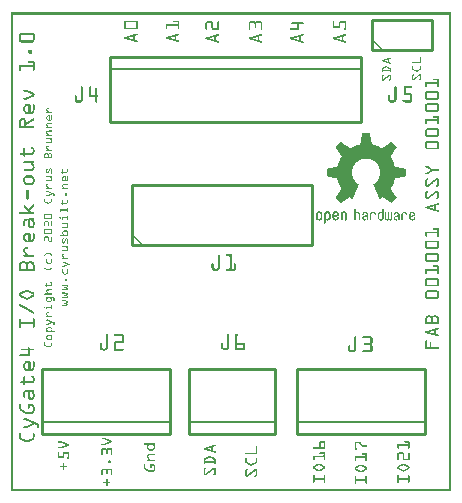
<source format=gto>
G04 MADE WITH FRITZING*
G04 WWW.FRITZING.ORG*
G04 DOUBLE SIDED*
G04 HOLES PLATED*
G04 CONTOUR ON CENTER OF CONTOUR VECTOR*
%ASAXBY*%
%FSLAX23Y23*%
%MOIN*%
%OFA0B0*%
%SFA1.0B1.0*%
%ADD10C,0.010000*%
%ADD11C,0.005000*%
%ADD12R,0.001000X0.001000*%
%LNSILK1*%
G90*
G70*
G54D10*
X1204Y1469D02*
X1404Y1469D01*
D02*
X1404Y1469D02*
X1404Y1569D01*
D02*
X1404Y1569D02*
X1204Y1569D01*
D02*
X1204Y1569D02*
X1204Y1469D01*
D02*
X878Y407D02*
X592Y407D01*
D02*
X592Y407D02*
X592Y191D01*
D02*
X592Y191D02*
X878Y191D01*
D02*
X878Y191D02*
X878Y407D01*
G54D11*
D02*
X592Y231D02*
X878Y231D01*
G54D10*
D02*
X404Y819D02*
X1004Y819D01*
D02*
X1004Y819D02*
X1004Y1019D01*
D02*
X1004Y1019D02*
X404Y1019D01*
D02*
X404Y1019D02*
X404Y819D01*
D02*
X528Y407D02*
X104Y407D01*
D02*
X104Y407D02*
X104Y191D01*
D02*
X104Y191D02*
X528Y191D01*
D02*
X528Y191D02*
X528Y407D01*
G54D11*
D02*
X104Y231D02*
X528Y231D01*
G54D10*
D02*
X1378Y407D02*
X954Y407D01*
D02*
X954Y407D02*
X954Y191D01*
D02*
X954Y191D02*
X1378Y191D01*
D02*
X1378Y191D02*
X1378Y407D01*
G54D11*
D02*
X954Y231D02*
X1378Y231D01*
G54D10*
D02*
X330Y1231D02*
X1167Y1231D01*
D02*
X1167Y1231D02*
X1167Y1447D01*
D02*
X1167Y1447D02*
X330Y1447D01*
D02*
X330Y1447D02*
X330Y1231D01*
G54D11*
D02*
X1167Y1407D02*
X330Y1407D01*
G54D12*
X0Y1596D02*
X1466Y1596D01*
X0Y1595D02*
X1466Y1595D01*
X0Y1594D02*
X1466Y1594D01*
X0Y1593D02*
X1466Y1593D01*
X0Y1592D02*
X1466Y1592D01*
X0Y1591D02*
X1466Y1591D01*
X0Y1590D02*
X1466Y1590D01*
X0Y1589D02*
X1466Y1589D01*
X0Y1588D02*
X7Y1588D01*
X1459Y1588D02*
X1466Y1588D01*
X0Y1587D02*
X7Y1587D01*
X1459Y1587D02*
X1466Y1587D01*
X0Y1586D02*
X7Y1586D01*
X1459Y1586D02*
X1466Y1586D01*
X0Y1585D02*
X7Y1585D01*
X1459Y1585D02*
X1466Y1585D01*
X0Y1584D02*
X7Y1584D01*
X1459Y1584D02*
X1466Y1584D01*
X0Y1583D02*
X7Y1583D01*
X1459Y1583D02*
X1466Y1583D01*
X0Y1582D02*
X7Y1582D01*
X1459Y1582D02*
X1466Y1582D01*
X0Y1581D02*
X7Y1581D01*
X1459Y1581D02*
X1466Y1581D01*
X0Y1580D02*
X7Y1580D01*
X1459Y1580D02*
X1466Y1580D01*
X0Y1579D02*
X7Y1579D01*
X1459Y1579D02*
X1466Y1579D01*
X0Y1578D02*
X7Y1578D01*
X1459Y1578D02*
X1466Y1578D01*
X0Y1577D02*
X7Y1577D01*
X1459Y1577D02*
X1466Y1577D01*
X0Y1576D02*
X7Y1576D01*
X1459Y1576D02*
X1466Y1576D01*
X0Y1575D02*
X7Y1575D01*
X1459Y1575D02*
X1466Y1575D01*
X0Y1574D02*
X7Y1574D01*
X1459Y1574D02*
X1466Y1574D01*
X0Y1573D02*
X7Y1573D01*
X1459Y1573D02*
X1466Y1573D01*
X0Y1572D02*
X7Y1572D01*
X1459Y1572D02*
X1466Y1572D01*
X0Y1571D02*
X7Y1571D01*
X1459Y1571D02*
X1466Y1571D01*
X0Y1570D02*
X7Y1570D01*
X1459Y1570D02*
X1466Y1570D01*
X0Y1569D02*
X7Y1569D01*
X1459Y1569D02*
X1466Y1569D01*
X0Y1568D02*
X7Y1568D01*
X381Y1568D02*
X418Y1568D01*
X542Y1568D02*
X559Y1568D01*
X1459Y1568D02*
X1466Y1568D01*
X0Y1567D02*
X7Y1567D01*
X379Y1567D02*
X420Y1567D01*
X541Y1567D02*
X560Y1567D01*
X1459Y1567D02*
X1466Y1567D01*
X0Y1566D02*
X7Y1566D01*
X378Y1566D02*
X421Y1566D01*
X540Y1566D02*
X560Y1566D01*
X652Y1566D02*
X670Y1566D01*
X690Y1566D02*
X692Y1566D01*
X795Y1566D02*
X811Y1566D01*
X817Y1566D02*
X833Y1566D01*
X1073Y1566D02*
X1076Y1566D01*
X1096Y1566D02*
X1114Y1566D01*
X1459Y1566D02*
X1466Y1566D01*
X0Y1565D02*
X7Y1565D01*
X378Y1565D02*
X421Y1565D01*
X540Y1565D02*
X560Y1565D01*
X650Y1565D02*
X671Y1565D01*
X689Y1565D02*
X693Y1565D01*
X794Y1565D02*
X813Y1565D01*
X816Y1565D02*
X835Y1565D01*
X956Y1565D02*
X957Y1565D01*
X1073Y1565D02*
X1077Y1565D01*
X1094Y1565D02*
X1115Y1565D01*
X1459Y1565D02*
X1466Y1565D01*
X0Y1564D02*
X7Y1564D01*
X377Y1564D02*
X422Y1564D01*
X541Y1564D02*
X560Y1564D01*
X650Y1564D02*
X672Y1564D01*
X689Y1564D02*
X693Y1564D01*
X793Y1564D02*
X835Y1564D01*
X955Y1564D02*
X958Y1564D01*
X1072Y1564D02*
X1077Y1564D01*
X1093Y1564D02*
X1116Y1564D01*
X1459Y1564D02*
X1466Y1564D01*
X0Y1563D02*
X7Y1563D01*
X377Y1563D02*
X422Y1563D01*
X542Y1563D02*
X560Y1563D01*
X649Y1563D02*
X673Y1563D01*
X688Y1563D02*
X693Y1563D01*
X792Y1563D02*
X836Y1563D01*
X954Y1563D02*
X959Y1563D01*
X1072Y1563D02*
X1077Y1563D01*
X1093Y1563D02*
X1117Y1563D01*
X1459Y1563D02*
X1466Y1563D01*
X0Y1562D02*
X7Y1562D01*
X377Y1562D02*
X382Y1562D01*
X417Y1562D02*
X422Y1562D01*
X555Y1562D02*
X560Y1562D01*
X649Y1562D02*
X673Y1562D01*
X688Y1562D02*
X693Y1562D01*
X792Y1562D02*
X837Y1562D01*
X936Y1562D02*
X972Y1562D01*
X1072Y1562D02*
X1077Y1562D01*
X1092Y1562D02*
X1117Y1562D01*
X1459Y1562D02*
X1466Y1562D01*
X0Y1561D02*
X7Y1561D01*
X377Y1561D02*
X382Y1561D01*
X417Y1561D02*
X422Y1561D01*
X555Y1561D02*
X560Y1561D01*
X648Y1561D02*
X673Y1561D01*
X688Y1561D02*
X693Y1561D01*
X792Y1561D02*
X837Y1561D01*
X935Y1561D02*
X973Y1561D01*
X1072Y1561D02*
X1077Y1561D01*
X1092Y1561D02*
X1117Y1561D01*
X1459Y1561D02*
X1466Y1561D01*
X0Y1560D02*
X7Y1560D01*
X377Y1560D02*
X382Y1560D01*
X417Y1560D02*
X422Y1560D01*
X555Y1560D02*
X560Y1560D01*
X648Y1560D02*
X653Y1560D01*
X668Y1560D02*
X673Y1560D01*
X688Y1560D02*
X693Y1560D01*
X792Y1560D02*
X797Y1560D01*
X810Y1560D02*
X818Y1560D01*
X832Y1560D02*
X837Y1560D01*
X934Y1560D02*
X974Y1560D01*
X1072Y1560D02*
X1077Y1560D01*
X1092Y1560D02*
X1097Y1560D01*
X1112Y1560D02*
X1117Y1560D01*
X1459Y1560D02*
X1466Y1560D01*
X0Y1559D02*
X7Y1559D01*
X377Y1559D02*
X382Y1559D01*
X417Y1559D02*
X422Y1559D01*
X555Y1559D02*
X560Y1559D01*
X648Y1559D02*
X653Y1559D01*
X668Y1559D02*
X673Y1559D01*
X688Y1559D02*
X693Y1559D01*
X792Y1559D02*
X797Y1559D01*
X811Y1559D02*
X817Y1559D01*
X832Y1559D02*
X837Y1559D01*
X934Y1559D02*
X974Y1559D01*
X1072Y1559D02*
X1077Y1559D01*
X1092Y1559D02*
X1097Y1559D01*
X1112Y1559D02*
X1117Y1559D01*
X1459Y1559D02*
X1466Y1559D01*
X0Y1558D02*
X7Y1558D01*
X377Y1558D02*
X382Y1558D01*
X417Y1558D02*
X422Y1558D01*
X555Y1558D02*
X560Y1558D01*
X648Y1558D02*
X653Y1558D01*
X668Y1558D02*
X673Y1558D01*
X688Y1558D02*
X693Y1558D01*
X792Y1558D02*
X797Y1558D01*
X812Y1558D02*
X817Y1558D01*
X832Y1558D02*
X837Y1558D01*
X934Y1558D02*
X974Y1558D01*
X1072Y1558D02*
X1077Y1558D01*
X1092Y1558D02*
X1097Y1558D01*
X1112Y1558D02*
X1117Y1558D01*
X1459Y1558D02*
X1466Y1558D01*
X0Y1557D02*
X7Y1557D01*
X377Y1557D02*
X382Y1557D01*
X417Y1557D02*
X422Y1557D01*
X555Y1557D02*
X560Y1557D01*
X648Y1557D02*
X653Y1557D01*
X668Y1557D02*
X673Y1557D01*
X688Y1557D02*
X693Y1557D01*
X792Y1557D02*
X797Y1557D01*
X812Y1557D02*
X817Y1557D01*
X832Y1557D02*
X837Y1557D01*
X935Y1557D02*
X973Y1557D01*
X1072Y1557D02*
X1077Y1557D01*
X1092Y1557D02*
X1097Y1557D01*
X1112Y1557D02*
X1117Y1557D01*
X1459Y1557D02*
X1466Y1557D01*
X0Y1556D02*
X7Y1556D01*
X377Y1556D02*
X382Y1556D01*
X417Y1556D02*
X422Y1556D01*
X515Y1556D02*
X560Y1556D01*
X648Y1556D02*
X653Y1556D01*
X668Y1556D02*
X673Y1556D01*
X688Y1556D02*
X693Y1556D01*
X792Y1556D02*
X797Y1556D01*
X812Y1556D02*
X817Y1556D01*
X832Y1556D02*
X837Y1556D01*
X954Y1556D02*
X959Y1556D01*
X1072Y1556D02*
X1077Y1556D01*
X1092Y1556D02*
X1097Y1556D01*
X1112Y1556D02*
X1117Y1556D01*
X1459Y1556D02*
X1466Y1556D01*
X0Y1555D02*
X7Y1555D01*
X377Y1555D02*
X382Y1555D01*
X417Y1555D02*
X422Y1555D01*
X515Y1555D02*
X560Y1555D01*
X648Y1555D02*
X653Y1555D01*
X668Y1555D02*
X673Y1555D01*
X688Y1555D02*
X693Y1555D01*
X792Y1555D02*
X797Y1555D01*
X812Y1555D02*
X817Y1555D01*
X832Y1555D02*
X837Y1555D01*
X954Y1555D02*
X959Y1555D01*
X1072Y1555D02*
X1077Y1555D01*
X1092Y1555D02*
X1097Y1555D01*
X1112Y1555D02*
X1117Y1555D01*
X1459Y1555D02*
X1466Y1555D01*
X0Y1554D02*
X7Y1554D01*
X377Y1554D02*
X382Y1554D01*
X417Y1554D02*
X422Y1554D01*
X515Y1554D02*
X560Y1554D01*
X648Y1554D02*
X653Y1554D01*
X668Y1554D02*
X673Y1554D01*
X688Y1554D02*
X693Y1554D01*
X792Y1554D02*
X797Y1554D01*
X812Y1554D02*
X817Y1554D01*
X832Y1554D02*
X837Y1554D01*
X954Y1554D02*
X959Y1554D01*
X1072Y1554D02*
X1077Y1554D01*
X1092Y1554D02*
X1097Y1554D01*
X1112Y1554D02*
X1117Y1554D01*
X1459Y1554D02*
X1466Y1554D01*
X0Y1553D02*
X7Y1553D01*
X377Y1553D02*
X382Y1553D01*
X417Y1553D02*
X422Y1553D01*
X515Y1553D02*
X560Y1553D01*
X648Y1553D02*
X653Y1553D01*
X668Y1553D02*
X673Y1553D01*
X688Y1553D02*
X693Y1553D01*
X792Y1553D02*
X797Y1553D01*
X812Y1553D02*
X817Y1553D01*
X832Y1553D02*
X837Y1553D01*
X954Y1553D02*
X959Y1553D01*
X1072Y1553D02*
X1077Y1553D01*
X1092Y1553D02*
X1097Y1553D01*
X1112Y1553D02*
X1117Y1553D01*
X1459Y1553D02*
X1466Y1553D01*
X0Y1552D02*
X7Y1552D01*
X377Y1552D02*
X382Y1552D01*
X417Y1552D02*
X422Y1552D01*
X515Y1552D02*
X560Y1552D01*
X648Y1552D02*
X653Y1552D01*
X668Y1552D02*
X673Y1552D01*
X688Y1552D02*
X693Y1552D01*
X792Y1552D02*
X797Y1552D01*
X812Y1552D02*
X817Y1552D01*
X832Y1552D02*
X837Y1552D01*
X954Y1552D02*
X959Y1552D01*
X1072Y1552D02*
X1077Y1552D01*
X1092Y1552D02*
X1097Y1552D01*
X1112Y1552D02*
X1117Y1552D01*
X1459Y1552D02*
X1466Y1552D01*
X0Y1551D02*
X7Y1551D01*
X377Y1551D02*
X382Y1551D01*
X417Y1551D02*
X422Y1551D01*
X515Y1551D02*
X560Y1551D01*
X648Y1551D02*
X653Y1551D01*
X668Y1551D02*
X673Y1551D01*
X688Y1551D02*
X693Y1551D01*
X792Y1551D02*
X797Y1551D01*
X812Y1551D02*
X817Y1551D01*
X832Y1551D02*
X837Y1551D01*
X954Y1551D02*
X959Y1551D01*
X1072Y1551D02*
X1077Y1551D01*
X1092Y1551D02*
X1097Y1551D01*
X1112Y1551D02*
X1117Y1551D01*
X1459Y1551D02*
X1466Y1551D01*
X0Y1550D02*
X7Y1550D01*
X377Y1550D02*
X382Y1550D01*
X417Y1550D02*
X422Y1550D01*
X515Y1550D02*
X520Y1550D01*
X555Y1550D02*
X560Y1550D01*
X648Y1550D02*
X653Y1550D01*
X668Y1550D02*
X673Y1550D01*
X688Y1550D02*
X693Y1550D01*
X792Y1550D02*
X797Y1550D01*
X812Y1550D02*
X817Y1550D01*
X832Y1550D02*
X837Y1550D01*
X954Y1550D02*
X959Y1550D01*
X1072Y1550D02*
X1077Y1550D01*
X1092Y1550D02*
X1097Y1550D01*
X1112Y1550D02*
X1117Y1550D01*
X1459Y1550D02*
X1466Y1550D01*
X0Y1549D02*
X7Y1549D01*
X377Y1549D02*
X382Y1549D01*
X417Y1549D02*
X422Y1549D01*
X515Y1549D02*
X520Y1549D01*
X555Y1549D02*
X560Y1549D01*
X648Y1549D02*
X653Y1549D01*
X668Y1549D02*
X673Y1549D01*
X688Y1549D02*
X693Y1549D01*
X792Y1549D02*
X797Y1549D01*
X812Y1549D02*
X817Y1549D01*
X832Y1549D02*
X837Y1549D01*
X954Y1549D02*
X959Y1549D01*
X1072Y1549D02*
X1097Y1549D01*
X1112Y1549D02*
X1117Y1549D01*
X1459Y1549D02*
X1466Y1549D01*
X0Y1548D02*
X7Y1548D01*
X377Y1548D02*
X382Y1548D01*
X417Y1548D02*
X422Y1548D01*
X515Y1548D02*
X520Y1548D01*
X555Y1548D02*
X560Y1548D01*
X648Y1548D02*
X653Y1548D01*
X668Y1548D02*
X673Y1548D01*
X688Y1548D02*
X693Y1548D01*
X792Y1548D02*
X797Y1548D01*
X812Y1548D02*
X817Y1548D01*
X832Y1548D02*
X837Y1548D01*
X954Y1548D02*
X959Y1548D01*
X1072Y1548D02*
X1097Y1548D01*
X1112Y1548D02*
X1117Y1548D01*
X1459Y1548D02*
X1466Y1548D01*
X0Y1547D02*
X7Y1547D01*
X377Y1547D02*
X382Y1547D01*
X417Y1547D02*
X422Y1547D01*
X515Y1547D02*
X520Y1547D01*
X555Y1547D02*
X560Y1547D01*
X648Y1547D02*
X653Y1547D01*
X668Y1547D02*
X673Y1547D01*
X688Y1547D02*
X693Y1547D01*
X792Y1547D02*
X797Y1547D01*
X812Y1547D02*
X817Y1547D01*
X832Y1547D02*
X837Y1547D01*
X954Y1547D02*
X959Y1547D01*
X1072Y1547D02*
X1097Y1547D01*
X1112Y1547D02*
X1117Y1547D01*
X1459Y1547D02*
X1466Y1547D01*
X0Y1546D02*
X7Y1546D01*
X377Y1546D02*
X382Y1546D01*
X417Y1546D02*
X422Y1546D01*
X515Y1546D02*
X520Y1546D01*
X555Y1546D02*
X560Y1546D01*
X648Y1546D02*
X653Y1546D01*
X668Y1546D02*
X673Y1546D01*
X688Y1546D02*
X693Y1546D01*
X792Y1546D02*
X797Y1546D01*
X812Y1546D02*
X817Y1546D01*
X832Y1546D02*
X837Y1546D01*
X954Y1546D02*
X959Y1546D01*
X1072Y1546D02*
X1097Y1546D01*
X1112Y1546D02*
X1117Y1546D01*
X1459Y1546D02*
X1466Y1546D01*
X0Y1545D02*
X7Y1545D01*
X377Y1545D02*
X382Y1545D01*
X416Y1545D02*
X422Y1545D01*
X515Y1545D02*
X520Y1545D01*
X555Y1545D02*
X560Y1545D01*
X648Y1545D02*
X653Y1545D01*
X668Y1545D02*
X673Y1545D01*
X688Y1545D02*
X693Y1545D01*
X792Y1545D02*
X797Y1545D01*
X812Y1545D02*
X816Y1545D01*
X832Y1545D02*
X837Y1545D01*
X954Y1545D02*
X959Y1545D01*
X1072Y1545D02*
X1097Y1545D01*
X1112Y1545D02*
X1117Y1545D01*
X1459Y1545D02*
X1466Y1545D01*
X0Y1544D02*
X7Y1544D01*
X377Y1544D02*
X422Y1544D01*
X515Y1544D02*
X520Y1544D01*
X555Y1544D02*
X560Y1544D01*
X648Y1544D02*
X653Y1544D01*
X668Y1544D02*
X673Y1544D01*
X688Y1544D02*
X693Y1544D01*
X792Y1544D02*
X797Y1544D01*
X813Y1544D02*
X816Y1544D01*
X832Y1544D02*
X837Y1544D01*
X930Y1544D02*
X959Y1544D01*
X1072Y1544D02*
X1097Y1544D01*
X1111Y1544D02*
X1117Y1544D01*
X1459Y1544D02*
X1466Y1544D01*
X0Y1543D02*
X7Y1543D01*
X377Y1543D02*
X422Y1543D01*
X515Y1543D02*
X520Y1543D01*
X555Y1543D02*
X560Y1543D01*
X648Y1543D02*
X653Y1543D01*
X668Y1543D02*
X693Y1543D01*
X792Y1543D02*
X797Y1543D01*
X832Y1543D02*
X837Y1543D01*
X929Y1543D02*
X959Y1543D01*
X1111Y1543D02*
X1116Y1543D01*
X1459Y1543D02*
X1466Y1543D01*
X0Y1542D02*
X7Y1542D01*
X378Y1542D02*
X421Y1542D01*
X515Y1542D02*
X520Y1542D01*
X555Y1542D02*
X560Y1542D01*
X648Y1542D02*
X653Y1542D01*
X669Y1542D02*
X693Y1542D01*
X792Y1542D02*
X797Y1542D01*
X832Y1542D02*
X837Y1542D01*
X929Y1542D02*
X959Y1542D01*
X1110Y1542D02*
X1116Y1542D01*
X1459Y1542D02*
X1466Y1542D01*
X0Y1541D02*
X7Y1541D01*
X379Y1541D02*
X420Y1541D01*
X515Y1541D02*
X520Y1541D01*
X556Y1541D02*
X560Y1541D01*
X648Y1541D02*
X653Y1541D01*
X669Y1541D02*
X693Y1541D01*
X792Y1541D02*
X797Y1541D01*
X832Y1541D02*
X837Y1541D01*
X929Y1541D02*
X959Y1541D01*
X1110Y1541D02*
X1115Y1541D01*
X1459Y1541D02*
X1466Y1541D01*
X0Y1540D02*
X7Y1540D01*
X380Y1540D02*
X419Y1540D01*
X516Y1540D02*
X519Y1540D01*
X556Y1540D02*
X559Y1540D01*
X648Y1540D02*
X653Y1540D01*
X670Y1540D02*
X693Y1540D01*
X792Y1540D02*
X797Y1540D01*
X832Y1540D02*
X837Y1540D01*
X929Y1540D02*
X959Y1540D01*
X1110Y1540D02*
X1115Y1540D01*
X1459Y1540D02*
X1466Y1540D01*
X0Y1539D02*
X7Y1539D01*
X649Y1539D02*
X653Y1539D01*
X670Y1539D02*
X693Y1539D01*
X792Y1539D02*
X796Y1539D01*
X832Y1539D02*
X836Y1539D01*
X931Y1539D02*
X959Y1539D01*
X1110Y1539D02*
X1114Y1539D01*
X1459Y1539D02*
X1466Y1539D01*
X0Y1538D02*
X7Y1538D01*
X649Y1538D02*
X652Y1538D01*
X672Y1538D02*
X693Y1538D01*
X793Y1538D02*
X796Y1538D01*
X833Y1538D02*
X836Y1538D01*
X1111Y1538D02*
X1114Y1538D01*
X1459Y1538D02*
X1466Y1538D01*
X0Y1537D02*
X7Y1537D01*
X1459Y1537D02*
X1466Y1537D01*
X0Y1536D02*
X7Y1536D01*
X1459Y1536D02*
X1466Y1536D01*
X0Y1535D02*
X7Y1535D01*
X1459Y1535D02*
X1466Y1535D01*
X0Y1534D02*
X7Y1534D01*
X1459Y1534D02*
X1466Y1534D01*
X0Y1533D02*
X7Y1533D01*
X1459Y1533D02*
X1466Y1533D01*
X0Y1532D02*
X7Y1532D01*
X1459Y1532D02*
X1466Y1532D01*
X0Y1531D02*
X7Y1531D01*
X1459Y1531D02*
X1466Y1531D01*
X0Y1530D02*
X7Y1530D01*
X1459Y1530D02*
X1466Y1530D01*
X0Y1529D02*
X7Y1529D01*
X1459Y1529D02*
X1466Y1529D01*
X0Y1528D02*
X7Y1528D01*
X31Y1528D02*
X74Y1528D01*
X1459Y1528D02*
X1466Y1528D01*
X0Y1527D02*
X7Y1527D01*
X30Y1527D02*
X75Y1527D01*
X1459Y1527D02*
X1466Y1527D01*
X0Y1526D02*
X7Y1526D01*
X29Y1526D02*
X76Y1526D01*
X1459Y1526D02*
X1466Y1526D01*
X0Y1525D02*
X7Y1525D01*
X28Y1525D02*
X77Y1525D01*
X417Y1525D02*
X421Y1525D01*
X555Y1525D02*
X559Y1525D01*
X1459Y1525D02*
X1466Y1525D01*
X0Y1524D02*
X7Y1524D01*
X28Y1524D02*
X77Y1524D01*
X414Y1524D02*
X422Y1524D01*
X552Y1524D02*
X560Y1524D01*
X1459Y1524D02*
X1466Y1524D01*
X0Y1523D02*
X7Y1523D01*
X27Y1523D02*
X77Y1523D01*
X410Y1523D02*
X422Y1523D01*
X548Y1523D02*
X560Y1523D01*
X688Y1523D02*
X693Y1523D01*
X831Y1523D02*
X836Y1523D01*
X968Y1523D02*
X973Y1523D01*
X1112Y1523D02*
X1116Y1523D01*
X1459Y1523D02*
X1466Y1523D01*
X0Y1522D02*
X7Y1522D01*
X27Y1522D02*
X78Y1522D01*
X407Y1522D02*
X422Y1522D01*
X545Y1522D02*
X560Y1522D01*
X684Y1522D02*
X693Y1522D01*
X828Y1522D02*
X836Y1522D01*
X965Y1522D02*
X974Y1522D01*
X1108Y1522D02*
X1117Y1522D01*
X1459Y1522D02*
X1466Y1522D01*
X0Y1521D02*
X7Y1521D01*
X27Y1521D02*
X33Y1521D01*
X72Y1521D02*
X78Y1521D01*
X403Y1521D02*
X421Y1521D01*
X542Y1521D02*
X560Y1521D01*
X681Y1521D02*
X693Y1521D01*
X824Y1521D02*
X837Y1521D01*
X962Y1521D02*
X974Y1521D01*
X1105Y1521D02*
X1117Y1521D01*
X1459Y1521D02*
X1466Y1521D01*
X0Y1520D02*
X7Y1520D01*
X27Y1520D02*
X33Y1520D01*
X72Y1520D02*
X78Y1520D01*
X400Y1520D02*
X420Y1520D01*
X538Y1520D02*
X558Y1520D01*
X678Y1520D02*
X693Y1520D01*
X821Y1520D02*
X836Y1520D01*
X958Y1520D02*
X974Y1520D01*
X1101Y1520D02*
X1117Y1520D01*
X1459Y1520D02*
X1466Y1520D01*
X0Y1519D02*
X7Y1519D01*
X27Y1519D02*
X33Y1519D01*
X72Y1519D02*
X78Y1519D01*
X397Y1519D02*
X417Y1519D01*
X535Y1519D02*
X555Y1519D01*
X674Y1519D02*
X693Y1519D01*
X817Y1519D02*
X836Y1519D01*
X955Y1519D02*
X973Y1519D01*
X1098Y1519D02*
X1116Y1519D01*
X1459Y1519D02*
X1466Y1519D01*
X0Y1518D02*
X7Y1518D01*
X27Y1518D02*
X33Y1518D01*
X72Y1518D02*
X78Y1518D01*
X393Y1518D02*
X413Y1518D01*
X531Y1518D02*
X551Y1518D01*
X671Y1518D02*
X691Y1518D01*
X814Y1518D02*
X834Y1518D01*
X951Y1518D02*
X971Y1518D01*
X1095Y1518D02*
X1115Y1518D01*
X1459Y1518D02*
X1466Y1518D01*
X0Y1517D02*
X7Y1517D01*
X27Y1517D02*
X33Y1517D01*
X72Y1517D02*
X78Y1517D01*
X390Y1517D02*
X412Y1517D01*
X528Y1517D02*
X550Y1517D01*
X667Y1517D02*
X687Y1517D01*
X811Y1517D02*
X831Y1517D01*
X948Y1517D02*
X968Y1517D01*
X1091Y1517D02*
X1111Y1517D01*
X1459Y1517D02*
X1466Y1517D01*
X0Y1516D02*
X7Y1516D01*
X27Y1516D02*
X33Y1516D01*
X72Y1516D02*
X78Y1516D01*
X386Y1516D02*
X412Y1516D01*
X524Y1516D02*
X550Y1516D01*
X664Y1516D02*
X684Y1516D01*
X807Y1516D02*
X827Y1516D01*
X944Y1516D02*
X965Y1516D01*
X1088Y1516D02*
X1108Y1516D01*
X1459Y1516D02*
X1466Y1516D01*
X0Y1515D02*
X7Y1515D01*
X27Y1515D02*
X33Y1515D01*
X72Y1515D02*
X78Y1515D01*
X383Y1515D02*
X403Y1515D01*
X407Y1515D02*
X412Y1515D01*
X521Y1515D02*
X541Y1515D01*
X545Y1515D02*
X550Y1515D01*
X660Y1515D02*
X683Y1515D01*
X804Y1515D02*
X827Y1515D01*
X941Y1515D02*
X964Y1515D01*
X1084Y1515D02*
X1107Y1515D01*
X1459Y1515D02*
X1466Y1515D01*
X0Y1514D02*
X7Y1514D01*
X27Y1514D02*
X33Y1514D01*
X72Y1514D02*
X78Y1514D01*
X379Y1514D02*
X400Y1514D01*
X407Y1514D02*
X412Y1514D01*
X518Y1514D02*
X538Y1514D01*
X545Y1514D02*
X550Y1514D01*
X657Y1514D02*
X683Y1514D01*
X800Y1514D02*
X827Y1514D01*
X938Y1514D02*
X964Y1514D01*
X1081Y1514D02*
X1107Y1514D01*
X1459Y1514D02*
X1466Y1514D01*
X0Y1513D02*
X7Y1513D01*
X27Y1513D02*
X33Y1513D01*
X72Y1513D02*
X78Y1513D01*
X378Y1513D02*
X396Y1513D01*
X407Y1513D02*
X412Y1513D01*
X516Y1513D02*
X535Y1513D01*
X545Y1513D02*
X550Y1513D01*
X654Y1513D02*
X674Y1513D01*
X678Y1513D02*
X683Y1513D01*
X797Y1513D02*
X817Y1513D01*
X822Y1513D02*
X827Y1513D01*
X934Y1513D02*
X954Y1513D01*
X959Y1513D02*
X964Y1513D01*
X1077Y1513D02*
X1098Y1513D01*
X1102Y1513D02*
X1107Y1513D01*
X1459Y1513D02*
X1466Y1513D01*
X0Y1512D02*
X7Y1512D01*
X27Y1512D02*
X33Y1512D01*
X72Y1512D02*
X78Y1512D01*
X377Y1512D02*
X393Y1512D01*
X407Y1512D02*
X412Y1512D01*
X515Y1512D02*
X531Y1512D01*
X545Y1512D02*
X550Y1512D01*
X650Y1512D02*
X670Y1512D01*
X678Y1512D02*
X683Y1512D01*
X794Y1512D02*
X814Y1512D01*
X822Y1512D02*
X827Y1512D01*
X931Y1512D02*
X951Y1512D01*
X959Y1512D02*
X964Y1512D01*
X1074Y1512D02*
X1094Y1512D01*
X1102Y1512D02*
X1107Y1512D01*
X1459Y1512D02*
X1466Y1512D01*
X0Y1511D02*
X7Y1511D01*
X27Y1511D02*
X33Y1511D01*
X72Y1511D02*
X78Y1511D01*
X377Y1511D02*
X390Y1511D01*
X407Y1511D02*
X412Y1511D01*
X515Y1511D02*
X529Y1511D01*
X545Y1511D02*
X550Y1511D01*
X649Y1511D02*
X667Y1511D01*
X678Y1511D02*
X683Y1511D01*
X792Y1511D02*
X810Y1511D01*
X822Y1511D02*
X827Y1511D01*
X930Y1511D02*
X948Y1511D01*
X959Y1511D02*
X964Y1511D01*
X1073Y1511D02*
X1091Y1511D01*
X1102Y1511D02*
X1107Y1511D01*
X1459Y1511D02*
X1466Y1511D01*
X0Y1510D02*
X7Y1510D01*
X27Y1510D02*
X33Y1510D01*
X72Y1510D02*
X78Y1510D01*
X377Y1510D02*
X393Y1510D01*
X407Y1510D02*
X412Y1510D01*
X515Y1510D02*
X531Y1510D01*
X545Y1510D02*
X550Y1510D01*
X649Y1510D02*
X664Y1510D01*
X678Y1510D02*
X683Y1510D01*
X792Y1510D02*
X807Y1510D01*
X822Y1510D02*
X827Y1510D01*
X929Y1510D02*
X944Y1510D01*
X959Y1510D02*
X964Y1510D01*
X1072Y1510D02*
X1087Y1510D01*
X1102Y1510D02*
X1107Y1510D01*
X1459Y1510D02*
X1466Y1510D01*
X0Y1509D02*
X7Y1509D01*
X27Y1509D02*
X33Y1509D01*
X72Y1509D02*
X78Y1509D01*
X378Y1509D02*
X396Y1509D01*
X407Y1509D02*
X412Y1509D01*
X516Y1509D02*
X535Y1509D01*
X545Y1509D02*
X550Y1509D01*
X648Y1509D02*
X662Y1509D01*
X678Y1509D02*
X683Y1509D01*
X792Y1509D02*
X805Y1509D01*
X822Y1509D02*
X827Y1509D01*
X929Y1509D02*
X942Y1509D01*
X959Y1509D02*
X964Y1509D01*
X1072Y1509D02*
X1086Y1509D01*
X1102Y1509D02*
X1107Y1509D01*
X1459Y1509D02*
X1466Y1509D01*
X0Y1508D02*
X7Y1508D01*
X27Y1508D02*
X33Y1508D01*
X72Y1508D02*
X78Y1508D01*
X379Y1508D02*
X400Y1508D01*
X407Y1508D02*
X412Y1508D01*
X518Y1508D02*
X538Y1508D01*
X545Y1508D02*
X550Y1508D01*
X649Y1508D02*
X665Y1508D01*
X678Y1508D02*
X683Y1508D01*
X792Y1508D02*
X808Y1508D01*
X822Y1508D02*
X827Y1508D01*
X929Y1508D02*
X946Y1508D01*
X959Y1508D02*
X964Y1508D01*
X1072Y1508D02*
X1089Y1508D01*
X1102Y1508D02*
X1107Y1508D01*
X1459Y1508D02*
X1466Y1508D01*
X0Y1507D02*
X7Y1507D01*
X27Y1507D02*
X33Y1507D01*
X72Y1507D02*
X78Y1507D01*
X383Y1507D02*
X403Y1507D01*
X407Y1507D02*
X412Y1507D01*
X521Y1507D02*
X542Y1507D01*
X545Y1507D02*
X550Y1507D01*
X649Y1507D02*
X669Y1507D01*
X678Y1507D02*
X683Y1507D01*
X793Y1507D02*
X812Y1507D01*
X822Y1507D02*
X827Y1507D01*
X930Y1507D02*
X949Y1507D01*
X959Y1507D02*
X964Y1507D01*
X1073Y1507D02*
X1092Y1507D01*
X1102Y1507D02*
X1107Y1507D01*
X1459Y1507D02*
X1466Y1507D01*
X0Y1506D02*
X7Y1506D01*
X27Y1506D02*
X33Y1506D01*
X72Y1506D02*
X78Y1506D01*
X386Y1506D02*
X412Y1506D01*
X525Y1506D02*
X550Y1506D01*
X652Y1506D02*
X672Y1506D01*
X678Y1506D02*
X683Y1506D01*
X795Y1506D02*
X815Y1506D01*
X822Y1506D02*
X827Y1506D01*
X932Y1506D02*
X953Y1506D01*
X959Y1506D02*
X964Y1506D01*
X1076Y1506D02*
X1096Y1506D01*
X1102Y1506D02*
X1107Y1506D01*
X1205Y1506D02*
X1205Y1506D01*
X1459Y1506D02*
X1466Y1506D01*
X0Y1505D02*
X7Y1505D01*
X27Y1505D02*
X33Y1505D01*
X72Y1505D02*
X78Y1505D01*
X390Y1505D02*
X412Y1505D01*
X528Y1505D02*
X550Y1505D01*
X655Y1505D02*
X675Y1505D01*
X678Y1505D02*
X683Y1505D01*
X798Y1505D02*
X819Y1505D01*
X822Y1505D02*
X827Y1505D01*
X936Y1505D02*
X956Y1505D01*
X959Y1505D02*
X964Y1505D01*
X1079Y1505D02*
X1099Y1505D01*
X1102Y1505D02*
X1107Y1505D01*
X1204Y1505D02*
X1206Y1505D01*
X1459Y1505D02*
X1466Y1505D01*
X0Y1504D02*
X7Y1504D01*
X27Y1504D02*
X33Y1504D01*
X72Y1504D02*
X78Y1504D01*
X393Y1504D02*
X413Y1504D01*
X532Y1504D02*
X552Y1504D01*
X659Y1504D02*
X683Y1504D01*
X802Y1504D02*
X827Y1504D01*
X939Y1504D02*
X964Y1504D01*
X1082Y1504D02*
X1107Y1504D01*
X1203Y1504D02*
X1207Y1504D01*
X1459Y1504D02*
X1466Y1504D01*
X0Y1503D02*
X7Y1503D01*
X27Y1503D02*
X33Y1503D01*
X72Y1503D02*
X78Y1503D01*
X397Y1503D02*
X417Y1503D01*
X535Y1503D02*
X555Y1503D01*
X662Y1503D02*
X683Y1503D01*
X805Y1503D02*
X827Y1503D01*
X942Y1503D02*
X964Y1503D01*
X1086Y1503D02*
X1107Y1503D01*
X1202Y1503D02*
X1208Y1503D01*
X1459Y1503D02*
X1466Y1503D01*
X0Y1502D02*
X7Y1502D01*
X27Y1502D02*
X77Y1502D01*
X400Y1502D02*
X420Y1502D01*
X539Y1502D02*
X559Y1502D01*
X665Y1502D02*
X686Y1502D01*
X809Y1502D02*
X829Y1502D01*
X946Y1502D02*
X966Y1502D01*
X1089Y1502D02*
X1109Y1502D01*
X1203Y1502D02*
X1209Y1502D01*
X1459Y1502D02*
X1466Y1502D01*
X0Y1501D02*
X7Y1501D01*
X27Y1501D02*
X77Y1501D01*
X403Y1501D02*
X421Y1501D01*
X542Y1501D02*
X560Y1501D01*
X669Y1501D02*
X689Y1501D01*
X812Y1501D02*
X832Y1501D01*
X949Y1501D02*
X970Y1501D01*
X1093Y1501D02*
X1113Y1501D01*
X1204Y1501D02*
X1210Y1501D01*
X1459Y1501D02*
X1466Y1501D01*
X0Y1500D02*
X7Y1500D01*
X28Y1500D02*
X77Y1500D01*
X407Y1500D02*
X422Y1500D01*
X545Y1500D02*
X560Y1500D01*
X672Y1500D02*
X692Y1500D01*
X815Y1500D02*
X835Y1500D01*
X953Y1500D02*
X972Y1500D01*
X1096Y1500D02*
X1116Y1500D01*
X1205Y1500D02*
X1211Y1500D01*
X1459Y1500D02*
X1466Y1500D01*
X0Y1499D02*
X7Y1499D01*
X28Y1499D02*
X76Y1499D01*
X410Y1499D02*
X422Y1499D01*
X549Y1499D02*
X560Y1499D01*
X676Y1499D02*
X693Y1499D01*
X819Y1499D02*
X836Y1499D01*
X956Y1499D02*
X973Y1499D01*
X1099Y1499D02*
X1117Y1499D01*
X1206Y1499D02*
X1212Y1499D01*
X1459Y1499D02*
X1466Y1499D01*
X0Y1498D02*
X7Y1498D01*
X29Y1498D02*
X76Y1498D01*
X414Y1498D02*
X422Y1498D01*
X552Y1498D02*
X560Y1498D01*
X679Y1498D02*
X693Y1498D01*
X822Y1498D02*
X837Y1498D01*
X960Y1498D02*
X974Y1498D01*
X1103Y1498D02*
X1117Y1498D01*
X1207Y1498D02*
X1213Y1498D01*
X1459Y1498D02*
X1466Y1498D01*
X0Y1497D02*
X7Y1497D01*
X30Y1497D02*
X74Y1497D01*
X417Y1497D02*
X421Y1497D01*
X556Y1497D02*
X559Y1497D01*
X682Y1497D02*
X693Y1497D01*
X826Y1497D02*
X837Y1497D01*
X963Y1497D02*
X974Y1497D01*
X1106Y1497D02*
X1117Y1497D01*
X1208Y1497D02*
X1214Y1497D01*
X1459Y1497D02*
X1466Y1497D01*
X0Y1496D02*
X7Y1496D01*
X32Y1496D02*
X72Y1496D01*
X686Y1496D02*
X693Y1496D01*
X829Y1496D02*
X836Y1496D01*
X966Y1496D02*
X974Y1496D01*
X1110Y1496D02*
X1117Y1496D01*
X1209Y1496D02*
X1215Y1496D01*
X1459Y1496D02*
X1466Y1496D01*
X0Y1495D02*
X7Y1495D01*
X689Y1495D02*
X692Y1495D01*
X833Y1495D02*
X835Y1495D01*
X970Y1495D02*
X973Y1495D01*
X1113Y1495D02*
X1116Y1495D01*
X1210Y1495D02*
X1216Y1495D01*
X1459Y1495D02*
X1466Y1495D01*
X0Y1494D02*
X7Y1494D01*
X1211Y1494D02*
X1217Y1494D01*
X1459Y1494D02*
X1466Y1494D01*
X0Y1493D02*
X7Y1493D01*
X1212Y1493D02*
X1218Y1493D01*
X1459Y1493D02*
X1466Y1493D01*
X0Y1492D02*
X7Y1492D01*
X1213Y1492D02*
X1218Y1492D01*
X1459Y1492D02*
X1466Y1492D01*
X0Y1491D02*
X7Y1491D01*
X1214Y1491D02*
X1219Y1491D01*
X1459Y1491D02*
X1466Y1491D01*
X0Y1490D02*
X7Y1490D01*
X1215Y1490D02*
X1220Y1490D01*
X1459Y1490D02*
X1466Y1490D01*
X0Y1489D02*
X7Y1489D01*
X1216Y1489D02*
X1221Y1489D01*
X1459Y1489D02*
X1466Y1489D01*
X0Y1488D02*
X7Y1488D01*
X1217Y1488D02*
X1222Y1488D01*
X1459Y1488D02*
X1466Y1488D01*
X0Y1487D02*
X7Y1487D01*
X1218Y1487D02*
X1223Y1487D01*
X1459Y1487D02*
X1466Y1487D01*
X0Y1486D02*
X7Y1486D01*
X1219Y1486D02*
X1224Y1486D01*
X1459Y1486D02*
X1466Y1486D01*
X0Y1485D02*
X7Y1485D01*
X1220Y1485D02*
X1225Y1485D01*
X1459Y1485D02*
X1466Y1485D01*
X0Y1484D02*
X7Y1484D01*
X1221Y1484D02*
X1227Y1484D01*
X1459Y1484D02*
X1466Y1484D01*
X0Y1483D02*
X7Y1483D01*
X1222Y1483D02*
X1228Y1483D01*
X1459Y1483D02*
X1466Y1483D01*
X0Y1482D02*
X7Y1482D01*
X1223Y1482D02*
X1229Y1482D01*
X1459Y1482D02*
X1466Y1482D01*
X0Y1481D02*
X7Y1481D01*
X1224Y1481D02*
X1230Y1481D01*
X1459Y1481D02*
X1466Y1481D01*
X0Y1480D02*
X7Y1480D01*
X1225Y1480D02*
X1231Y1480D01*
X1459Y1480D02*
X1466Y1480D01*
X0Y1479D02*
X7Y1479D01*
X1226Y1479D02*
X1232Y1479D01*
X1459Y1479D02*
X1466Y1479D01*
X0Y1478D02*
X7Y1478D01*
X1227Y1478D02*
X1233Y1478D01*
X1459Y1478D02*
X1466Y1478D01*
X0Y1477D02*
X7Y1477D01*
X1228Y1477D02*
X1234Y1477D01*
X1459Y1477D02*
X1466Y1477D01*
X0Y1476D02*
X7Y1476D01*
X1229Y1476D02*
X1235Y1476D01*
X1459Y1476D02*
X1466Y1476D01*
X0Y1475D02*
X7Y1475D01*
X1230Y1475D02*
X1236Y1475D01*
X1459Y1475D02*
X1466Y1475D01*
X0Y1474D02*
X7Y1474D01*
X1231Y1474D02*
X1237Y1474D01*
X1459Y1474D02*
X1466Y1474D01*
X0Y1473D02*
X7Y1473D01*
X1232Y1473D02*
X1238Y1473D01*
X1459Y1473D02*
X1466Y1473D01*
X0Y1472D02*
X7Y1472D01*
X1233Y1472D02*
X1239Y1472D01*
X1459Y1472D02*
X1466Y1472D01*
X0Y1471D02*
X7Y1471D01*
X60Y1471D02*
X67Y1471D01*
X1234Y1471D02*
X1239Y1471D01*
X1459Y1471D02*
X1466Y1471D01*
X0Y1470D02*
X7Y1470D01*
X59Y1470D02*
X68Y1470D01*
X1235Y1470D02*
X1238Y1470D01*
X1459Y1470D02*
X1466Y1470D01*
X0Y1469D02*
X7Y1469D01*
X58Y1469D02*
X69Y1469D01*
X1236Y1469D02*
X1237Y1469D01*
X1459Y1469D02*
X1466Y1469D01*
X0Y1468D02*
X7Y1468D01*
X58Y1468D02*
X69Y1468D01*
X1459Y1468D02*
X1466Y1468D01*
X0Y1467D02*
X7Y1467D01*
X58Y1467D02*
X69Y1467D01*
X1459Y1467D02*
X1466Y1467D01*
X0Y1466D02*
X7Y1466D01*
X58Y1466D02*
X69Y1466D01*
X1459Y1466D02*
X1466Y1466D01*
X0Y1465D02*
X7Y1465D01*
X58Y1465D02*
X69Y1465D01*
X1459Y1465D02*
X1466Y1465D01*
X0Y1464D02*
X7Y1464D01*
X58Y1464D02*
X69Y1464D01*
X1459Y1464D02*
X1466Y1464D01*
X0Y1463D02*
X7Y1463D01*
X58Y1463D02*
X69Y1463D01*
X1459Y1463D02*
X1466Y1463D01*
X0Y1462D02*
X7Y1462D01*
X58Y1462D02*
X69Y1462D01*
X1459Y1462D02*
X1466Y1462D01*
X0Y1461D02*
X7Y1461D01*
X58Y1461D02*
X69Y1461D01*
X1459Y1461D02*
X1466Y1461D01*
X0Y1460D02*
X7Y1460D01*
X58Y1460D02*
X69Y1460D01*
X1459Y1460D02*
X1466Y1460D01*
X0Y1459D02*
X7Y1459D01*
X59Y1459D02*
X68Y1459D01*
X1459Y1459D02*
X1466Y1459D01*
X0Y1458D02*
X7Y1458D01*
X61Y1458D02*
X66Y1458D01*
X1459Y1458D02*
X1466Y1458D01*
X0Y1457D02*
X7Y1457D01*
X1459Y1457D02*
X1466Y1457D01*
X0Y1456D02*
X7Y1456D01*
X1459Y1456D02*
X1466Y1456D01*
X0Y1455D02*
X7Y1455D01*
X1459Y1455D02*
X1466Y1455D01*
X0Y1454D02*
X7Y1454D01*
X1459Y1454D02*
X1466Y1454D01*
X0Y1453D02*
X7Y1453D01*
X1459Y1453D02*
X1466Y1453D01*
X0Y1452D02*
X7Y1452D01*
X1459Y1452D02*
X1466Y1452D01*
X0Y1451D02*
X7Y1451D01*
X1459Y1451D02*
X1466Y1451D01*
X0Y1450D02*
X7Y1450D01*
X1459Y1450D02*
X1466Y1450D01*
X0Y1449D02*
X7Y1449D01*
X1459Y1449D02*
X1466Y1449D01*
X0Y1448D02*
X7Y1448D01*
X1459Y1448D02*
X1466Y1448D01*
X0Y1447D02*
X7Y1447D01*
X1459Y1447D02*
X1466Y1447D01*
X0Y1446D02*
X7Y1446D01*
X1364Y1446D02*
X1366Y1446D01*
X1459Y1446D02*
X1466Y1446D01*
X0Y1445D02*
X7Y1445D01*
X1364Y1445D02*
X1366Y1445D01*
X1459Y1445D02*
X1466Y1445D01*
X0Y1444D02*
X7Y1444D01*
X1261Y1444D02*
X1264Y1444D01*
X1363Y1444D02*
X1366Y1444D01*
X1459Y1444D02*
X1466Y1444D01*
X0Y1443D02*
X7Y1443D01*
X1257Y1443D02*
X1265Y1443D01*
X1363Y1443D02*
X1366Y1443D01*
X1459Y1443D02*
X1466Y1443D01*
X0Y1442D02*
X7Y1442D01*
X1254Y1442D02*
X1264Y1442D01*
X1363Y1442D02*
X1366Y1442D01*
X1459Y1442D02*
X1466Y1442D01*
X0Y1441D02*
X7Y1441D01*
X1250Y1441D02*
X1263Y1441D01*
X1363Y1441D02*
X1366Y1441D01*
X1459Y1441D02*
X1466Y1441D01*
X0Y1440D02*
X7Y1440D01*
X1247Y1440D02*
X1260Y1440D01*
X1363Y1440D02*
X1366Y1440D01*
X1459Y1440D02*
X1466Y1440D01*
X0Y1439D02*
X7Y1439D01*
X1244Y1439D02*
X1258Y1439D01*
X1363Y1439D02*
X1366Y1439D01*
X1459Y1439D02*
X1466Y1439D01*
X0Y1438D02*
X7Y1438D01*
X1240Y1438D02*
X1253Y1438D01*
X1255Y1438D02*
X1258Y1438D01*
X1363Y1438D02*
X1366Y1438D01*
X1459Y1438D02*
X1466Y1438D01*
X0Y1437D02*
X7Y1437D01*
X1237Y1437D02*
X1250Y1437D01*
X1255Y1437D02*
X1258Y1437D01*
X1363Y1437D02*
X1366Y1437D01*
X1459Y1437D02*
X1466Y1437D01*
X0Y1436D02*
X7Y1436D01*
X1235Y1436D02*
X1247Y1436D01*
X1255Y1436D02*
X1258Y1436D01*
X1363Y1436D02*
X1366Y1436D01*
X1459Y1436D02*
X1466Y1436D01*
X0Y1435D02*
X7Y1435D01*
X1235Y1435D02*
X1244Y1435D01*
X1255Y1435D02*
X1258Y1435D01*
X1363Y1435D02*
X1366Y1435D01*
X1459Y1435D02*
X1466Y1435D01*
X0Y1434D02*
X7Y1434D01*
X1235Y1434D02*
X1246Y1434D01*
X1255Y1434D02*
X1258Y1434D01*
X1363Y1434D02*
X1366Y1434D01*
X1459Y1434D02*
X1466Y1434D01*
X0Y1433D02*
X7Y1433D01*
X57Y1433D02*
X76Y1433D01*
X1237Y1433D02*
X1250Y1433D01*
X1255Y1433D02*
X1258Y1433D01*
X1363Y1433D02*
X1366Y1433D01*
X1459Y1433D02*
X1466Y1433D01*
X0Y1432D02*
X7Y1432D01*
X56Y1432D02*
X77Y1432D01*
X1240Y1432D02*
X1253Y1432D01*
X1255Y1432D02*
X1258Y1432D01*
X1363Y1432D02*
X1366Y1432D01*
X1459Y1432D02*
X1466Y1432D01*
X0Y1431D02*
X7Y1431D01*
X55Y1431D02*
X77Y1431D01*
X1243Y1431D02*
X1258Y1431D01*
X1363Y1431D02*
X1366Y1431D01*
X1459Y1431D02*
X1466Y1431D01*
X0Y1430D02*
X7Y1430D01*
X55Y1430D02*
X78Y1430D01*
X1247Y1430D02*
X1260Y1430D01*
X1337Y1430D02*
X1366Y1430D01*
X1459Y1430D02*
X1466Y1430D01*
X0Y1429D02*
X7Y1429D01*
X55Y1429D02*
X78Y1429D01*
X1250Y1429D02*
X1263Y1429D01*
X1337Y1429D02*
X1366Y1429D01*
X1459Y1429D02*
X1466Y1429D01*
X0Y1428D02*
X7Y1428D01*
X56Y1428D02*
X78Y1428D01*
X1254Y1428D02*
X1264Y1428D01*
X1337Y1428D02*
X1366Y1428D01*
X1459Y1428D02*
X1466Y1428D01*
X0Y1427D02*
X7Y1427D01*
X57Y1427D02*
X78Y1427D01*
X1257Y1427D02*
X1265Y1427D01*
X1459Y1427D02*
X1466Y1427D01*
X0Y1426D02*
X7Y1426D01*
X72Y1426D02*
X78Y1426D01*
X1261Y1426D02*
X1264Y1426D01*
X1459Y1426D02*
X1466Y1426D01*
X0Y1425D02*
X7Y1425D01*
X72Y1425D02*
X78Y1425D01*
X1459Y1425D02*
X1466Y1425D01*
X0Y1424D02*
X7Y1424D01*
X72Y1424D02*
X78Y1424D01*
X1459Y1424D02*
X1466Y1424D01*
X0Y1423D02*
X7Y1423D01*
X72Y1423D02*
X78Y1423D01*
X1459Y1423D02*
X1466Y1423D01*
X0Y1422D02*
X7Y1422D01*
X72Y1422D02*
X78Y1422D01*
X1459Y1422D02*
X1466Y1422D01*
X0Y1421D02*
X7Y1421D01*
X72Y1421D02*
X78Y1421D01*
X1459Y1421D02*
X1466Y1421D01*
X0Y1420D02*
X7Y1420D01*
X27Y1420D02*
X78Y1420D01*
X1459Y1420D02*
X1466Y1420D01*
X0Y1419D02*
X7Y1419D01*
X27Y1419D02*
X78Y1419D01*
X1459Y1419D02*
X1466Y1419D01*
X0Y1418D02*
X7Y1418D01*
X27Y1418D02*
X78Y1418D01*
X1338Y1418D02*
X1338Y1418D01*
X1365Y1418D02*
X1365Y1418D01*
X1459Y1418D02*
X1466Y1418D01*
X0Y1417D02*
X7Y1417D01*
X27Y1417D02*
X78Y1417D01*
X1337Y1417D02*
X1339Y1417D01*
X1364Y1417D02*
X1366Y1417D01*
X1459Y1417D02*
X1466Y1417D01*
X0Y1416D02*
X7Y1416D01*
X27Y1416D02*
X78Y1416D01*
X1248Y1416D02*
X1252Y1416D01*
X1337Y1416D02*
X1340Y1416D01*
X1363Y1416D02*
X1366Y1416D01*
X1459Y1416D02*
X1466Y1416D01*
X0Y1415D02*
X7Y1415D01*
X27Y1415D02*
X78Y1415D01*
X1246Y1415D02*
X1254Y1415D01*
X1337Y1415D02*
X1340Y1415D01*
X1363Y1415D02*
X1366Y1415D01*
X1459Y1415D02*
X1466Y1415D01*
X0Y1414D02*
X7Y1414D01*
X27Y1414D02*
X78Y1414D01*
X1244Y1414D02*
X1256Y1414D01*
X1337Y1414D02*
X1340Y1414D01*
X1363Y1414D02*
X1366Y1414D01*
X1459Y1414D02*
X1466Y1414D01*
X0Y1413D02*
X7Y1413D01*
X27Y1413D02*
X33Y1413D01*
X72Y1413D02*
X78Y1413D01*
X1242Y1413D02*
X1258Y1413D01*
X1337Y1413D02*
X1340Y1413D01*
X1363Y1413D02*
X1366Y1413D01*
X1459Y1413D02*
X1466Y1413D01*
X0Y1412D02*
X7Y1412D01*
X27Y1412D02*
X33Y1412D01*
X72Y1412D02*
X78Y1412D01*
X1240Y1412D02*
X1248Y1412D01*
X1252Y1412D02*
X1260Y1412D01*
X1337Y1412D02*
X1340Y1412D01*
X1363Y1412D02*
X1366Y1412D01*
X1459Y1412D02*
X1466Y1412D01*
X0Y1411D02*
X7Y1411D01*
X27Y1411D02*
X33Y1411D01*
X72Y1411D02*
X78Y1411D01*
X1238Y1411D02*
X1245Y1411D01*
X1254Y1411D02*
X1262Y1411D01*
X1337Y1411D02*
X1340Y1411D01*
X1363Y1411D02*
X1366Y1411D01*
X1459Y1411D02*
X1466Y1411D01*
X0Y1410D02*
X7Y1410D01*
X27Y1410D02*
X33Y1410D01*
X72Y1410D02*
X78Y1410D01*
X1237Y1410D02*
X1243Y1410D01*
X1256Y1410D02*
X1263Y1410D01*
X1337Y1410D02*
X1340Y1410D01*
X1363Y1410D02*
X1366Y1410D01*
X1459Y1410D02*
X1466Y1410D01*
X0Y1409D02*
X7Y1409D01*
X27Y1409D02*
X33Y1409D01*
X72Y1409D02*
X78Y1409D01*
X1236Y1409D02*
X1242Y1409D01*
X1258Y1409D02*
X1264Y1409D01*
X1337Y1409D02*
X1340Y1409D01*
X1363Y1409D02*
X1366Y1409D01*
X1459Y1409D02*
X1466Y1409D01*
X0Y1408D02*
X7Y1408D01*
X27Y1408D02*
X33Y1408D01*
X72Y1408D02*
X78Y1408D01*
X1235Y1408D02*
X1240Y1408D01*
X1260Y1408D02*
X1264Y1408D01*
X1337Y1408D02*
X1340Y1408D01*
X1363Y1408D02*
X1366Y1408D01*
X1459Y1408D02*
X1466Y1408D01*
X0Y1407D02*
X7Y1407D01*
X27Y1407D02*
X33Y1407D01*
X72Y1407D02*
X78Y1407D01*
X1235Y1407D02*
X1238Y1407D01*
X1261Y1407D02*
X1265Y1407D01*
X1337Y1407D02*
X1341Y1407D01*
X1362Y1407D02*
X1366Y1407D01*
X1459Y1407D02*
X1466Y1407D01*
X0Y1406D02*
X7Y1406D01*
X27Y1406D02*
X33Y1406D01*
X72Y1406D02*
X78Y1406D01*
X1235Y1406D02*
X1238Y1406D01*
X1262Y1406D02*
X1265Y1406D01*
X1337Y1406D02*
X1343Y1406D01*
X1360Y1406D02*
X1366Y1406D01*
X1459Y1406D02*
X1466Y1406D01*
X0Y1405D02*
X7Y1405D01*
X27Y1405D02*
X33Y1405D01*
X72Y1405D02*
X78Y1405D01*
X1235Y1405D02*
X1238Y1405D01*
X1262Y1405D02*
X1265Y1405D01*
X1338Y1405D02*
X1345Y1405D01*
X1358Y1405D02*
X1365Y1405D01*
X1459Y1405D02*
X1466Y1405D01*
X0Y1404D02*
X7Y1404D01*
X27Y1404D02*
X33Y1404D01*
X72Y1404D02*
X78Y1404D01*
X1235Y1404D02*
X1265Y1404D01*
X1339Y1404D02*
X1347Y1404D01*
X1356Y1404D02*
X1364Y1404D01*
X1459Y1404D02*
X1466Y1404D01*
X0Y1403D02*
X7Y1403D01*
X27Y1403D02*
X33Y1403D01*
X72Y1403D02*
X77Y1403D01*
X1235Y1403D02*
X1265Y1403D01*
X1341Y1403D02*
X1349Y1403D01*
X1354Y1403D02*
X1362Y1403D01*
X1459Y1403D02*
X1466Y1403D01*
X0Y1402D02*
X7Y1402D01*
X28Y1402D02*
X32Y1402D01*
X73Y1402D02*
X77Y1402D01*
X1235Y1402D02*
X1265Y1402D01*
X1343Y1402D02*
X1360Y1402D01*
X1459Y1402D02*
X1466Y1402D01*
X0Y1401D02*
X7Y1401D01*
X29Y1401D02*
X31Y1401D01*
X74Y1401D02*
X76Y1401D01*
X1235Y1401D02*
X1265Y1401D01*
X1345Y1401D02*
X1358Y1401D01*
X1459Y1401D02*
X1466Y1401D01*
X0Y1400D02*
X7Y1400D01*
X1235Y1400D02*
X1238Y1400D01*
X1262Y1400D02*
X1265Y1400D01*
X1347Y1400D02*
X1356Y1400D01*
X1459Y1400D02*
X1466Y1400D01*
X0Y1399D02*
X7Y1399D01*
X1235Y1399D02*
X1238Y1399D01*
X1262Y1399D02*
X1265Y1399D01*
X1349Y1399D02*
X1354Y1399D01*
X1459Y1399D02*
X1466Y1399D01*
X0Y1398D02*
X7Y1398D01*
X1235Y1398D02*
X1238Y1398D01*
X1262Y1398D02*
X1265Y1398D01*
X1459Y1398D02*
X1466Y1398D01*
X0Y1397D02*
X7Y1397D01*
X1236Y1397D02*
X1237Y1397D01*
X1263Y1397D02*
X1264Y1397D01*
X1459Y1397D02*
X1466Y1397D01*
X0Y1396D02*
X7Y1396D01*
X1459Y1396D02*
X1466Y1396D01*
X0Y1395D02*
X7Y1395D01*
X1459Y1395D02*
X1466Y1395D01*
X0Y1394D02*
X7Y1394D01*
X1459Y1394D02*
X1466Y1394D01*
X0Y1393D02*
X7Y1393D01*
X1459Y1393D02*
X1466Y1393D01*
X0Y1392D02*
X7Y1392D01*
X1459Y1392D02*
X1466Y1392D01*
X0Y1391D02*
X7Y1391D01*
X1459Y1391D02*
X1466Y1391D01*
X0Y1390D02*
X7Y1390D01*
X1459Y1390D02*
X1466Y1390D01*
X0Y1389D02*
X7Y1389D01*
X1340Y1389D02*
X1342Y1389D01*
X1361Y1389D02*
X1364Y1389D01*
X1459Y1389D02*
X1466Y1389D01*
X0Y1388D02*
X7Y1388D01*
X1338Y1388D02*
X1343Y1388D01*
X1359Y1388D02*
X1365Y1388D01*
X1459Y1388D02*
X1466Y1388D01*
X0Y1387D02*
X7Y1387D01*
X1238Y1387D02*
X1241Y1387D01*
X1259Y1387D02*
X1263Y1387D01*
X1338Y1387D02*
X1343Y1387D01*
X1358Y1387D02*
X1366Y1387D01*
X1459Y1387D02*
X1466Y1387D01*
X0Y1386D02*
X7Y1386D01*
X1236Y1386D02*
X1241Y1386D01*
X1257Y1386D02*
X1264Y1386D01*
X1337Y1386D02*
X1342Y1386D01*
X1357Y1386D02*
X1366Y1386D01*
X1459Y1386D02*
X1466Y1386D01*
X0Y1385D02*
X7Y1385D01*
X1236Y1385D02*
X1241Y1385D01*
X1256Y1385D02*
X1264Y1385D01*
X1337Y1385D02*
X1340Y1385D01*
X1355Y1385D02*
X1361Y1385D01*
X1363Y1385D02*
X1366Y1385D01*
X1459Y1385D02*
X1466Y1385D01*
X0Y1384D02*
X7Y1384D01*
X1235Y1384D02*
X1240Y1384D01*
X1255Y1384D02*
X1265Y1384D01*
X1337Y1384D02*
X1340Y1384D01*
X1354Y1384D02*
X1360Y1384D01*
X1363Y1384D02*
X1366Y1384D01*
X1459Y1384D02*
X1466Y1384D01*
X0Y1383D02*
X7Y1383D01*
X1235Y1383D02*
X1238Y1383D01*
X1253Y1383D02*
X1259Y1383D01*
X1262Y1383D02*
X1265Y1383D01*
X1337Y1383D02*
X1340Y1383D01*
X1353Y1383D02*
X1358Y1383D01*
X1363Y1383D02*
X1366Y1383D01*
X1459Y1383D02*
X1466Y1383D01*
X0Y1382D02*
X7Y1382D01*
X1235Y1382D02*
X1238Y1382D01*
X1252Y1382D02*
X1258Y1382D01*
X1262Y1382D02*
X1265Y1382D01*
X1337Y1382D02*
X1340Y1382D01*
X1352Y1382D02*
X1357Y1382D01*
X1363Y1382D02*
X1366Y1382D01*
X1459Y1382D02*
X1466Y1382D01*
X0Y1381D02*
X7Y1381D01*
X1235Y1381D02*
X1238Y1381D01*
X1251Y1381D02*
X1256Y1381D01*
X1262Y1381D02*
X1265Y1381D01*
X1337Y1381D02*
X1340Y1381D01*
X1350Y1381D02*
X1356Y1381D01*
X1363Y1381D02*
X1366Y1381D01*
X1459Y1381D02*
X1466Y1381D01*
X0Y1380D02*
X7Y1380D01*
X1235Y1380D02*
X1238Y1380D01*
X1250Y1380D02*
X1255Y1380D01*
X1262Y1380D02*
X1265Y1380D01*
X1337Y1380D02*
X1340Y1380D01*
X1349Y1380D02*
X1355Y1380D01*
X1363Y1380D02*
X1366Y1380D01*
X1459Y1380D02*
X1466Y1380D01*
X0Y1379D02*
X7Y1379D01*
X1235Y1379D02*
X1238Y1379D01*
X1248Y1379D02*
X1254Y1379D01*
X1262Y1379D02*
X1265Y1379D01*
X1337Y1379D02*
X1340Y1379D01*
X1348Y1379D02*
X1353Y1379D01*
X1363Y1379D02*
X1366Y1379D01*
X1459Y1379D02*
X1466Y1379D01*
X0Y1378D02*
X7Y1378D01*
X1235Y1378D02*
X1238Y1378D01*
X1247Y1378D02*
X1253Y1378D01*
X1262Y1378D02*
X1265Y1378D01*
X1337Y1378D02*
X1340Y1378D01*
X1346Y1378D02*
X1352Y1378D01*
X1363Y1378D02*
X1366Y1378D01*
X1459Y1378D02*
X1466Y1378D01*
X0Y1377D02*
X7Y1377D01*
X1235Y1377D02*
X1238Y1377D01*
X1246Y1377D02*
X1251Y1377D01*
X1262Y1377D02*
X1265Y1377D01*
X1337Y1377D02*
X1340Y1377D01*
X1345Y1377D02*
X1351Y1377D01*
X1363Y1377D02*
X1366Y1377D01*
X1459Y1377D02*
X1466Y1377D01*
X0Y1376D02*
X7Y1376D01*
X1235Y1376D02*
X1238Y1376D01*
X1244Y1376D02*
X1250Y1376D01*
X1262Y1376D02*
X1265Y1376D01*
X1337Y1376D02*
X1340Y1376D01*
X1344Y1376D02*
X1349Y1376D01*
X1363Y1376D02*
X1366Y1376D01*
X1459Y1376D02*
X1466Y1376D01*
X0Y1375D02*
X7Y1375D01*
X1235Y1375D02*
X1238Y1375D01*
X1243Y1375D02*
X1249Y1375D01*
X1262Y1375D02*
X1265Y1375D01*
X1337Y1375D02*
X1340Y1375D01*
X1343Y1375D02*
X1348Y1375D01*
X1363Y1375D02*
X1366Y1375D01*
X1407Y1375D02*
X1423Y1375D01*
X1459Y1375D02*
X1466Y1375D01*
X0Y1374D02*
X7Y1374D01*
X1235Y1374D02*
X1238Y1374D01*
X1242Y1374D02*
X1247Y1374D01*
X1262Y1374D02*
X1265Y1374D01*
X1337Y1374D02*
X1347Y1374D01*
X1362Y1374D02*
X1366Y1374D01*
X1406Y1374D02*
X1424Y1374D01*
X1459Y1374D02*
X1466Y1374D01*
X0Y1373D02*
X7Y1373D01*
X1235Y1373D02*
X1238Y1373D01*
X1241Y1373D02*
X1246Y1373D01*
X1261Y1373D02*
X1265Y1373D01*
X1337Y1373D02*
X1346Y1373D01*
X1360Y1373D02*
X1366Y1373D01*
X1405Y1373D02*
X1425Y1373D01*
X1459Y1373D02*
X1466Y1373D01*
X0Y1372D02*
X7Y1372D01*
X1235Y1372D02*
X1245Y1372D01*
X1259Y1372D02*
X1264Y1372D01*
X1338Y1372D02*
X1344Y1372D01*
X1360Y1372D02*
X1365Y1372D01*
X1405Y1372D02*
X1425Y1372D01*
X1459Y1372D02*
X1466Y1372D01*
X0Y1371D02*
X7Y1371D01*
X1235Y1371D02*
X1244Y1371D01*
X1259Y1371D02*
X1264Y1371D01*
X1339Y1371D02*
X1343Y1371D01*
X1360Y1371D02*
X1364Y1371D01*
X1406Y1371D02*
X1425Y1371D01*
X1459Y1371D02*
X1466Y1371D01*
X0Y1370D02*
X7Y1370D01*
X1236Y1370D02*
X1242Y1370D01*
X1258Y1370D02*
X1263Y1370D01*
X1407Y1370D02*
X1425Y1370D01*
X1459Y1370D02*
X1466Y1370D01*
X0Y1369D02*
X7Y1369D01*
X1237Y1369D02*
X1241Y1369D01*
X1259Y1369D02*
X1262Y1369D01*
X1420Y1369D02*
X1425Y1369D01*
X1459Y1369D02*
X1466Y1369D01*
X0Y1368D02*
X7Y1368D01*
X1420Y1368D02*
X1425Y1368D01*
X1459Y1368D02*
X1466Y1368D01*
X0Y1367D02*
X7Y1367D01*
X1420Y1367D02*
X1425Y1367D01*
X1459Y1367D02*
X1466Y1367D01*
X0Y1366D02*
X7Y1366D01*
X1420Y1366D02*
X1425Y1366D01*
X1459Y1366D02*
X1466Y1366D01*
X0Y1365D02*
X7Y1365D01*
X1420Y1365D02*
X1425Y1365D01*
X1459Y1365D02*
X1466Y1365D01*
X0Y1364D02*
X7Y1364D01*
X1381Y1364D02*
X1425Y1364D01*
X1459Y1364D02*
X1466Y1364D01*
X0Y1363D02*
X7Y1363D01*
X1381Y1363D02*
X1425Y1363D01*
X1459Y1363D02*
X1466Y1363D01*
X0Y1362D02*
X7Y1362D01*
X1381Y1362D02*
X1425Y1362D01*
X1459Y1362D02*
X1466Y1362D01*
X0Y1361D02*
X7Y1361D01*
X1381Y1361D02*
X1425Y1361D01*
X1459Y1361D02*
X1466Y1361D01*
X0Y1360D02*
X7Y1360D01*
X1381Y1360D02*
X1425Y1360D01*
X1459Y1360D02*
X1466Y1360D01*
X0Y1359D02*
X7Y1359D01*
X1381Y1359D02*
X1425Y1359D01*
X1459Y1359D02*
X1466Y1359D01*
X0Y1358D02*
X7Y1358D01*
X1381Y1358D02*
X1386Y1358D01*
X1420Y1358D02*
X1425Y1358D01*
X1459Y1358D02*
X1466Y1358D01*
X0Y1357D02*
X7Y1357D01*
X1381Y1357D02*
X1386Y1357D01*
X1420Y1357D02*
X1425Y1357D01*
X1459Y1357D02*
X1466Y1357D01*
X0Y1356D02*
X7Y1356D01*
X1381Y1356D02*
X1386Y1356D01*
X1420Y1356D02*
X1425Y1356D01*
X1459Y1356D02*
X1466Y1356D01*
X0Y1355D02*
X7Y1355D01*
X1381Y1355D02*
X1386Y1355D01*
X1420Y1355D02*
X1425Y1355D01*
X1459Y1355D02*
X1466Y1355D01*
X0Y1354D02*
X7Y1354D01*
X1381Y1354D02*
X1386Y1354D01*
X1420Y1354D02*
X1425Y1354D01*
X1459Y1354D02*
X1466Y1354D01*
X0Y1353D02*
X7Y1353D01*
X1381Y1353D02*
X1386Y1353D01*
X1420Y1353D02*
X1425Y1353D01*
X1459Y1353D02*
X1466Y1353D01*
X0Y1352D02*
X7Y1352D01*
X1381Y1352D02*
X1386Y1352D01*
X1420Y1352D02*
X1425Y1352D01*
X1459Y1352D02*
X1466Y1352D01*
X0Y1351D02*
X7Y1351D01*
X1381Y1351D02*
X1386Y1351D01*
X1420Y1351D02*
X1425Y1351D01*
X1459Y1351D02*
X1466Y1351D01*
X0Y1350D02*
X7Y1350D01*
X1381Y1350D02*
X1386Y1350D01*
X1420Y1350D02*
X1425Y1350D01*
X1459Y1350D02*
X1466Y1350D01*
X0Y1349D02*
X7Y1349D01*
X234Y1349D02*
X236Y1349D01*
X262Y1349D02*
X264Y1349D01*
X1279Y1349D02*
X1282Y1349D01*
X1311Y1349D02*
X1336Y1349D01*
X1381Y1349D02*
X1385Y1349D01*
X1420Y1349D02*
X1425Y1349D01*
X1459Y1349D02*
X1466Y1349D01*
X0Y1348D02*
X7Y1348D01*
X233Y1348D02*
X237Y1348D01*
X261Y1348D02*
X265Y1348D01*
X1278Y1348D02*
X1283Y1348D01*
X1311Y1348D02*
X1337Y1348D01*
X1381Y1348D02*
X1385Y1348D01*
X1420Y1348D02*
X1424Y1348D01*
X1459Y1348D02*
X1466Y1348D01*
X0Y1347D02*
X7Y1347D01*
X233Y1347D02*
X238Y1347D01*
X260Y1347D02*
X266Y1347D01*
X1278Y1347D02*
X1284Y1347D01*
X1311Y1347D02*
X1337Y1347D01*
X1383Y1347D02*
X1383Y1347D01*
X1422Y1347D02*
X1423Y1347D01*
X1459Y1347D02*
X1466Y1347D01*
X0Y1346D02*
X7Y1346D01*
X232Y1346D02*
X238Y1346D01*
X260Y1346D02*
X266Y1346D01*
X1278Y1346D02*
X1284Y1346D01*
X1311Y1346D02*
X1337Y1346D01*
X1459Y1346D02*
X1466Y1346D01*
X0Y1345D02*
X7Y1345D01*
X232Y1345D02*
X238Y1345D01*
X260Y1345D02*
X266Y1345D01*
X1278Y1345D02*
X1284Y1345D01*
X1311Y1345D02*
X1337Y1345D01*
X1459Y1345D02*
X1466Y1345D01*
X0Y1344D02*
X7Y1344D01*
X232Y1344D02*
X238Y1344D01*
X260Y1344D02*
X266Y1344D01*
X1278Y1344D02*
X1284Y1344D01*
X1311Y1344D02*
X1337Y1344D01*
X1459Y1344D02*
X1466Y1344D01*
X0Y1343D02*
X7Y1343D01*
X232Y1343D02*
X238Y1343D01*
X260Y1343D02*
X266Y1343D01*
X283Y1343D02*
X285Y1343D01*
X1278Y1343D02*
X1284Y1343D01*
X1311Y1343D02*
X1335Y1343D01*
X1459Y1343D02*
X1466Y1343D01*
X0Y1342D02*
X7Y1342D01*
X232Y1342D02*
X238Y1342D01*
X260Y1342D02*
X266Y1342D01*
X281Y1342D02*
X286Y1342D01*
X1278Y1342D02*
X1284Y1342D01*
X1311Y1342D02*
X1317Y1342D01*
X1459Y1342D02*
X1466Y1342D01*
X0Y1341D02*
X7Y1341D01*
X232Y1341D02*
X238Y1341D01*
X260Y1341D02*
X266Y1341D01*
X281Y1341D02*
X286Y1341D01*
X1278Y1341D02*
X1284Y1341D01*
X1311Y1341D02*
X1317Y1341D01*
X1459Y1341D02*
X1466Y1341D01*
X0Y1340D02*
X7Y1340D01*
X232Y1340D02*
X238Y1340D01*
X260Y1340D02*
X266Y1340D01*
X281Y1340D02*
X287Y1340D01*
X1278Y1340D02*
X1284Y1340D01*
X1311Y1340D02*
X1317Y1340D01*
X1459Y1340D02*
X1466Y1340D01*
X0Y1339D02*
X7Y1339D01*
X232Y1339D02*
X238Y1339D01*
X260Y1339D02*
X266Y1339D01*
X281Y1339D02*
X287Y1339D01*
X1278Y1339D02*
X1284Y1339D01*
X1311Y1339D02*
X1317Y1339D01*
X1459Y1339D02*
X1466Y1339D01*
X0Y1338D02*
X7Y1338D01*
X44Y1338D02*
X50Y1338D01*
X232Y1338D02*
X238Y1338D01*
X260Y1338D02*
X266Y1338D01*
X281Y1338D02*
X287Y1338D01*
X1278Y1338D02*
X1284Y1338D01*
X1311Y1338D02*
X1317Y1338D01*
X1459Y1338D02*
X1466Y1338D01*
X0Y1337D02*
X7Y1337D01*
X42Y1337D02*
X52Y1337D01*
X232Y1337D02*
X238Y1337D01*
X260Y1337D02*
X266Y1337D01*
X281Y1337D02*
X287Y1337D01*
X1278Y1337D02*
X1284Y1337D01*
X1311Y1337D02*
X1317Y1337D01*
X1459Y1337D02*
X1466Y1337D01*
X0Y1336D02*
X7Y1336D01*
X41Y1336D02*
X55Y1336D01*
X232Y1336D02*
X238Y1336D01*
X260Y1336D02*
X266Y1336D01*
X281Y1336D02*
X287Y1336D01*
X1278Y1336D02*
X1284Y1336D01*
X1311Y1336D02*
X1317Y1336D01*
X1459Y1336D02*
X1466Y1336D01*
X0Y1335D02*
X7Y1335D01*
X41Y1335D02*
X57Y1335D01*
X232Y1335D02*
X238Y1335D01*
X260Y1335D02*
X266Y1335D01*
X281Y1335D02*
X287Y1335D01*
X1278Y1335D02*
X1284Y1335D01*
X1311Y1335D02*
X1317Y1335D01*
X1459Y1335D02*
X1466Y1335D01*
X0Y1334D02*
X7Y1334D01*
X41Y1334D02*
X59Y1334D01*
X232Y1334D02*
X238Y1334D01*
X260Y1334D02*
X266Y1334D01*
X281Y1334D02*
X287Y1334D01*
X1278Y1334D02*
X1284Y1334D01*
X1311Y1334D02*
X1317Y1334D01*
X1459Y1334D02*
X1466Y1334D01*
X0Y1333D02*
X7Y1333D01*
X42Y1333D02*
X61Y1333D01*
X232Y1333D02*
X238Y1333D01*
X260Y1333D02*
X266Y1333D01*
X281Y1333D02*
X287Y1333D01*
X1278Y1333D02*
X1284Y1333D01*
X1311Y1333D02*
X1317Y1333D01*
X1384Y1333D02*
X1422Y1333D01*
X1459Y1333D02*
X1466Y1333D01*
X0Y1332D02*
X7Y1332D01*
X43Y1332D02*
X64Y1332D01*
X232Y1332D02*
X238Y1332D01*
X260Y1332D02*
X266Y1332D01*
X281Y1332D02*
X287Y1332D01*
X1278Y1332D02*
X1284Y1332D01*
X1311Y1332D02*
X1317Y1332D01*
X1382Y1332D02*
X1423Y1332D01*
X1459Y1332D02*
X1466Y1332D01*
X0Y1331D02*
X7Y1331D01*
X50Y1331D02*
X66Y1331D01*
X232Y1331D02*
X238Y1331D01*
X260Y1331D02*
X266Y1331D01*
X281Y1331D02*
X287Y1331D01*
X1278Y1331D02*
X1284Y1331D01*
X1311Y1331D02*
X1317Y1331D01*
X1382Y1331D02*
X1424Y1331D01*
X1459Y1331D02*
X1466Y1331D01*
X0Y1330D02*
X7Y1330D01*
X53Y1330D02*
X68Y1330D01*
X232Y1330D02*
X238Y1330D01*
X260Y1330D02*
X266Y1330D01*
X281Y1330D02*
X287Y1330D01*
X1278Y1330D02*
X1284Y1330D01*
X1311Y1330D02*
X1317Y1330D01*
X1381Y1330D02*
X1424Y1330D01*
X1459Y1330D02*
X1466Y1330D01*
X0Y1329D02*
X7Y1329D01*
X55Y1329D02*
X71Y1329D01*
X232Y1329D02*
X238Y1329D01*
X260Y1329D02*
X266Y1329D01*
X281Y1329D02*
X287Y1329D01*
X1278Y1329D02*
X1284Y1329D01*
X1311Y1329D02*
X1317Y1329D01*
X1381Y1329D02*
X1425Y1329D01*
X1459Y1329D02*
X1466Y1329D01*
X0Y1328D02*
X7Y1328D01*
X57Y1328D02*
X73Y1328D01*
X232Y1328D02*
X238Y1328D01*
X260Y1328D02*
X266Y1328D01*
X281Y1328D02*
X287Y1328D01*
X1278Y1328D02*
X1284Y1328D01*
X1311Y1328D02*
X1317Y1328D01*
X1381Y1328D02*
X1386Y1328D01*
X1420Y1328D02*
X1425Y1328D01*
X1459Y1328D02*
X1466Y1328D01*
X0Y1327D02*
X7Y1327D01*
X60Y1327D02*
X75Y1327D01*
X232Y1327D02*
X238Y1327D01*
X260Y1327D02*
X266Y1327D01*
X281Y1327D02*
X287Y1327D01*
X1278Y1327D02*
X1284Y1327D01*
X1311Y1327D02*
X1317Y1327D01*
X1381Y1327D02*
X1386Y1327D01*
X1420Y1327D02*
X1425Y1327D01*
X1459Y1327D02*
X1466Y1327D01*
X0Y1326D02*
X7Y1326D01*
X62Y1326D02*
X77Y1326D01*
X232Y1326D02*
X238Y1326D01*
X260Y1326D02*
X266Y1326D01*
X281Y1326D02*
X287Y1326D01*
X1278Y1326D02*
X1284Y1326D01*
X1311Y1326D02*
X1331Y1326D01*
X1381Y1326D02*
X1386Y1326D01*
X1420Y1326D02*
X1425Y1326D01*
X1459Y1326D02*
X1466Y1326D01*
X0Y1325D02*
X7Y1325D01*
X64Y1325D02*
X77Y1325D01*
X232Y1325D02*
X238Y1325D01*
X260Y1325D02*
X266Y1325D01*
X281Y1325D02*
X287Y1325D01*
X1278Y1325D02*
X1284Y1325D01*
X1311Y1325D02*
X1334Y1325D01*
X1381Y1325D02*
X1386Y1325D01*
X1420Y1325D02*
X1425Y1325D01*
X1459Y1325D02*
X1466Y1325D01*
X0Y1324D02*
X7Y1324D01*
X66Y1324D02*
X78Y1324D01*
X232Y1324D02*
X238Y1324D01*
X260Y1324D02*
X266Y1324D01*
X281Y1324D02*
X287Y1324D01*
X1278Y1324D02*
X1284Y1324D01*
X1311Y1324D02*
X1335Y1324D01*
X1381Y1324D02*
X1386Y1324D01*
X1420Y1324D02*
X1425Y1324D01*
X1459Y1324D02*
X1466Y1324D01*
X0Y1323D02*
X7Y1323D01*
X69Y1323D02*
X78Y1323D01*
X232Y1323D02*
X238Y1323D01*
X260Y1323D02*
X266Y1323D01*
X281Y1323D02*
X287Y1323D01*
X1278Y1323D02*
X1284Y1323D01*
X1311Y1323D02*
X1336Y1323D01*
X1381Y1323D02*
X1386Y1323D01*
X1420Y1323D02*
X1425Y1323D01*
X1459Y1323D02*
X1466Y1323D01*
X0Y1322D02*
X7Y1322D01*
X71Y1322D02*
X78Y1322D01*
X232Y1322D02*
X238Y1322D01*
X260Y1322D02*
X266Y1322D01*
X281Y1322D02*
X287Y1322D01*
X1278Y1322D02*
X1284Y1322D01*
X1311Y1322D02*
X1337Y1322D01*
X1381Y1322D02*
X1386Y1322D01*
X1420Y1322D02*
X1425Y1322D01*
X1459Y1322D02*
X1466Y1322D01*
X0Y1321D02*
X7Y1321D01*
X70Y1321D02*
X78Y1321D01*
X232Y1321D02*
X238Y1321D01*
X260Y1321D02*
X266Y1321D01*
X281Y1321D02*
X287Y1321D01*
X1278Y1321D02*
X1284Y1321D01*
X1311Y1321D02*
X1337Y1321D01*
X1381Y1321D02*
X1386Y1321D01*
X1420Y1321D02*
X1425Y1321D01*
X1459Y1321D02*
X1466Y1321D01*
X0Y1320D02*
X7Y1320D01*
X68Y1320D02*
X78Y1320D01*
X232Y1320D02*
X238Y1320D01*
X260Y1320D02*
X266Y1320D01*
X280Y1320D02*
X287Y1320D01*
X1260Y1320D02*
X1261Y1320D01*
X1278Y1320D02*
X1284Y1320D01*
X1311Y1320D02*
X1337Y1320D01*
X1381Y1320D02*
X1386Y1320D01*
X1420Y1320D02*
X1425Y1320D01*
X1459Y1320D02*
X1466Y1320D01*
X0Y1319D02*
X7Y1319D01*
X66Y1319D02*
X77Y1319D01*
X213Y1319D02*
X216Y1319D01*
X232Y1319D02*
X238Y1319D01*
X260Y1319D02*
X289Y1319D01*
X1258Y1319D02*
X1262Y1319D01*
X1278Y1319D02*
X1284Y1319D01*
X1331Y1319D02*
X1337Y1319D01*
X1381Y1319D02*
X1386Y1319D01*
X1420Y1319D02*
X1425Y1319D01*
X1459Y1319D02*
X1466Y1319D01*
X0Y1318D02*
X7Y1318D01*
X63Y1318D02*
X77Y1318D01*
X212Y1318D02*
X217Y1318D01*
X232Y1318D02*
X238Y1318D01*
X260Y1318D02*
X290Y1318D01*
X1257Y1318D02*
X1263Y1318D01*
X1278Y1318D02*
X1284Y1318D01*
X1331Y1318D02*
X1337Y1318D01*
X1381Y1318D02*
X1386Y1318D01*
X1420Y1318D02*
X1425Y1318D01*
X1459Y1318D02*
X1466Y1318D01*
X0Y1317D02*
X7Y1317D01*
X61Y1317D02*
X76Y1317D01*
X212Y1317D02*
X217Y1317D01*
X232Y1317D02*
X238Y1317D01*
X260Y1317D02*
X290Y1317D01*
X1257Y1317D02*
X1263Y1317D01*
X1278Y1317D02*
X1284Y1317D01*
X1331Y1317D02*
X1337Y1317D01*
X1381Y1317D02*
X1386Y1317D01*
X1420Y1317D02*
X1425Y1317D01*
X1459Y1317D02*
X1466Y1317D01*
X0Y1316D02*
X7Y1316D01*
X59Y1316D02*
X74Y1316D01*
X212Y1316D02*
X218Y1316D01*
X232Y1316D02*
X238Y1316D01*
X260Y1316D02*
X290Y1316D01*
X1257Y1316D02*
X1263Y1316D01*
X1278Y1316D02*
X1284Y1316D01*
X1331Y1316D02*
X1337Y1316D01*
X1381Y1316D02*
X1386Y1316D01*
X1420Y1316D02*
X1425Y1316D01*
X1459Y1316D02*
X1466Y1316D01*
X0Y1315D02*
X7Y1315D01*
X56Y1315D02*
X72Y1315D01*
X212Y1315D02*
X218Y1315D01*
X232Y1315D02*
X238Y1315D01*
X260Y1315D02*
X290Y1315D01*
X1257Y1315D02*
X1263Y1315D01*
X1278Y1315D02*
X1284Y1315D01*
X1331Y1315D02*
X1337Y1315D01*
X1381Y1315D02*
X1386Y1315D01*
X1420Y1315D02*
X1425Y1315D01*
X1459Y1315D02*
X1466Y1315D01*
X0Y1314D02*
X7Y1314D01*
X54Y1314D02*
X70Y1314D01*
X212Y1314D02*
X218Y1314D01*
X232Y1314D02*
X238Y1314D01*
X260Y1314D02*
X289Y1314D01*
X1257Y1314D02*
X1263Y1314D01*
X1278Y1314D02*
X1284Y1314D01*
X1331Y1314D02*
X1337Y1314D01*
X1381Y1314D02*
X1386Y1314D01*
X1420Y1314D02*
X1425Y1314D01*
X1459Y1314D02*
X1466Y1314D01*
X0Y1313D02*
X7Y1313D01*
X52Y1313D02*
X67Y1313D01*
X212Y1313D02*
X218Y1313D01*
X232Y1313D02*
X238Y1313D01*
X260Y1313D02*
X288Y1313D01*
X1257Y1313D02*
X1263Y1313D01*
X1278Y1313D02*
X1284Y1313D01*
X1331Y1313D02*
X1337Y1313D01*
X1381Y1313D02*
X1386Y1313D01*
X1420Y1313D02*
X1425Y1313D01*
X1459Y1313D02*
X1466Y1313D01*
X0Y1312D02*
X7Y1312D01*
X49Y1312D02*
X65Y1312D01*
X212Y1312D02*
X218Y1312D01*
X232Y1312D02*
X238Y1312D01*
X281Y1312D02*
X287Y1312D01*
X1257Y1312D02*
X1263Y1312D01*
X1278Y1312D02*
X1284Y1312D01*
X1331Y1312D02*
X1337Y1312D01*
X1381Y1312D02*
X1386Y1312D01*
X1420Y1312D02*
X1425Y1312D01*
X1459Y1312D02*
X1466Y1312D01*
X0Y1311D02*
X7Y1311D01*
X42Y1311D02*
X63Y1311D01*
X212Y1311D02*
X218Y1311D01*
X232Y1311D02*
X238Y1311D01*
X281Y1311D02*
X287Y1311D01*
X1257Y1311D02*
X1263Y1311D01*
X1278Y1311D02*
X1284Y1311D01*
X1331Y1311D02*
X1337Y1311D01*
X1381Y1311D02*
X1425Y1311D01*
X1459Y1311D02*
X1466Y1311D01*
X0Y1310D02*
X7Y1310D01*
X41Y1310D02*
X60Y1310D01*
X212Y1310D02*
X218Y1310D01*
X232Y1310D02*
X238Y1310D01*
X281Y1310D02*
X287Y1310D01*
X1257Y1310D02*
X1263Y1310D01*
X1278Y1310D02*
X1284Y1310D01*
X1331Y1310D02*
X1337Y1310D01*
X1381Y1310D02*
X1425Y1310D01*
X1459Y1310D02*
X1466Y1310D01*
X0Y1309D02*
X7Y1309D01*
X41Y1309D02*
X58Y1309D01*
X212Y1309D02*
X218Y1309D01*
X232Y1309D02*
X238Y1309D01*
X281Y1309D02*
X287Y1309D01*
X1257Y1309D02*
X1263Y1309D01*
X1278Y1309D02*
X1284Y1309D01*
X1331Y1309D02*
X1337Y1309D01*
X1381Y1309D02*
X1424Y1309D01*
X1459Y1309D02*
X1466Y1309D01*
X0Y1308D02*
X7Y1308D01*
X41Y1308D02*
X56Y1308D01*
X212Y1308D02*
X218Y1308D01*
X232Y1308D02*
X238Y1308D01*
X281Y1308D02*
X287Y1308D01*
X1257Y1308D02*
X1263Y1308D01*
X1278Y1308D02*
X1284Y1308D01*
X1331Y1308D02*
X1337Y1308D01*
X1382Y1308D02*
X1424Y1308D01*
X1459Y1308D02*
X1466Y1308D01*
X0Y1307D02*
X7Y1307D01*
X42Y1307D02*
X54Y1307D01*
X212Y1307D02*
X218Y1307D01*
X232Y1307D02*
X238Y1307D01*
X281Y1307D02*
X287Y1307D01*
X1257Y1307D02*
X1263Y1307D01*
X1278Y1307D02*
X1284Y1307D01*
X1331Y1307D02*
X1337Y1307D01*
X1383Y1307D02*
X1423Y1307D01*
X1459Y1307D02*
X1466Y1307D01*
X0Y1306D02*
X7Y1306D01*
X43Y1306D02*
X51Y1306D01*
X212Y1306D02*
X218Y1306D01*
X232Y1306D02*
X238Y1306D01*
X281Y1306D02*
X287Y1306D01*
X1257Y1306D02*
X1263Y1306D01*
X1278Y1306D02*
X1284Y1306D01*
X1331Y1306D02*
X1337Y1306D01*
X1384Y1306D02*
X1421Y1306D01*
X1459Y1306D02*
X1466Y1306D01*
X0Y1305D02*
X7Y1305D01*
X212Y1305D02*
X218Y1305D01*
X232Y1305D02*
X238Y1305D01*
X281Y1305D02*
X287Y1305D01*
X1257Y1305D02*
X1263Y1305D01*
X1278Y1305D02*
X1284Y1305D01*
X1306Y1305D02*
X1308Y1305D01*
X1331Y1305D02*
X1337Y1305D01*
X1459Y1305D02*
X1466Y1305D01*
X0Y1304D02*
X7Y1304D01*
X212Y1304D02*
X218Y1304D01*
X232Y1304D02*
X238Y1304D01*
X281Y1304D02*
X287Y1304D01*
X1257Y1304D02*
X1264Y1304D01*
X1277Y1304D02*
X1284Y1304D01*
X1305Y1304D02*
X1310Y1304D01*
X1331Y1304D02*
X1337Y1304D01*
X1459Y1304D02*
X1466Y1304D01*
X0Y1303D02*
X7Y1303D01*
X212Y1303D02*
X219Y1303D01*
X231Y1303D02*
X238Y1303D01*
X281Y1303D02*
X287Y1303D01*
X1258Y1303D02*
X1265Y1303D01*
X1276Y1303D02*
X1283Y1303D01*
X1304Y1303D02*
X1313Y1303D01*
X1331Y1303D02*
X1337Y1303D01*
X1459Y1303D02*
X1466Y1303D01*
X0Y1302D02*
X7Y1302D01*
X212Y1302D02*
X238Y1302D01*
X281Y1302D02*
X287Y1302D01*
X1258Y1302D02*
X1283Y1302D01*
X1304Y1302D02*
X1337Y1302D01*
X1459Y1302D02*
X1466Y1302D01*
X0Y1301D02*
X7Y1301D01*
X213Y1301D02*
X237Y1301D01*
X281Y1301D02*
X287Y1301D01*
X1258Y1301D02*
X1283Y1301D01*
X1304Y1301D02*
X1337Y1301D01*
X1459Y1301D02*
X1466Y1301D01*
X0Y1300D02*
X7Y1300D01*
X213Y1300D02*
X237Y1300D01*
X281Y1300D02*
X287Y1300D01*
X1259Y1300D02*
X1282Y1300D01*
X1304Y1300D02*
X1337Y1300D01*
X1459Y1300D02*
X1466Y1300D01*
X0Y1299D02*
X7Y1299D01*
X214Y1299D02*
X236Y1299D01*
X281Y1299D02*
X287Y1299D01*
X1260Y1299D02*
X1281Y1299D01*
X1305Y1299D02*
X1336Y1299D01*
X1459Y1299D02*
X1466Y1299D01*
X0Y1298D02*
X7Y1298D01*
X215Y1298D02*
X235Y1298D01*
X281Y1298D02*
X287Y1298D01*
X1261Y1298D02*
X1280Y1298D01*
X1307Y1298D02*
X1336Y1298D01*
X1459Y1298D02*
X1466Y1298D01*
X0Y1297D02*
X7Y1297D01*
X216Y1297D02*
X234Y1297D01*
X281Y1297D02*
X286Y1297D01*
X1262Y1297D02*
X1279Y1297D01*
X1310Y1297D02*
X1335Y1297D01*
X1459Y1297D02*
X1466Y1297D01*
X0Y1296D02*
X7Y1296D01*
X218Y1296D02*
X232Y1296D01*
X282Y1296D02*
X285Y1296D01*
X1264Y1296D02*
X1277Y1296D01*
X1312Y1296D02*
X1333Y1296D01*
X1459Y1296D02*
X1466Y1296D01*
X0Y1295D02*
X7Y1295D01*
X1459Y1295D02*
X1466Y1295D01*
X0Y1294D02*
X7Y1294D01*
X1459Y1294D02*
X1466Y1294D01*
X0Y1293D02*
X7Y1293D01*
X1459Y1293D02*
X1466Y1293D01*
X0Y1292D02*
X7Y1292D01*
X1385Y1292D02*
X1421Y1292D01*
X1459Y1292D02*
X1466Y1292D01*
X0Y1291D02*
X7Y1291D01*
X1383Y1291D02*
X1422Y1291D01*
X1459Y1291D02*
X1466Y1291D01*
X0Y1290D02*
X7Y1290D01*
X50Y1290D02*
X62Y1290D01*
X74Y1290D02*
X76Y1290D01*
X1382Y1290D02*
X1423Y1290D01*
X1459Y1290D02*
X1466Y1290D01*
X0Y1289D02*
X7Y1289D01*
X48Y1289D02*
X63Y1289D01*
X72Y1289D02*
X77Y1289D01*
X1381Y1289D02*
X1424Y1289D01*
X1459Y1289D02*
X1466Y1289D01*
X0Y1288D02*
X7Y1288D01*
X47Y1288D02*
X63Y1288D01*
X72Y1288D02*
X77Y1288D01*
X1381Y1288D02*
X1424Y1288D01*
X1459Y1288D02*
X1466Y1288D01*
X0Y1287D02*
X7Y1287D01*
X46Y1287D02*
X64Y1287D01*
X72Y1287D02*
X78Y1287D01*
X1381Y1287D02*
X1425Y1287D01*
X1459Y1287D02*
X1466Y1287D01*
X0Y1286D02*
X7Y1286D01*
X45Y1286D02*
X64Y1286D01*
X72Y1286D02*
X78Y1286D01*
X1381Y1286D02*
X1386Y1286D01*
X1420Y1286D02*
X1425Y1286D01*
X1459Y1286D02*
X1466Y1286D01*
X0Y1285D02*
X7Y1285D01*
X44Y1285D02*
X64Y1285D01*
X72Y1285D02*
X78Y1285D01*
X1381Y1285D02*
X1386Y1285D01*
X1420Y1285D02*
X1425Y1285D01*
X1459Y1285D02*
X1466Y1285D01*
X0Y1284D02*
X7Y1284D01*
X43Y1284D02*
X64Y1284D01*
X72Y1284D02*
X78Y1284D01*
X1381Y1284D02*
X1386Y1284D01*
X1420Y1284D02*
X1425Y1284D01*
X1459Y1284D02*
X1466Y1284D01*
X0Y1283D02*
X7Y1283D01*
X42Y1283D02*
X50Y1283D01*
X58Y1283D02*
X64Y1283D01*
X72Y1283D02*
X78Y1283D01*
X1381Y1283D02*
X1386Y1283D01*
X1420Y1283D02*
X1425Y1283D01*
X1459Y1283D02*
X1466Y1283D01*
X0Y1282D02*
X7Y1282D01*
X42Y1282D02*
X49Y1282D01*
X58Y1282D02*
X64Y1282D01*
X72Y1282D02*
X78Y1282D01*
X1381Y1282D02*
X1386Y1282D01*
X1420Y1282D02*
X1425Y1282D01*
X1459Y1282D02*
X1466Y1282D01*
X0Y1281D02*
X7Y1281D01*
X42Y1281D02*
X48Y1281D01*
X58Y1281D02*
X64Y1281D01*
X72Y1281D02*
X78Y1281D01*
X1381Y1281D02*
X1386Y1281D01*
X1420Y1281D02*
X1425Y1281D01*
X1459Y1281D02*
X1466Y1281D01*
X0Y1280D02*
X7Y1280D01*
X41Y1280D02*
X47Y1280D01*
X58Y1280D02*
X64Y1280D01*
X72Y1280D02*
X78Y1280D01*
X1381Y1280D02*
X1386Y1280D01*
X1420Y1280D02*
X1425Y1280D01*
X1459Y1280D02*
X1466Y1280D01*
X0Y1279D02*
X7Y1279D01*
X41Y1279D02*
X47Y1279D01*
X58Y1279D02*
X64Y1279D01*
X72Y1279D02*
X78Y1279D01*
X1381Y1279D02*
X1386Y1279D01*
X1420Y1279D02*
X1425Y1279D01*
X1459Y1279D02*
X1466Y1279D01*
X0Y1278D02*
X7Y1278D01*
X41Y1278D02*
X47Y1278D01*
X58Y1278D02*
X64Y1278D01*
X72Y1278D02*
X78Y1278D01*
X1381Y1278D02*
X1386Y1278D01*
X1420Y1278D02*
X1425Y1278D01*
X1459Y1278D02*
X1466Y1278D01*
X0Y1277D02*
X7Y1277D01*
X41Y1277D02*
X47Y1277D01*
X58Y1277D02*
X64Y1277D01*
X72Y1277D02*
X78Y1277D01*
X120Y1277D02*
X124Y1277D01*
X1381Y1277D02*
X1386Y1277D01*
X1420Y1277D02*
X1425Y1277D01*
X1459Y1277D02*
X1466Y1277D01*
X0Y1276D02*
X7Y1276D01*
X41Y1276D02*
X47Y1276D01*
X58Y1276D02*
X64Y1276D01*
X72Y1276D02*
X78Y1276D01*
X119Y1276D02*
X125Y1276D01*
X1381Y1276D02*
X1386Y1276D01*
X1420Y1276D02*
X1425Y1276D01*
X1459Y1276D02*
X1466Y1276D01*
X0Y1275D02*
X7Y1275D01*
X41Y1275D02*
X47Y1275D01*
X58Y1275D02*
X64Y1275D01*
X72Y1275D02*
X78Y1275D01*
X118Y1275D02*
X124Y1275D01*
X1381Y1275D02*
X1386Y1275D01*
X1420Y1275D02*
X1425Y1275D01*
X1459Y1275D02*
X1466Y1275D01*
X0Y1274D02*
X7Y1274D01*
X41Y1274D02*
X47Y1274D01*
X58Y1274D02*
X64Y1274D01*
X72Y1274D02*
X78Y1274D01*
X118Y1274D02*
X121Y1274D01*
X1381Y1274D02*
X1386Y1274D01*
X1420Y1274D02*
X1425Y1274D01*
X1459Y1274D02*
X1466Y1274D01*
X0Y1273D02*
X7Y1273D01*
X41Y1273D02*
X47Y1273D01*
X58Y1273D02*
X64Y1273D01*
X72Y1273D02*
X78Y1273D01*
X118Y1273D02*
X120Y1273D01*
X1381Y1273D02*
X1386Y1273D01*
X1420Y1273D02*
X1425Y1273D01*
X1459Y1273D02*
X1466Y1273D01*
X0Y1272D02*
X7Y1272D01*
X41Y1272D02*
X47Y1272D01*
X58Y1272D02*
X64Y1272D01*
X72Y1272D02*
X78Y1272D01*
X118Y1272D02*
X120Y1272D01*
X1381Y1272D02*
X1386Y1272D01*
X1420Y1272D02*
X1425Y1272D01*
X1459Y1272D02*
X1466Y1272D01*
X0Y1271D02*
X7Y1271D01*
X41Y1271D02*
X47Y1271D01*
X58Y1271D02*
X64Y1271D01*
X72Y1271D02*
X78Y1271D01*
X118Y1271D02*
X120Y1271D01*
X1381Y1271D02*
X1386Y1271D01*
X1420Y1271D02*
X1425Y1271D01*
X1459Y1271D02*
X1466Y1271D01*
X0Y1270D02*
X7Y1270D01*
X41Y1270D02*
X47Y1270D01*
X58Y1270D02*
X64Y1270D01*
X72Y1270D02*
X78Y1270D01*
X118Y1270D02*
X120Y1270D01*
X1381Y1270D02*
X1386Y1270D01*
X1420Y1270D02*
X1425Y1270D01*
X1459Y1270D02*
X1466Y1270D01*
X0Y1269D02*
X7Y1269D01*
X41Y1269D02*
X47Y1269D01*
X58Y1269D02*
X64Y1269D01*
X72Y1269D02*
X77Y1269D01*
X118Y1269D02*
X121Y1269D01*
X1381Y1269D02*
X1425Y1269D01*
X1459Y1269D02*
X1466Y1269D01*
X0Y1268D02*
X7Y1268D01*
X41Y1268D02*
X47Y1268D01*
X58Y1268D02*
X64Y1268D01*
X71Y1268D02*
X77Y1268D01*
X118Y1268D02*
X122Y1268D01*
X1381Y1268D02*
X1424Y1268D01*
X1459Y1268D02*
X1466Y1268D01*
X0Y1267D02*
X7Y1267D01*
X42Y1267D02*
X48Y1267D01*
X58Y1267D02*
X64Y1267D01*
X70Y1267D02*
X77Y1267D01*
X119Y1267D02*
X123Y1267D01*
X1382Y1267D02*
X1424Y1267D01*
X1459Y1267D02*
X1466Y1267D01*
X0Y1266D02*
X7Y1266D01*
X42Y1266D02*
X49Y1266D01*
X58Y1266D02*
X64Y1266D01*
X70Y1266D02*
X77Y1266D01*
X120Y1266D02*
X124Y1266D01*
X1382Y1266D02*
X1423Y1266D01*
X1459Y1266D02*
X1466Y1266D01*
X0Y1265D02*
X7Y1265D01*
X42Y1265D02*
X50Y1265D01*
X58Y1265D02*
X64Y1265D01*
X68Y1265D02*
X76Y1265D01*
X121Y1265D02*
X124Y1265D01*
X1383Y1265D02*
X1422Y1265D01*
X1459Y1265D02*
X1466Y1265D01*
X0Y1264D02*
X7Y1264D01*
X43Y1264D02*
X76Y1264D01*
X119Y1264D02*
X135Y1264D01*
X1385Y1264D02*
X1420Y1264D01*
X1459Y1264D02*
X1466Y1264D01*
X0Y1263D02*
X7Y1263D01*
X44Y1263D02*
X75Y1263D01*
X118Y1263D02*
X136Y1263D01*
X1459Y1263D02*
X1466Y1263D01*
X0Y1262D02*
X7Y1262D01*
X45Y1262D02*
X74Y1262D01*
X118Y1262D02*
X136Y1262D01*
X1459Y1262D02*
X1466Y1262D01*
X0Y1261D02*
X7Y1261D01*
X46Y1261D02*
X73Y1261D01*
X118Y1261D02*
X136Y1261D01*
X1459Y1261D02*
X1466Y1261D01*
X0Y1260D02*
X7Y1260D01*
X47Y1260D02*
X72Y1260D01*
X1459Y1260D02*
X1466Y1260D01*
X0Y1259D02*
X7Y1259D01*
X48Y1259D02*
X71Y1259D01*
X1459Y1259D02*
X1466Y1259D01*
X0Y1258D02*
X7Y1258D01*
X51Y1258D02*
X68Y1258D01*
X1459Y1258D02*
X1466Y1258D01*
X0Y1257D02*
X7Y1257D01*
X1459Y1257D02*
X1466Y1257D01*
X0Y1256D02*
X7Y1256D01*
X1459Y1256D02*
X1466Y1256D01*
X0Y1255D02*
X7Y1255D01*
X1459Y1255D02*
X1466Y1255D01*
X0Y1254D02*
X7Y1254D01*
X1459Y1254D02*
X1466Y1254D01*
X0Y1253D02*
X7Y1253D01*
X1459Y1253D02*
X1466Y1253D01*
X0Y1252D02*
X7Y1252D01*
X122Y1252D02*
X129Y1252D01*
X134Y1252D02*
X136Y1252D01*
X1459Y1252D02*
X1466Y1252D01*
X0Y1251D02*
X7Y1251D01*
X120Y1251D02*
X129Y1251D01*
X134Y1251D02*
X137Y1251D01*
X1459Y1251D02*
X1466Y1251D01*
X0Y1250D02*
X7Y1250D01*
X119Y1250D02*
X129Y1250D01*
X134Y1250D02*
X137Y1250D01*
X1406Y1250D02*
X1424Y1250D01*
X1459Y1250D02*
X1466Y1250D01*
X0Y1249D02*
X7Y1249D01*
X119Y1249D02*
X122Y1249D01*
X126Y1249D02*
X129Y1249D01*
X134Y1249D02*
X137Y1249D01*
X1405Y1249D02*
X1424Y1249D01*
X1459Y1249D02*
X1466Y1249D01*
X0Y1248D02*
X7Y1248D01*
X118Y1248D02*
X121Y1248D01*
X127Y1248D02*
X129Y1248D01*
X134Y1248D02*
X137Y1248D01*
X1405Y1248D02*
X1425Y1248D01*
X1459Y1248D02*
X1466Y1248D01*
X0Y1247D02*
X7Y1247D01*
X118Y1247D02*
X120Y1247D01*
X127Y1247D02*
X129Y1247D01*
X134Y1247D02*
X137Y1247D01*
X1405Y1247D02*
X1425Y1247D01*
X1459Y1247D02*
X1466Y1247D01*
X0Y1246D02*
X7Y1246D01*
X118Y1246D02*
X120Y1246D01*
X127Y1246D02*
X129Y1246D01*
X134Y1246D02*
X137Y1246D01*
X1406Y1246D02*
X1425Y1246D01*
X1459Y1246D02*
X1466Y1246D01*
X0Y1245D02*
X7Y1245D01*
X118Y1245D02*
X120Y1245D01*
X127Y1245D02*
X129Y1245D01*
X134Y1245D02*
X137Y1245D01*
X1419Y1245D02*
X1425Y1245D01*
X1459Y1245D02*
X1466Y1245D01*
X0Y1244D02*
X7Y1244D01*
X118Y1244D02*
X120Y1244D01*
X127Y1244D02*
X129Y1244D01*
X134Y1244D02*
X137Y1244D01*
X1420Y1244D02*
X1425Y1244D01*
X1459Y1244D02*
X1466Y1244D01*
X0Y1243D02*
X7Y1243D01*
X118Y1243D02*
X120Y1243D01*
X127Y1243D02*
X129Y1243D01*
X134Y1243D02*
X137Y1243D01*
X1420Y1243D02*
X1425Y1243D01*
X1459Y1243D02*
X1466Y1243D01*
X0Y1242D02*
X7Y1242D01*
X33Y1242D02*
X44Y1242D01*
X73Y1242D02*
X76Y1242D01*
X118Y1242D02*
X120Y1242D01*
X127Y1242D02*
X129Y1242D01*
X134Y1242D02*
X137Y1242D01*
X1420Y1242D02*
X1425Y1242D01*
X1459Y1242D02*
X1466Y1242D01*
X0Y1241D02*
X7Y1241D01*
X31Y1241D02*
X45Y1241D01*
X71Y1241D02*
X77Y1241D01*
X118Y1241D02*
X121Y1241D01*
X127Y1241D02*
X129Y1241D01*
X134Y1241D02*
X136Y1241D01*
X1420Y1241D02*
X1425Y1241D01*
X1459Y1241D02*
X1466Y1241D01*
X0Y1240D02*
X7Y1240D01*
X30Y1240D02*
X46Y1240D01*
X69Y1240D02*
X77Y1240D01*
X118Y1240D02*
X121Y1240D01*
X127Y1240D02*
X129Y1240D01*
X133Y1240D02*
X136Y1240D01*
X1420Y1240D02*
X1425Y1240D01*
X1459Y1240D02*
X1466Y1240D01*
X0Y1239D02*
X7Y1239D01*
X29Y1239D02*
X47Y1239D01*
X68Y1239D02*
X77Y1239D01*
X119Y1239D02*
X123Y1239D01*
X126Y1239D02*
X129Y1239D01*
X132Y1239D02*
X136Y1239D01*
X1381Y1239D02*
X1425Y1239D01*
X1459Y1239D02*
X1466Y1239D01*
X0Y1238D02*
X7Y1238D01*
X29Y1238D02*
X48Y1238D01*
X66Y1238D02*
X77Y1238D01*
X119Y1238D02*
X135Y1238D01*
X1381Y1238D02*
X1425Y1238D01*
X1459Y1238D02*
X1466Y1238D01*
X0Y1237D02*
X7Y1237D01*
X28Y1237D02*
X49Y1237D01*
X64Y1237D02*
X76Y1237D01*
X120Y1237D02*
X134Y1237D01*
X1381Y1237D02*
X1425Y1237D01*
X1459Y1237D02*
X1466Y1237D01*
X0Y1236D02*
X7Y1236D01*
X28Y1236D02*
X35Y1236D01*
X42Y1236D02*
X49Y1236D01*
X62Y1236D02*
X75Y1236D01*
X122Y1236D02*
X133Y1236D01*
X1381Y1236D02*
X1425Y1236D01*
X1459Y1236D02*
X1466Y1236D01*
X0Y1235D02*
X7Y1235D01*
X27Y1235D02*
X34Y1235D01*
X43Y1235D02*
X49Y1235D01*
X61Y1235D02*
X73Y1235D01*
X1381Y1235D02*
X1425Y1235D01*
X1459Y1235D02*
X1466Y1235D01*
X0Y1234D02*
X7Y1234D01*
X27Y1234D02*
X33Y1234D01*
X44Y1234D02*
X50Y1234D01*
X59Y1234D02*
X71Y1234D01*
X1381Y1234D02*
X1425Y1234D01*
X1459Y1234D02*
X1466Y1234D01*
X0Y1233D02*
X7Y1233D01*
X27Y1233D02*
X33Y1233D01*
X44Y1233D02*
X50Y1233D01*
X57Y1233D02*
X70Y1233D01*
X1381Y1233D02*
X1386Y1233D01*
X1420Y1233D02*
X1425Y1233D01*
X1459Y1233D02*
X1466Y1233D01*
X0Y1232D02*
X7Y1232D01*
X27Y1232D02*
X33Y1232D01*
X44Y1232D02*
X50Y1232D01*
X56Y1232D02*
X68Y1232D01*
X1381Y1232D02*
X1386Y1232D01*
X1420Y1232D02*
X1425Y1232D01*
X1459Y1232D02*
X1466Y1232D01*
X0Y1231D02*
X7Y1231D01*
X27Y1231D02*
X33Y1231D01*
X44Y1231D02*
X50Y1231D01*
X54Y1231D02*
X66Y1231D01*
X1381Y1231D02*
X1386Y1231D01*
X1420Y1231D02*
X1425Y1231D01*
X1459Y1231D02*
X1466Y1231D01*
X0Y1230D02*
X7Y1230D01*
X27Y1230D02*
X33Y1230D01*
X44Y1230D02*
X50Y1230D01*
X52Y1230D02*
X65Y1230D01*
X1381Y1230D02*
X1386Y1230D01*
X1420Y1230D02*
X1425Y1230D01*
X1459Y1230D02*
X1466Y1230D01*
X0Y1229D02*
X7Y1229D01*
X27Y1229D02*
X33Y1229D01*
X44Y1229D02*
X63Y1229D01*
X1381Y1229D02*
X1386Y1229D01*
X1420Y1229D02*
X1425Y1229D01*
X1459Y1229D02*
X1466Y1229D01*
X0Y1228D02*
X7Y1228D01*
X27Y1228D02*
X33Y1228D01*
X44Y1228D02*
X61Y1228D01*
X1381Y1228D02*
X1386Y1228D01*
X1420Y1228D02*
X1425Y1228D01*
X1459Y1228D02*
X1466Y1228D01*
X0Y1227D02*
X7Y1227D01*
X27Y1227D02*
X33Y1227D01*
X44Y1227D02*
X59Y1227D01*
X122Y1227D02*
X136Y1227D01*
X1381Y1227D02*
X1386Y1227D01*
X1420Y1227D02*
X1425Y1227D01*
X1459Y1227D02*
X1466Y1227D01*
X0Y1226D02*
X7Y1226D01*
X27Y1226D02*
X33Y1226D01*
X44Y1226D02*
X58Y1226D01*
X120Y1226D02*
X136Y1226D01*
X1381Y1226D02*
X1386Y1226D01*
X1420Y1226D02*
X1425Y1226D01*
X1459Y1226D02*
X1466Y1226D01*
X0Y1225D02*
X7Y1225D01*
X27Y1225D02*
X33Y1225D01*
X44Y1225D02*
X56Y1225D01*
X119Y1225D02*
X136Y1225D01*
X1381Y1225D02*
X1386Y1225D01*
X1420Y1225D02*
X1425Y1225D01*
X1459Y1225D02*
X1466Y1225D01*
X0Y1224D02*
X7Y1224D01*
X27Y1224D02*
X33Y1224D01*
X44Y1224D02*
X54Y1224D01*
X118Y1224D02*
X135Y1224D01*
X1381Y1224D02*
X1385Y1224D01*
X1420Y1224D02*
X1424Y1224D01*
X1459Y1224D02*
X1466Y1224D01*
X0Y1223D02*
X7Y1223D01*
X27Y1223D02*
X33Y1223D01*
X44Y1223D02*
X53Y1223D01*
X118Y1223D02*
X121Y1223D01*
X1382Y1223D02*
X1385Y1223D01*
X1421Y1223D02*
X1424Y1223D01*
X1459Y1223D02*
X1466Y1223D01*
X0Y1222D02*
X7Y1222D01*
X27Y1222D02*
X33Y1222D01*
X44Y1222D02*
X51Y1222D01*
X118Y1222D02*
X120Y1222D01*
X1459Y1222D02*
X1466Y1222D01*
X0Y1221D02*
X7Y1221D01*
X27Y1221D02*
X33Y1221D01*
X44Y1221D02*
X50Y1221D01*
X118Y1221D02*
X120Y1221D01*
X1459Y1221D02*
X1466Y1221D01*
X0Y1220D02*
X7Y1220D01*
X27Y1220D02*
X33Y1220D01*
X44Y1220D02*
X50Y1220D01*
X118Y1220D02*
X120Y1220D01*
X1459Y1220D02*
X1466Y1220D01*
X0Y1219D02*
X7Y1219D01*
X27Y1219D02*
X33Y1219D01*
X44Y1219D02*
X50Y1219D01*
X118Y1219D02*
X121Y1219D01*
X1459Y1219D02*
X1466Y1219D01*
X0Y1218D02*
X7Y1218D01*
X27Y1218D02*
X33Y1218D01*
X44Y1218D02*
X50Y1218D01*
X118Y1218D02*
X121Y1218D01*
X1459Y1218D02*
X1466Y1218D01*
X0Y1217D02*
X7Y1217D01*
X27Y1217D02*
X33Y1217D01*
X44Y1217D02*
X50Y1217D01*
X119Y1217D02*
X122Y1217D01*
X1459Y1217D02*
X1466Y1217D01*
X0Y1216D02*
X7Y1216D01*
X27Y1216D02*
X76Y1216D01*
X119Y1216D02*
X122Y1216D01*
X1459Y1216D02*
X1466Y1216D01*
X0Y1215D02*
X7Y1215D01*
X27Y1215D02*
X77Y1215D01*
X120Y1215D02*
X123Y1215D01*
X1459Y1215D02*
X1466Y1215D01*
X0Y1214D02*
X7Y1214D01*
X27Y1214D02*
X77Y1214D01*
X120Y1214D02*
X124Y1214D01*
X1459Y1214D02*
X1466Y1214D01*
X0Y1213D02*
X7Y1213D01*
X27Y1213D02*
X77Y1213D01*
X118Y1213D02*
X136Y1213D01*
X1459Y1213D02*
X1466Y1213D01*
X0Y1212D02*
X7Y1212D01*
X27Y1212D02*
X77Y1212D01*
X118Y1212D02*
X136Y1212D01*
X1459Y1212D02*
X1466Y1212D01*
X0Y1211D02*
X7Y1211D01*
X27Y1211D02*
X76Y1211D01*
X118Y1211D02*
X136Y1211D01*
X1459Y1211D02*
X1466Y1211D01*
X0Y1210D02*
X7Y1210D01*
X1459Y1210D02*
X1466Y1210D01*
X0Y1209D02*
X7Y1209D01*
X1385Y1209D02*
X1421Y1209D01*
X1459Y1209D02*
X1466Y1209D01*
X0Y1208D02*
X7Y1208D01*
X1383Y1208D02*
X1422Y1208D01*
X1459Y1208D02*
X1466Y1208D01*
X0Y1207D02*
X7Y1207D01*
X1382Y1207D02*
X1423Y1207D01*
X1459Y1207D02*
X1466Y1207D01*
X0Y1206D02*
X7Y1206D01*
X1382Y1206D02*
X1424Y1206D01*
X1459Y1206D02*
X1466Y1206D01*
X0Y1205D02*
X7Y1205D01*
X1381Y1205D02*
X1424Y1205D01*
X1459Y1205D02*
X1466Y1205D01*
X0Y1204D02*
X7Y1204D01*
X1381Y1204D02*
X1425Y1204D01*
X1459Y1204D02*
X1466Y1204D01*
X0Y1203D02*
X7Y1203D01*
X1381Y1203D02*
X1386Y1203D01*
X1420Y1203D02*
X1425Y1203D01*
X1459Y1203D02*
X1466Y1203D01*
X0Y1202D02*
X7Y1202D01*
X127Y1202D02*
X136Y1202D01*
X1381Y1202D02*
X1386Y1202D01*
X1420Y1202D02*
X1425Y1202D01*
X1459Y1202D02*
X1466Y1202D01*
X0Y1201D02*
X7Y1201D01*
X120Y1201D02*
X136Y1201D01*
X1381Y1201D02*
X1386Y1201D01*
X1420Y1201D02*
X1425Y1201D01*
X1459Y1201D02*
X1466Y1201D01*
X0Y1200D02*
X7Y1200D01*
X119Y1200D02*
X136Y1200D01*
X1381Y1200D02*
X1386Y1200D01*
X1420Y1200D02*
X1425Y1200D01*
X1459Y1200D02*
X1466Y1200D01*
X0Y1199D02*
X7Y1199D01*
X118Y1199D02*
X136Y1199D01*
X1381Y1199D02*
X1386Y1199D01*
X1420Y1199D02*
X1425Y1199D01*
X1459Y1199D02*
X1466Y1199D01*
X0Y1198D02*
X7Y1198D01*
X118Y1198D02*
X121Y1198D01*
X1381Y1198D02*
X1386Y1198D01*
X1420Y1198D02*
X1425Y1198D01*
X1459Y1198D02*
X1466Y1198D01*
X0Y1197D02*
X7Y1197D01*
X118Y1197D02*
X120Y1197D01*
X1381Y1197D02*
X1386Y1197D01*
X1420Y1197D02*
X1425Y1197D01*
X1459Y1197D02*
X1466Y1197D01*
X0Y1196D02*
X7Y1196D01*
X118Y1196D02*
X120Y1196D01*
X1381Y1196D02*
X1386Y1196D01*
X1420Y1196D02*
X1425Y1196D01*
X1459Y1196D02*
X1466Y1196D01*
X0Y1195D02*
X7Y1195D01*
X118Y1195D02*
X120Y1195D01*
X1381Y1195D02*
X1386Y1195D01*
X1420Y1195D02*
X1425Y1195D01*
X1459Y1195D02*
X1466Y1195D01*
X0Y1194D02*
X7Y1194D01*
X118Y1194D02*
X120Y1194D01*
X1381Y1194D02*
X1386Y1194D01*
X1420Y1194D02*
X1425Y1194D01*
X1459Y1194D02*
X1466Y1194D01*
X0Y1193D02*
X7Y1193D01*
X118Y1193D02*
X121Y1193D01*
X1171Y1193D02*
X1195Y1193D01*
X1381Y1193D02*
X1386Y1193D01*
X1420Y1193D02*
X1425Y1193D01*
X1459Y1193D02*
X1466Y1193D01*
X0Y1192D02*
X7Y1192D01*
X118Y1192D02*
X122Y1192D01*
X1170Y1192D02*
X1195Y1192D01*
X1381Y1192D02*
X1386Y1192D01*
X1420Y1192D02*
X1425Y1192D01*
X1459Y1192D02*
X1466Y1192D01*
X0Y1191D02*
X7Y1191D01*
X119Y1191D02*
X122Y1191D01*
X1170Y1191D02*
X1196Y1191D01*
X1381Y1191D02*
X1386Y1191D01*
X1420Y1191D02*
X1425Y1191D01*
X1459Y1191D02*
X1466Y1191D01*
X0Y1190D02*
X7Y1190D01*
X120Y1190D02*
X123Y1190D01*
X1170Y1190D02*
X1196Y1190D01*
X1381Y1190D02*
X1386Y1190D01*
X1420Y1190D02*
X1425Y1190D01*
X1459Y1190D02*
X1466Y1190D01*
X0Y1189D02*
X7Y1189D01*
X120Y1189D02*
X124Y1189D01*
X1170Y1189D02*
X1196Y1189D01*
X1381Y1189D02*
X1386Y1189D01*
X1420Y1189D02*
X1425Y1189D01*
X1459Y1189D02*
X1466Y1189D01*
X0Y1188D02*
X7Y1188D01*
X118Y1188D02*
X136Y1188D01*
X1170Y1188D02*
X1196Y1188D01*
X1381Y1188D02*
X1386Y1188D01*
X1420Y1188D02*
X1425Y1188D01*
X1459Y1188D02*
X1466Y1188D01*
X0Y1187D02*
X7Y1187D01*
X118Y1187D02*
X136Y1187D01*
X1170Y1187D02*
X1196Y1187D01*
X1381Y1187D02*
X1386Y1187D01*
X1420Y1187D02*
X1425Y1187D01*
X1459Y1187D02*
X1466Y1187D01*
X0Y1186D02*
X7Y1186D01*
X118Y1186D02*
X136Y1186D01*
X1169Y1186D02*
X1197Y1186D01*
X1381Y1186D02*
X1425Y1186D01*
X1459Y1186D02*
X1466Y1186D01*
X0Y1185D02*
X7Y1185D01*
X119Y1185D02*
X135Y1185D01*
X1169Y1185D02*
X1197Y1185D01*
X1381Y1185D02*
X1424Y1185D01*
X1459Y1185D02*
X1466Y1185D01*
X0Y1184D02*
X7Y1184D01*
X1169Y1184D02*
X1197Y1184D01*
X1381Y1184D02*
X1424Y1184D01*
X1459Y1184D02*
X1466Y1184D01*
X0Y1183D02*
X7Y1183D01*
X1169Y1183D02*
X1197Y1183D01*
X1382Y1183D02*
X1423Y1183D01*
X1459Y1183D02*
X1466Y1183D01*
X0Y1182D02*
X7Y1182D01*
X1169Y1182D02*
X1197Y1182D01*
X1383Y1182D02*
X1422Y1182D01*
X1459Y1182D02*
X1466Y1182D01*
X0Y1181D02*
X7Y1181D01*
X1168Y1181D02*
X1198Y1181D01*
X1385Y1181D02*
X1421Y1181D01*
X1459Y1181D02*
X1466Y1181D01*
X0Y1180D02*
X7Y1180D01*
X1168Y1180D02*
X1198Y1180D01*
X1459Y1180D02*
X1466Y1180D01*
X0Y1179D02*
X7Y1179D01*
X1168Y1179D02*
X1198Y1179D01*
X1459Y1179D02*
X1466Y1179D01*
X0Y1178D02*
X7Y1178D01*
X1168Y1178D02*
X1198Y1178D01*
X1459Y1178D02*
X1466Y1178D01*
X0Y1177D02*
X7Y1177D01*
X119Y1177D02*
X135Y1177D01*
X1168Y1177D02*
X1198Y1177D01*
X1459Y1177D02*
X1466Y1177D01*
X0Y1176D02*
X7Y1176D01*
X118Y1176D02*
X136Y1176D01*
X1167Y1176D02*
X1198Y1176D01*
X1459Y1176D02*
X1466Y1176D01*
X0Y1175D02*
X7Y1175D01*
X118Y1175D02*
X136Y1175D01*
X1167Y1175D02*
X1199Y1175D01*
X1459Y1175D02*
X1466Y1175D01*
X0Y1174D02*
X7Y1174D01*
X118Y1174D02*
X136Y1174D01*
X1167Y1174D02*
X1199Y1174D01*
X1459Y1174D02*
X1466Y1174D01*
X0Y1173D02*
X7Y1173D01*
X131Y1173D02*
X134Y1173D01*
X1167Y1173D02*
X1199Y1173D01*
X1459Y1173D02*
X1466Y1173D01*
X0Y1172D02*
X7Y1172D01*
X131Y1172D02*
X135Y1172D01*
X1167Y1172D02*
X1199Y1172D01*
X1459Y1172D02*
X1466Y1172D01*
X0Y1171D02*
X7Y1171D01*
X132Y1171D02*
X135Y1171D01*
X1167Y1171D02*
X1199Y1171D01*
X1459Y1171D02*
X1466Y1171D01*
X0Y1170D02*
X7Y1170D01*
X133Y1170D02*
X136Y1170D01*
X1166Y1170D02*
X1200Y1170D01*
X1459Y1170D02*
X1466Y1170D01*
X0Y1169D02*
X7Y1169D01*
X133Y1169D02*
X136Y1169D01*
X1166Y1169D02*
X1200Y1169D01*
X1459Y1169D02*
X1466Y1169D01*
X0Y1168D02*
X7Y1168D01*
X134Y1168D02*
X136Y1168D01*
X1166Y1168D02*
X1200Y1168D01*
X1459Y1168D02*
X1466Y1168D01*
X0Y1167D02*
X7Y1167D01*
X134Y1167D02*
X137Y1167D01*
X1166Y1167D02*
X1200Y1167D01*
X1384Y1167D02*
X1421Y1167D01*
X1459Y1167D02*
X1466Y1167D01*
X0Y1166D02*
X7Y1166D01*
X134Y1166D02*
X137Y1166D01*
X1166Y1166D02*
X1200Y1166D01*
X1383Y1166D02*
X1423Y1166D01*
X1459Y1166D02*
X1466Y1166D01*
X0Y1165D02*
X7Y1165D01*
X134Y1165D02*
X136Y1165D01*
X1165Y1165D02*
X1201Y1165D01*
X1382Y1165D02*
X1424Y1165D01*
X1459Y1165D02*
X1466Y1165D01*
X0Y1164D02*
X7Y1164D01*
X133Y1164D02*
X136Y1164D01*
X1165Y1164D02*
X1201Y1164D01*
X1381Y1164D02*
X1424Y1164D01*
X1459Y1164D02*
X1466Y1164D01*
X0Y1163D02*
X7Y1163D01*
X119Y1163D02*
X136Y1163D01*
X1098Y1163D02*
X1100Y1163D01*
X1165Y1163D02*
X1201Y1163D01*
X1266Y1163D02*
X1267Y1163D01*
X1381Y1163D02*
X1425Y1163D01*
X1459Y1163D02*
X1466Y1163D01*
X0Y1162D02*
X7Y1162D01*
X118Y1162D02*
X135Y1162D01*
X1097Y1162D02*
X1102Y1162D01*
X1165Y1162D02*
X1201Y1162D01*
X1264Y1162D02*
X1268Y1162D01*
X1381Y1162D02*
X1425Y1162D01*
X1459Y1162D02*
X1466Y1162D01*
X0Y1161D02*
X7Y1161D01*
X118Y1161D02*
X134Y1161D01*
X1096Y1161D02*
X1103Y1161D01*
X1165Y1161D02*
X1201Y1161D01*
X1263Y1161D02*
X1269Y1161D01*
X1381Y1161D02*
X1386Y1161D01*
X1420Y1161D02*
X1425Y1161D01*
X1459Y1161D02*
X1466Y1161D01*
X0Y1160D02*
X7Y1160D01*
X119Y1160D02*
X127Y1160D01*
X1095Y1160D02*
X1105Y1160D01*
X1165Y1160D02*
X1201Y1160D01*
X1261Y1160D02*
X1270Y1160D01*
X1381Y1160D02*
X1386Y1160D01*
X1420Y1160D02*
X1425Y1160D01*
X1459Y1160D02*
X1466Y1160D01*
X0Y1159D02*
X7Y1159D01*
X1094Y1159D02*
X1106Y1159D01*
X1164Y1159D02*
X1202Y1159D01*
X1260Y1159D02*
X1271Y1159D01*
X1381Y1159D02*
X1386Y1159D01*
X1420Y1159D02*
X1425Y1159D01*
X1459Y1159D02*
X1466Y1159D01*
X0Y1158D02*
X7Y1158D01*
X1093Y1158D02*
X1107Y1158D01*
X1164Y1158D02*
X1202Y1158D01*
X1259Y1158D02*
X1272Y1158D01*
X1381Y1158D02*
X1386Y1158D01*
X1420Y1158D02*
X1425Y1158D01*
X1459Y1158D02*
X1466Y1158D01*
X0Y1157D02*
X7Y1157D01*
X1092Y1157D02*
X1109Y1157D01*
X1164Y1157D02*
X1202Y1157D01*
X1257Y1157D02*
X1273Y1157D01*
X1381Y1157D02*
X1386Y1157D01*
X1420Y1157D02*
X1425Y1157D01*
X1459Y1157D02*
X1466Y1157D01*
X0Y1156D02*
X7Y1156D01*
X1091Y1156D02*
X1110Y1156D01*
X1162Y1156D02*
X1204Y1156D01*
X1256Y1156D02*
X1274Y1156D01*
X1381Y1156D02*
X1386Y1156D01*
X1420Y1156D02*
X1425Y1156D01*
X1459Y1156D02*
X1466Y1156D01*
X0Y1155D02*
X7Y1155D01*
X1090Y1155D02*
X1112Y1155D01*
X1158Y1155D02*
X1208Y1155D01*
X1254Y1155D02*
X1276Y1155D01*
X1381Y1155D02*
X1386Y1155D01*
X1420Y1155D02*
X1425Y1155D01*
X1459Y1155D02*
X1466Y1155D01*
X0Y1154D02*
X7Y1154D01*
X1089Y1154D02*
X1113Y1154D01*
X1154Y1154D02*
X1212Y1154D01*
X1253Y1154D02*
X1277Y1154D01*
X1381Y1154D02*
X1386Y1154D01*
X1420Y1154D02*
X1425Y1154D01*
X1459Y1154D02*
X1466Y1154D01*
X0Y1153D02*
X7Y1153D01*
X1088Y1153D02*
X1115Y1153D01*
X1151Y1153D02*
X1215Y1153D01*
X1251Y1153D02*
X1278Y1153D01*
X1381Y1153D02*
X1386Y1153D01*
X1420Y1153D02*
X1425Y1153D01*
X1459Y1153D02*
X1466Y1153D01*
X0Y1152D02*
X7Y1152D01*
X1087Y1152D02*
X1116Y1152D01*
X1149Y1152D02*
X1217Y1152D01*
X1250Y1152D02*
X1279Y1152D01*
X1381Y1152D02*
X1386Y1152D01*
X1420Y1152D02*
X1425Y1152D01*
X1459Y1152D02*
X1466Y1152D01*
X0Y1151D02*
X7Y1151D01*
X120Y1151D02*
X124Y1151D01*
X1086Y1151D02*
X1118Y1151D01*
X1146Y1151D02*
X1220Y1151D01*
X1248Y1151D02*
X1280Y1151D01*
X1381Y1151D02*
X1386Y1151D01*
X1420Y1151D02*
X1425Y1151D01*
X1459Y1151D02*
X1466Y1151D01*
X0Y1150D02*
X7Y1150D01*
X119Y1150D02*
X125Y1150D01*
X1085Y1150D02*
X1119Y1150D01*
X1144Y1150D02*
X1222Y1150D01*
X1247Y1150D02*
X1281Y1150D01*
X1381Y1150D02*
X1386Y1150D01*
X1420Y1150D02*
X1425Y1150D01*
X1459Y1150D02*
X1466Y1150D01*
X0Y1149D02*
X7Y1149D01*
X118Y1149D02*
X124Y1149D01*
X1084Y1149D02*
X1121Y1149D01*
X1142Y1149D02*
X1224Y1149D01*
X1245Y1149D02*
X1282Y1149D01*
X1381Y1149D02*
X1386Y1149D01*
X1420Y1149D02*
X1425Y1149D01*
X1459Y1149D02*
X1466Y1149D01*
X0Y1148D02*
X7Y1148D01*
X118Y1148D02*
X121Y1148D01*
X1083Y1148D02*
X1122Y1148D01*
X1139Y1148D02*
X1227Y1148D01*
X1244Y1148D02*
X1283Y1148D01*
X1381Y1148D02*
X1386Y1148D01*
X1420Y1148D02*
X1425Y1148D01*
X1459Y1148D02*
X1466Y1148D01*
X0Y1147D02*
X7Y1147D01*
X68Y1147D02*
X71Y1147D01*
X118Y1147D02*
X120Y1147D01*
X1082Y1147D02*
X1123Y1147D01*
X1137Y1147D02*
X1228Y1147D01*
X1242Y1147D02*
X1284Y1147D01*
X1381Y1147D02*
X1386Y1147D01*
X1420Y1147D02*
X1425Y1147D01*
X1459Y1147D02*
X1466Y1147D01*
X0Y1146D02*
X7Y1146D01*
X67Y1146D02*
X73Y1146D01*
X118Y1146D02*
X120Y1146D01*
X1082Y1146D02*
X1125Y1146D01*
X1136Y1146D02*
X1230Y1146D01*
X1241Y1146D02*
X1284Y1146D01*
X1381Y1146D02*
X1386Y1146D01*
X1420Y1146D02*
X1425Y1146D01*
X1459Y1146D02*
X1466Y1146D01*
X0Y1145D02*
X7Y1145D01*
X66Y1145D02*
X74Y1145D01*
X118Y1145D02*
X120Y1145D01*
X1082Y1145D02*
X1126Y1145D01*
X1134Y1145D02*
X1232Y1145D01*
X1240Y1145D02*
X1284Y1145D01*
X1381Y1145D02*
X1386Y1145D01*
X1419Y1145D02*
X1425Y1145D01*
X1459Y1145D02*
X1466Y1145D01*
X0Y1144D02*
X7Y1144D01*
X43Y1144D02*
X45Y1144D01*
X66Y1144D02*
X75Y1144D01*
X118Y1144D02*
X120Y1144D01*
X1083Y1144D02*
X1128Y1144D01*
X1132Y1144D02*
X1234Y1144D01*
X1238Y1144D02*
X1283Y1144D01*
X1381Y1144D02*
X1425Y1144D01*
X1459Y1144D02*
X1466Y1144D01*
X0Y1143D02*
X7Y1143D01*
X42Y1143D02*
X46Y1143D01*
X67Y1143D02*
X76Y1143D01*
X118Y1143D02*
X121Y1143D01*
X1084Y1143D02*
X1282Y1143D01*
X1381Y1143D02*
X1424Y1143D01*
X1459Y1143D02*
X1466Y1143D01*
X0Y1142D02*
X7Y1142D01*
X41Y1142D02*
X47Y1142D01*
X67Y1142D02*
X77Y1142D01*
X118Y1142D02*
X122Y1142D01*
X1084Y1142D02*
X1282Y1142D01*
X1382Y1142D02*
X1424Y1142D01*
X1459Y1142D02*
X1466Y1142D01*
X0Y1141D02*
X7Y1141D01*
X41Y1141D02*
X47Y1141D01*
X69Y1141D02*
X77Y1141D01*
X119Y1141D02*
X123Y1141D01*
X1085Y1141D02*
X1281Y1141D01*
X1382Y1141D02*
X1423Y1141D01*
X1459Y1141D02*
X1466Y1141D01*
X0Y1140D02*
X7Y1140D01*
X41Y1140D02*
X47Y1140D01*
X71Y1140D02*
X77Y1140D01*
X120Y1140D02*
X124Y1140D01*
X1086Y1140D02*
X1280Y1140D01*
X1384Y1140D02*
X1422Y1140D01*
X1459Y1140D02*
X1466Y1140D01*
X0Y1139D02*
X7Y1139D01*
X41Y1139D02*
X47Y1139D01*
X72Y1139D02*
X77Y1139D01*
X121Y1139D02*
X124Y1139D01*
X1086Y1139D02*
X1279Y1139D01*
X1459Y1139D02*
X1466Y1139D01*
X0Y1138D02*
X7Y1138D01*
X41Y1138D02*
X47Y1138D01*
X72Y1138D02*
X78Y1138D01*
X119Y1138D02*
X135Y1138D01*
X1087Y1138D02*
X1279Y1138D01*
X1459Y1138D02*
X1466Y1138D01*
X0Y1137D02*
X7Y1137D01*
X41Y1137D02*
X47Y1137D01*
X72Y1137D02*
X78Y1137D01*
X118Y1137D02*
X136Y1137D01*
X1088Y1137D02*
X1278Y1137D01*
X1459Y1137D02*
X1466Y1137D01*
X0Y1136D02*
X7Y1136D01*
X41Y1136D02*
X47Y1136D01*
X72Y1136D02*
X78Y1136D01*
X118Y1136D02*
X136Y1136D01*
X1089Y1136D02*
X1277Y1136D01*
X1459Y1136D02*
X1466Y1136D01*
X0Y1135D02*
X7Y1135D01*
X41Y1135D02*
X47Y1135D01*
X72Y1135D02*
X78Y1135D01*
X118Y1135D02*
X136Y1135D01*
X1089Y1135D02*
X1277Y1135D01*
X1459Y1135D02*
X1466Y1135D01*
X0Y1134D02*
X7Y1134D01*
X41Y1134D02*
X47Y1134D01*
X72Y1134D02*
X78Y1134D01*
X1090Y1134D02*
X1276Y1134D01*
X1459Y1134D02*
X1466Y1134D01*
X0Y1133D02*
X7Y1133D01*
X41Y1133D02*
X47Y1133D01*
X72Y1133D02*
X78Y1133D01*
X1091Y1133D02*
X1275Y1133D01*
X1459Y1133D02*
X1466Y1133D01*
X0Y1132D02*
X7Y1132D01*
X41Y1132D02*
X47Y1132D01*
X72Y1132D02*
X78Y1132D01*
X1091Y1132D02*
X1275Y1132D01*
X1459Y1132D02*
X1466Y1132D01*
X0Y1131D02*
X7Y1131D01*
X41Y1131D02*
X47Y1131D01*
X72Y1131D02*
X78Y1131D01*
X1092Y1131D02*
X1274Y1131D01*
X1459Y1131D02*
X1466Y1131D01*
X0Y1130D02*
X7Y1130D01*
X41Y1130D02*
X47Y1130D01*
X72Y1130D02*
X77Y1130D01*
X1093Y1130D02*
X1273Y1130D01*
X1459Y1130D02*
X1466Y1130D01*
X0Y1129D02*
X7Y1129D01*
X41Y1129D02*
X47Y1129D01*
X71Y1129D02*
X77Y1129D01*
X1093Y1129D02*
X1273Y1129D01*
X1459Y1129D02*
X1466Y1129D01*
X0Y1128D02*
X7Y1128D01*
X33Y1128D02*
X77Y1128D01*
X1094Y1128D02*
X1272Y1128D01*
X1459Y1128D02*
X1466Y1128D01*
X0Y1127D02*
X7Y1127D01*
X31Y1127D02*
X77Y1127D01*
X1095Y1127D02*
X1271Y1127D01*
X1459Y1127D02*
X1466Y1127D01*
X0Y1126D02*
X7Y1126D01*
X30Y1126D02*
X76Y1126D01*
X114Y1126D02*
X121Y1126D01*
X126Y1126D02*
X132Y1126D01*
X1095Y1126D02*
X1271Y1126D01*
X1459Y1126D02*
X1466Y1126D01*
X0Y1125D02*
X7Y1125D01*
X30Y1125D02*
X75Y1125D01*
X113Y1125D02*
X122Y1125D01*
X125Y1125D02*
X134Y1125D01*
X1096Y1125D02*
X1270Y1125D01*
X1459Y1125D02*
X1466Y1125D01*
X0Y1124D02*
X7Y1124D01*
X30Y1124D02*
X74Y1124D01*
X112Y1124D02*
X135Y1124D01*
X1097Y1124D02*
X1269Y1124D01*
X1459Y1124D02*
X1466Y1124D01*
X0Y1123D02*
X7Y1123D01*
X30Y1123D02*
X73Y1123D01*
X111Y1123D02*
X116Y1123D01*
X119Y1123D02*
X127Y1123D01*
X131Y1123D02*
X136Y1123D01*
X1097Y1123D02*
X1268Y1123D01*
X1459Y1123D02*
X1466Y1123D01*
X0Y1122D02*
X7Y1122D01*
X31Y1122D02*
X71Y1122D01*
X111Y1122D02*
X114Y1122D01*
X121Y1122D02*
X126Y1122D01*
X133Y1122D02*
X136Y1122D01*
X1098Y1122D02*
X1268Y1122D01*
X1459Y1122D02*
X1466Y1122D01*
X0Y1121D02*
X7Y1121D01*
X41Y1121D02*
X47Y1121D01*
X111Y1121D02*
X113Y1121D01*
X122Y1121D02*
X125Y1121D01*
X134Y1121D02*
X136Y1121D01*
X1099Y1121D02*
X1267Y1121D01*
X1459Y1121D02*
X1466Y1121D01*
X0Y1120D02*
X7Y1120D01*
X41Y1120D02*
X47Y1120D01*
X110Y1120D02*
X113Y1120D01*
X122Y1120D02*
X125Y1120D01*
X134Y1120D02*
X137Y1120D01*
X1100Y1120D02*
X1266Y1120D01*
X1459Y1120D02*
X1466Y1120D01*
X0Y1119D02*
X7Y1119D01*
X41Y1119D02*
X47Y1119D01*
X110Y1119D02*
X113Y1119D01*
X122Y1119D02*
X125Y1119D01*
X134Y1119D02*
X137Y1119D01*
X1100Y1119D02*
X1266Y1119D01*
X1459Y1119D02*
X1466Y1119D01*
X0Y1118D02*
X7Y1118D01*
X41Y1118D02*
X47Y1118D01*
X110Y1118D02*
X113Y1118D01*
X122Y1118D02*
X125Y1118D01*
X134Y1118D02*
X137Y1118D01*
X1101Y1118D02*
X1265Y1118D01*
X1459Y1118D02*
X1466Y1118D01*
X0Y1117D02*
X7Y1117D01*
X41Y1117D02*
X47Y1117D01*
X110Y1117D02*
X113Y1117D01*
X122Y1117D02*
X125Y1117D01*
X134Y1117D02*
X137Y1117D01*
X1102Y1117D02*
X1264Y1117D01*
X1459Y1117D02*
X1466Y1117D01*
X0Y1116D02*
X7Y1116D01*
X42Y1116D02*
X46Y1116D01*
X110Y1116D02*
X113Y1116D01*
X122Y1116D02*
X125Y1116D01*
X134Y1116D02*
X137Y1116D01*
X1102Y1116D02*
X1264Y1116D01*
X1459Y1116D02*
X1466Y1116D01*
X0Y1115D02*
X7Y1115D01*
X44Y1115D02*
X44Y1115D01*
X110Y1115D02*
X113Y1115D01*
X122Y1115D02*
X125Y1115D01*
X134Y1115D02*
X137Y1115D01*
X1102Y1115D02*
X1264Y1115D01*
X1459Y1115D02*
X1466Y1115D01*
X0Y1114D02*
X7Y1114D01*
X110Y1114D02*
X113Y1114D01*
X122Y1114D02*
X125Y1114D01*
X134Y1114D02*
X137Y1114D01*
X1102Y1114D02*
X1264Y1114D01*
X1459Y1114D02*
X1466Y1114D01*
X0Y1113D02*
X7Y1113D01*
X110Y1113D02*
X113Y1113D01*
X122Y1113D02*
X125Y1113D01*
X134Y1113D02*
X137Y1113D01*
X1101Y1113D02*
X1265Y1113D01*
X1459Y1113D02*
X1466Y1113D01*
X0Y1112D02*
X7Y1112D01*
X110Y1112D02*
X137Y1112D01*
X1100Y1112D02*
X1266Y1112D01*
X1459Y1112D02*
X1466Y1112D01*
X0Y1111D02*
X7Y1111D01*
X110Y1111D02*
X137Y1111D01*
X1100Y1111D02*
X1266Y1111D01*
X1459Y1111D02*
X1466Y1111D01*
X0Y1110D02*
X7Y1110D01*
X110Y1110D02*
X137Y1110D01*
X1099Y1110D02*
X1267Y1110D01*
X1459Y1110D02*
X1466Y1110D01*
X0Y1109D02*
X7Y1109D01*
X1098Y1109D02*
X1268Y1109D01*
X1459Y1109D02*
X1466Y1109D01*
X0Y1108D02*
X7Y1108D01*
X1098Y1108D02*
X1174Y1108D01*
X1192Y1108D02*
X1268Y1108D01*
X1459Y1108D02*
X1466Y1108D01*
X0Y1107D02*
X7Y1107D01*
X1097Y1107D02*
X1170Y1107D01*
X1196Y1107D02*
X1269Y1107D01*
X1459Y1107D02*
X1466Y1107D01*
X0Y1106D02*
X7Y1106D01*
X1097Y1106D02*
X1167Y1106D01*
X1199Y1106D02*
X1269Y1106D01*
X1459Y1106D02*
X1466Y1106D01*
X0Y1105D02*
X7Y1105D01*
X1096Y1105D02*
X1164Y1105D01*
X1202Y1105D02*
X1270Y1105D01*
X1459Y1105D02*
X1466Y1105D01*
X0Y1104D02*
X7Y1104D01*
X1096Y1104D02*
X1162Y1104D01*
X1204Y1104D02*
X1270Y1104D01*
X1459Y1104D02*
X1466Y1104D01*
X0Y1103D02*
X7Y1103D01*
X1095Y1103D02*
X1160Y1103D01*
X1206Y1103D02*
X1271Y1103D01*
X1459Y1103D02*
X1466Y1103D01*
X0Y1102D02*
X7Y1102D01*
X1095Y1102D02*
X1158Y1102D01*
X1208Y1102D02*
X1271Y1102D01*
X1459Y1102D02*
X1466Y1102D01*
X0Y1101D02*
X7Y1101D01*
X1094Y1101D02*
X1157Y1101D01*
X1209Y1101D02*
X1272Y1101D01*
X1459Y1101D02*
X1466Y1101D01*
X0Y1100D02*
X7Y1100D01*
X44Y1100D02*
X74Y1100D01*
X1094Y1100D02*
X1155Y1100D01*
X1211Y1100D02*
X1272Y1100D01*
X1459Y1100D02*
X1466Y1100D01*
X0Y1099D02*
X7Y1099D01*
X42Y1099D02*
X76Y1099D01*
X1093Y1099D02*
X1154Y1099D01*
X1212Y1099D02*
X1272Y1099D01*
X1459Y1099D02*
X1466Y1099D01*
X0Y1098D02*
X7Y1098D01*
X41Y1098D02*
X77Y1098D01*
X1093Y1098D02*
X1153Y1098D01*
X1213Y1098D02*
X1273Y1098D01*
X1459Y1098D02*
X1466Y1098D01*
X0Y1097D02*
X7Y1097D01*
X41Y1097D02*
X77Y1097D01*
X1093Y1097D02*
X1151Y1097D01*
X1214Y1097D02*
X1273Y1097D01*
X1459Y1097D02*
X1466Y1097D01*
X0Y1096D02*
X7Y1096D01*
X41Y1096D02*
X77Y1096D01*
X1092Y1096D02*
X1150Y1096D01*
X1216Y1096D02*
X1274Y1096D01*
X1459Y1096D02*
X1466Y1096D01*
X0Y1095D02*
X7Y1095D01*
X42Y1095D02*
X77Y1095D01*
X1092Y1095D02*
X1149Y1095D01*
X1217Y1095D02*
X1274Y1095D01*
X1459Y1095D02*
X1466Y1095D01*
X0Y1094D02*
X7Y1094D01*
X43Y1094D02*
X76Y1094D01*
X1092Y1094D02*
X1148Y1094D01*
X1218Y1094D02*
X1274Y1094D01*
X1459Y1094D02*
X1466Y1094D01*
X0Y1093D02*
X7Y1093D01*
X65Y1093D02*
X72Y1093D01*
X1091Y1093D02*
X1147Y1093D01*
X1218Y1093D02*
X1275Y1093D01*
X1459Y1093D02*
X1466Y1093D01*
X0Y1092D02*
X7Y1092D01*
X66Y1092D02*
X73Y1092D01*
X1091Y1092D02*
X1147Y1092D01*
X1219Y1092D02*
X1275Y1092D01*
X1459Y1092D02*
X1466Y1092D01*
X0Y1091D02*
X7Y1091D01*
X67Y1091D02*
X73Y1091D01*
X1090Y1091D02*
X1146Y1091D01*
X1220Y1091D02*
X1276Y1091D01*
X1459Y1091D02*
X1466Y1091D01*
X0Y1090D02*
X7Y1090D01*
X67Y1090D02*
X74Y1090D01*
X1090Y1090D02*
X1145Y1090D01*
X1221Y1090D02*
X1276Y1090D01*
X1459Y1090D02*
X1466Y1090D01*
X0Y1089D02*
X7Y1089D01*
X68Y1089D02*
X75Y1089D01*
X1090Y1089D02*
X1144Y1089D01*
X1222Y1089D02*
X1276Y1089D01*
X1459Y1089D02*
X1466Y1089D01*
X0Y1088D02*
X7Y1088D01*
X68Y1088D02*
X75Y1088D01*
X1090Y1088D02*
X1144Y1088D01*
X1222Y1088D02*
X1276Y1088D01*
X1459Y1088D02*
X1466Y1088D01*
X0Y1087D02*
X7Y1087D01*
X69Y1087D02*
X76Y1087D01*
X1089Y1087D02*
X1143Y1087D01*
X1223Y1087D02*
X1277Y1087D01*
X1459Y1087D02*
X1466Y1087D01*
X0Y1086D02*
X7Y1086D01*
X70Y1086D02*
X76Y1086D01*
X1089Y1086D02*
X1142Y1086D01*
X1224Y1086D02*
X1277Y1086D01*
X1459Y1086D02*
X1466Y1086D01*
X0Y1085D02*
X7Y1085D01*
X70Y1085D02*
X77Y1085D01*
X1089Y1085D02*
X1142Y1085D01*
X1224Y1085D02*
X1277Y1085D01*
X1459Y1085D02*
X1466Y1085D01*
X0Y1084D02*
X7Y1084D01*
X71Y1084D02*
X77Y1084D01*
X1088Y1084D02*
X1141Y1084D01*
X1225Y1084D02*
X1277Y1084D01*
X1382Y1084D02*
X1389Y1084D01*
X1459Y1084D02*
X1466Y1084D01*
X0Y1083D02*
X7Y1083D01*
X72Y1083D02*
X77Y1083D01*
X1088Y1083D02*
X1141Y1083D01*
X1225Y1083D02*
X1278Y1083D01*
X1381Y1083D02*
X1391Y1083D01*
X1459Y1083D02*
X1466Y1083D01*
X0Y1082D02*
X7Y1082D01*
X72Y1082D02*
X77Y1082D01*
X1088Y1082D02*
X1140Y1082D01*
X1226Y1082D02*
X1278Y1082D01*
X1381Y1082D02*
X1392Y1082D01*
X1459Y1082D02*
X1466Y1082D01*
X0Y1081D02*
X7Y1081D01*
X72Y1081D02*
X78Y1081D01*
X1085Y1081D02*
X1140Y1081D01*
X1226Y1081D02*
X1281Y1081D01*
X1381Y1081D02*
X1393Y1081D01*
X1459Y1081D02*
X1466Y1081D01*
X0Y1080D02*
X7Y1080D01*
X72Y1080D02*
X78Y1080D01*
X1079Y1080D02*
X1139Y1080D01*
X1227Y1080D02*
X1287Y1080D01*
X1381Y1080D02*
X1395Y1080D01*
X1459Y1080D02*
X1466Y1080D01*
X0Y1079D02*
X7Y1079D01*
X72Y1079D02*
X78Y1079D01*
X1074Y1079D02*
X1139Y1079D01*
X1227Y1079D02*
X1292Y1079D01*
X1383Y1079D02*
X1396Y1079D01*
X1459Y1079D02*
X1466Y1079D01*
X0Y1078D02*
X7Y1078D01*
X72Y1078D02*
X78Y1078D01*
X1069Y1078D02*
X1139Y1078D01*
X1227Y1078D02*
X1297Y1078D01*
X1389Y1078D02*
X1397Y1078D01*
X1459Y1078D02*
X1466Y1078D01*
X0Y1077D02*
X7Y1077D01*
X72Y1077D02*
X77Y1077D01*
X1063Y1077D02*
X1138Y1077D01*
X1228Y1077D02*
X1303Y1077D01*
X1390Y1077D02*
X1398Y1077D01*
X1459Y1077D02*
X1466Y1077D01*
X0Y1076D02*
X7Y1076D01*
X71Y1076D02*
X77Y1076D01*
X131Y1076D02*
X132Y1076D01*
X185Y1076D02*
X186Y1076D01*
X1058Y1076D02*
X1138Y1076D01*
X1228Y1076D02*
X1308Y1076D01*
X1391Y1076D02*
X1400Y1076D01*
X1459Y1076D02*
X1466Y1076D01*
X0Y1075D02*
X7Y1075D01*
X70Y1075D02*
X77Y1075D01*
X119Y1075D02*
X121Y1075D01*
X129Y1075D02*
X134Y1075D01*
X184Y1075D02*
X188Y1075D01*
X1053Y1075D02*
X1138Y1075D01*
X1228Y1075D02*
X1313Y1075D01*
X1393Y1075D02*
X1401Y1075D01*
X1459Y1075D02*
X1466Y1075D01*
X0Y1074D02*
X7Y1074D01*
X50Y1074D02*
X77Y1074D01*
X119Y1074D02*
X122Y1074D01*
X128Y1074D02*
X135Y1074D01*
X171Y1074D02*
X172Y1074D01*
X184Y1074D02*
X189Y1074D01*
X1052Y1074D02*
X1137Y1074D01*
X1229Y1074D02*
X1314Y1074D01*
X1394Y1074D02*
X1402Y1074D01*
X1459Y1074D02*
X1466Y1074D01*
X0Y1073D02*
X7Y1073D01*
X42Y1073D02*
X76Y1073D01*
X118Y1073D02*
X121Y1073D01*
X127Y1073D02*
X136Y1073D01*
X171Y1073D02*
X173Y1073D01*
X185Y1073D02*
X189Y1073D01*
X1052Y1073D02*
X1137Y1073D01*
X1229Y1073D02*
X1314Y1073D01*
X1395Y1073D02*
X1423Y1073D01*
X1459Y1073D02*
X1466Y1073D01*
X0Y1072D02*
X7Y1072D01*
X42Y1072D02*
X76Y1072D01*
X118Y1072D02*
X121Y1072D01*
X127Y1072D02*
X130Y1072D01*
X134Y1072D02*
X136Y1072D01*
X170Y1072D02*
X173Y1072D01*
X186Y1072D02*
X190Y1072D01*
X1052Y1072D02*
X1137Y1072D01*
X1229Y1072D02*
X1314Y1072D01*
X1396Y1072D02*
X1424Y1072D01*
X1459Y1072D02*
X1466Y1072D01*
X0Y1071D02*
X7Y1071D01*
X41Y1071D02*
X75Y1071D01*
X118Y1071D02*
X120Y1071D01*
X126Y1071D02*
X129Y1071D01*
X134Y1071D02*
X137Y1071D01*
X170Y1071D02*
X173Y1071D01*
X187Y1071D02*
X190Y1071D01*
X1052Y1071D02*
X1137Y1071D01*
X1229Y1071D02*
X1314Y1071D01*
X1398Y1071D02*
X1425Y1071D01*
X1459Y1071D02*
X1466Y1071D01*
X0Y1070D02*
X7Y1070D01*
X41Y1070D02*
X74Y1070D01*
X118Y1070D02*
X120Y1070D01*
X126Y1070D02*
X129Y1070D01*
X134Y1070D02*
X137Y1070D01*
X170Y1070D02*
X173Y1070D01*
X187Y1070D02*
X190Y1070D01*
X1052Y1070D02*
X1136Y1070D01*
X1230Y1070D02*
X1314Y1070D01*
X1398Y1070D02*
X1425Y1070D01*
X1459Y1070D02*
X1466Y1070D01*
X0Y1069D02*
X7Y1069D01*
X42Y1069D02*
X72Y1069D01*
X118Y1069D02*
X120Y1069D01*
X126Y1069D02*
X128Y1069D01*
X134Y1069D02*
X137Y1069D01*
X170Y1069D02*
X173Y1069D01*
X187Y1069D02*
X190Y1069D01*
X1052Y1069D02*
X1136Y1069D01*
X1230Y1069D02*
X1314Y1069D01*
X1397Y1069D02*
X1424Y1069D01*
X1459Y1069D02*
X1466Y1069D01*
X0Y1068D02*
X7Y1068D01*
X42Y1068D02*
X68Y1068D01*
X118Y1068D02*
X120Y1068D01*
X125Y1068D02*
X128Y1068D01*
X134Y1068D02*
X137Y1068D01*
X170Y1068D02*
X173Y1068D01*
X187Y1068D02*
X190Y1068D01*
X1052Y1068D02*
X1136Y1068D01*
X1230Y1068D02*
X1314Y1068D01*
X1396Y1068D02*
X1423Y1068D01*
X1459Y1068D02*
X1466Y1068D01*
X0Y1067D02*
X7Y1067D01*
X118Y1067D02*
X120Y1067D01*
X125Y1067D02*
X128Y1067D01*
X134Y1067D02*
X137Y1067D01*
X170Y1067D02*
X173Y1067D01*
X187Y1067D02*
X190Y1067D01*
X1052Y1067D02*
X1136Y1067D01*
X1230Y1067D02*
X1314Y1067D01*
X1394Y1067D02*
X1403Y1067D01*
X1459Y1067D02*
X1466Y1067D01*
X0Y1066D02*
X7Y1066D01*
X118Y1066D02*
X120Y1066D01*
X124Y1066D02*
X127Y1066D01*
X134Y1066D02*
X137Y1066D01*
X170Y1066D02*
X173Y1066D01*
X187Y1066D02*
X190Y1066D01*
X1052Y1066D02*
X1136Y1066D01*
X1230Y1066D02*
X1314Y1066D01*
X1393Y1066D02*
X1401Y1066D01*
X1459Y1066D02*
X1466Y1066D01*
X0Y1065D02*
X7Y1065D01*
X118Y1065D02*
X120Y1065D01*
X124Y1065D02*
X127Y1065D01*
X134Y1065D02*
X137Y1065D01*
X165Y1065D02*
X189Y1065D01*
X1052Y1065D02*
X1136Y1065D01*
X1230Y1065D02*
X1314Y1065D01*
X1392Y1065D02*
X1400Y1065D01*
X1459Y1065D02*
X1466Y1065D01*
X0Y1064D02*
X7Y1064D01*
X118Y1064D02*
X120Y1064D01*
X123Y1064D02*
X126Y1064D01*
X134Y1064D02*
X137Y1064D01*
X164Y1064D02*
X189Y1064D01*
X1052Y1064D02*
X1136Y1064D01*
X1230Y1064D02*
X1314Y1064D01*
X1390Y1064D02*
X1399Y1064D01*
X1459Y1064D02*
X1466Y1064D01*
X0Y1063D02*
X7Y1063D01*
X118Y1063D02*
X121Y1063D01*
X123Y1063D02*
X126Y1063D01*
X134Y1063D02*
X136Y1063D01*
X165Y1063D02*
X188Y1063D01*
X1052Y1063D02*
X1136Y1063D01*
X1230Y1063D02*
X1314Y1063D01*
X1389Y1063D02*
X1398Y1063D01*
X1459Y1063D02*
X1466Y1063D01*
X0Y1062D02*
X7Y1062D01*
X118Y1062D02*
X125Y1062D01*
X133Y1062D02*
X136Y1062D01*
X166Y1062D02*
X185Y1062D01*
X1052Y1062D02*
X1136Y1062D01*
X1230Y1062D02*
X1314Y1062D01*
X1388Y1062D02*
X1396Y1062D01*
X1459Y1062D02*
X1466Y1062D01*
X0Y1061D02*
X7Y1061D01*
X119Y1061D02*
X125Y1061D01*
X133Y1061D02*
X136Y1061D01*
X170Y1061D02*
X173Y1061D01*
X1052Y1061D02*
X1136Y1061D01*
X1230Y1061D02*
X1314Y1061D01*
X1382Y1061D02*
X1395Y1061D01*
X1459Y1061D02*
X1466Y1061D01*
X0Y1060D02*
X7Y1060D01*
X120Y1060D02*
X123Y1060D01*
X133Y1060D02*
X135Y1060D01*
X170Y1060D02*
X173Y1060D01*
X1052Y1060D02*
X1136Y1060D01*
X1230Y1060D02*
X1314Y1060D01*
X1381Y1060D02*
X1394Y1060D01*
X1459Y1060D02*
X1466Y1060D01*
X0Y1059D02*
X7Y1059D01*
X134Y1059D02*
X134Y1059D01*
X171Y1059D02*
X173Y1059D01*
X1052Y1059D02*
X1136Y1059D01*
X1230Y1059D02*
X1314Y1059D01*
X1381Y1059D02*
X1392Y1059D01*
X1459Y1059D02*
X1466Y1059D01*
X0Y1058D02*
X7Y1058D01*
X1052Y1058D02*
X1136Y1058D01*
X1230Y1058D02*
X1314Y1058D01*
X1381Y1058D02*
X1391Y1058D01*
X1459Y1058D02*
X1466Y1058D01*
X0Y1057D02*
X7Y1057D01*
X1052Y1057D02*
X1136Y1057D01*
X1230Y1057D02*
X1314Y1057D01*
X1382Y1057D02*
X1390Y1057D01*
X1459Y1057D02*
X1466Y1057D01*
X0Y1056D02*
X7Y1056D01*
X1052Y1056D02*
X1136Y1056D01*
X1230Y1056D02*
X1314Y1056D01*
X1459Y1056D02*
X1466Y1056D01*
X0Y1055D02*
X7Y1055D01*
X1052Y1055D02*
X1136Y1055D01*
X1230Y1055D02*
X1314Y1055D01*
X1459Y1055D02*
X1466Y1055D01*
X0Y1054D02*
X7Y1054D01*
X1052Y1054D02*
X1136Y1054D01*
X1230Y1054D02*
X1314Y1054D01*
X1459Y1054D02*
X1466Y1054D01*
X0Y1053D02*
X7Y1053D01*
X1052Y1053D02*
X1137Y1053D01*
X1229Y1053D02*
X1314Y1053D01*
X1459Y1053D02*
X1466Y1053D01*
X0Y1052D02*
X7Y1052D01*
X50Y1052D02*
X68Y1052D01*
X1052Y1052D02*
X1137Y1052D01*
X1229Y1052D02*
X1314Y1052D01*
X1459Y1052D02*
X1466Y1052D01*
X0Y1051D02*
X7Y1051D01*
X48Y1051D02*
X71Y1051D01*
X119Y1051D02*
X135Y1051D01*
X1052Y1051D02*
X1137Y1051D01*
X1229Y1051D02*
X1314Y1051D01*
X1459Y1051D02*
X1466Y1051D01*
X0Y1050D02*
X7Y1050D01*
X47Y1050D02*
X72Y1050D01*
X118Y1050D02*
X136Y1050D01*
X175Y1050D02*
X181Y1050D01*
X188Y1050D02*
X189Y1050D01*
X1052Y1050D02*
X1137Y1050D01*
X1229Y1050D02*
X1314Y1050D01*
X1459Y1050D02*
X1466Y1050D01*
X0Y1049D02*
X7Y1049D01*
X46Y1049D02*
X73Y1049D01*
X118Y1049D02*
X136Y1049D01*
X174Y1049D02*
X182Y1049D01*
X187Y1049D02*
X190Y1049D01*
X1055Y1049D02*
X1138Y1049D01*
X1228Y1049D02*
X1311Y1049D01*
X1459Y1049D02*
X1466Y1049D01*
X0Y1048D02*
X7Y1048D01*
X45Y1048D02*
X74Y1048D01*
X118Y1048D02*
X136Y1048D01*
X173Y1048D02*
X182Y1048D01*
X187Y1048D02*
X190Y1048D01*
X1060Y1048D02*
X1138Y1048D01*
X1228Y1048D02*
X1306Y1048D01*
X1459Y1048D02*
X1466Y1048D01*
X0Y1047D02*
X7Y1047D01*
X44Y1047D02*
X75Y1047D01*
X131Y1047D02*
X134Y1047D01*
X172Y1047D02*
X182Y1047D01*
X187Y1047D02*
X190Y1047D01*
X1066Y1047D02*
X1138Y1047D01*
X1228Y1047D02*
X1300Y1047D01*
X1459Y1047D02*
X1466Y1047D01*
X0Y1046D02*
X7Y1046D01*
X43Y1046D02*
X76Y1046D01*
X131Y1046D02*
X135Y1046D01*
X171Y1046D02*
X175Y1046D01*
X180Y1046D02*
X182Y1046D01*
X187Y1046D02*
X190Y1046D01*
X1071Y1046D02*
X1139Y1046D01*
X1227Y1046D02*
X1295Y1046D01*
X1459Y1046D02*
X1466Y1046D01*
X0Y1045D02*
X7Y1045D01*
X42Y1045D02*
X50Y1045D01*
X69Y1045D02*
X76Y1045D01*
X132Y1045D02*
X135Y1045D01*
X171Y1045D02*
X174Y1045D01*
X180Y1045D02*
X182Y1045D01*
X187Y1045D02*
X190Y1045D01*
X1076Y1045D02*
X1139Y1045D01*
X1227Y1045D02*
X1290Y1045D01*
X1459Y1045D02*
X1466Y1045D01*
X0Y1044D02*
X7Y1044D01*
X42Y1044D02*
X49Y1044D01*
X70Y1044D02*
X77Y1044D01*
X133Y1044D02*
X136Y1044D01*
X170Y1044D02*
X173Y1044D01*
X180Y1044D02*
X182Y1044D01*
X187Y1044D02*
X190Y1044D01*
X1082Y1044D02*
X1139Y1044D01*
X1227Y1044D02*
X1284Y1044D01*
X1459Y1044D02*
X1466Y1044D01*
X0Y1043D02*
X7Y1043D01*
X42Y1043D02*
X48Y1043D01*
X70Y1043D02*
X77Y1043D01*
X133Y1043D02*
X136Y1043D01*
X170Y1043D02*
X173Y1043D01*
X180Y1043D02*
X182Y1043D01*
X187Y1043D02*
X190Y1043D01*
X1087Y1043D02*
X1140Y1043D01*
X1226Y1043D02*
X1279Y1043D01*
X1387Y1043D02*
X1388Y1043D01*
X1418Y1043D02*
X1419Y1043D01*
X1459Y1043D02*
X1466Y1043D01*
X0Y1042D02*
X7Y1042D01*
X41Y1042D02*
X47Y1042D01*
X71Y1042D02*
X77Y1042D01*
X134Y1042D02*
X136Y1042D01*
X170Y1042D02*
X173Y1042D01*
X180Y1042D02*
X182Y1042D01*
X187Y1042D02*
X190Y1042D01*
X1087Y1042D02*
X1140Y1042D01*
X1226Y1042D02*
X1279Y1042D01*
X1385Y1042D02*
X1390Y1042D01*
X1416Y1042D02*
X1421Y1042D01*
X1459Y1042D02*
X1466Y1042D01*
X0Y1041D02*
X7Y1041D01*
X41Y1041D02*
X47Y1041D01*
X72Y1041D02*
X77Y1041D01*
X134Y1041D02*
X137Y1041D01*
X170Y1041D02*
X173Y1041D01*
X180Y1041D02*
X182Y1041D01*
X187Y1041D02*
X190Y1041D01*
X1088Y1041D02*
X1141Y1041D01*
X1225Y1041D02*
X1278Y1041D01*
X1383Y1041D02*
X1390Y1041D01*
X1414Y1041D02*
X1423Y1041D01*
X1459Y1041D02*
X1466Y1041D01*
X0Y1040D02*
X7Y1040D01*
X41Y1040D02*
X47Y1040D01*
X72Y1040D02*
X78Y1040D01*
X134Y1040D02*
X137Y1040D01*
X170Y1040D02*
X173Y1040D01*
X180Y1040D02*
X182Y1040D01*
X187Y1040D02*
X190Y1040D01*
X1088Y1040D02*
X1141Y1040D01*
X1225Y1040D02*
X1278Y1040D01*
X1382Y1040D02*
X1390Y1040D01*
X1413Y1040D02*
X1424Y1040D01*
X1459Y1040D02*
X1466Y1040D01*
X0Y1039D02*
X7Y1039D01*
X41Y1039D02*
X47Y1039D01*
X72Y1039D02*
X78Y1039D01*
X134Y1039D02*
X136Y1039D01*
X170Y1039D02*
X173Y1039D01*
X180Y1039D02*
X182Y1039D01*
X187Y1039D02*
X190Y1039D01*
X1088Y1039D02*
X1142Y1039D01*
X1224Y1039D02*
X1278Y1039D01*
X1382Y1039D02*
X1390Y1039D01*
X1412Y1039D02*
X1424Y1039D01*
X1459Y1039D02*
X1466Y1039D01*
X0Y1038D02*
X7Y1038D01*
X41Y1038D02*
X47Y1038D01*
X72Y1038D02*
X78Y1038D01*
X133Y1038D02*
X136Y1038D01*
X171Y1038D02*
X173Y1038D01*
X180Y1038D02*
X182Y1038D01*
X187Y1038D02*
X190Y1038D01*
X1088Y1038D02*
X1142Y1038D01*
X1224Y1038D02*
X1278Y1038D01*
X1381Y1038D02*
X1389Y1038D01*
X1410Y1038D02*
X1424Y1038D01*
X1459Y1038D02*
X1466Y1038D01*
X0Y1037D02*
X7Y1037D01*
X41Y1037D02*
X47Y1037D01*
X72Y1037D02*
X78Y1037D01*
X119Y1037D02*
X136Y1037D01*
X171Y1037D02*
X174Y1037D01*
X180Y1037D02*
X182Y1037D01*
X186Y1037D02*
X189Y1037D01*
X1089Y1037D02*
X1143Y1037D01*
X1223Y1037D02*
X1277Y1037D01*
X1381Y1037D02*
X1387Y1037D01*
X1409Y1037D02*
X1418Y1037D01*
X1420Y1037D02*
X1425Y1037D01*
X1459Y1037D02*
X1466Y1037D01*
X0Y1036D02*
X7Y1036D01*
X41Y1036D02*
X47Y1036D01*
X72Y1036D02*
X78Y1036D01*
X118Y1036D02*
X135Y1036D01*
X171Y1036D02*
X189Y1036D01*
X1089Y1036D02*
X1144Y1036D01*
X1222Y1036D02*
X1277Y1036D01*
X1381Y1036D02*
X1386Y1036D01*
X1408Y1036D02*
X1416Y1036D01*
X1420Y1036D02*
X1425Y1036D01*
X1459Y1036D02*
X1466Y1036D01*
X0Y1035D02*
X7Y1035D01*
X41Y1035D02*
X47Y1035D01*
X72Y1035D02*
X78Y1035D01*
X118Y1035D02*
X134Y1035D01*
X172Y1035D02*
X188Y1035D01*
X1089Y1035D02*
X1144Y1035D01*
X1222Y1035D02*
X1277Y1035D01*
X1381Y1035D02*
X1386Y1035D01*
X1406Y1035D02*
X1415Y1035D01*
X1420Y1035D02*
X1425Y1035D01*
X1459Y1035D02*
X1466Y1035D01*
X0Y1034D02*
X7Y1034D01*
X41Y1034D02*
X47Y1034D01*
X72Y1034D02*
X78Y1034D01*
X119Y1034D02*
X129Y1034D01*
X173Y1034D02*
X187Y1034D01*
X1089Y1034D02*
X1145Y1034D01*
X1221Y1034D02*
X1277Y1034D01*
X1381Y1034D02*
X1386Y1034D01*
X1405Y1034D02*
X1414Y1034D01*
X1420Y1034D02*
X1425Y1034D01*
X1459Y1034D02*
X1466Y1034D01*
X0Y1033D02*
X7Y1033D01*
X41Y1033D02*
X47Y1033D01*
X72Y1033D02*
X78Y1033D01*
X175Y1033D02*
X186Y1033D01*
X1090Y1033D02*
X1146Y1033D01*
X1220Y1033D02*
X1276Y1033D01*
X1381Y1033D02*
X1386Y1033D01*
X1404Y1033D02*
X1413Y1033D01*
X1420Y1033D02*
X1425Y1033D01*
X1459Y1033D02*
X1466Y1033D01*
X0Y1032D02*
X7Y1032D01*
X41Y1032D02*
X47Y1032D01*
X72Y1032D02*
X78Y1032D01*
X1090Y1032D02*
X1147Y1032D01*
X1219Y1032D02*
X1276Y1032D01*
X1381Y1032D02*
X1386Y1032D01*
X1403Y1032D02*
X1411Y1032D01*
X1420Y1032D02*
X1425Y1032D01*
X1459Y1032D02*
X1466Y1032D01*
X0Y1031D02*
X7Y1031D01*
X41Y1031D02*
X47Y1031D01*
X72Y1031D02*
X77Y1031D01*
X1090Y1031D02*
X1148Y1031D01*
X1218Y1031D02*
X1276Y1031D01*
X1381Y1031D02*
X1386Y1031D01*
X1401Y1031D02*
X1410Y1031D01*
X1420Y1031D02*
X1425Y1031D01*
X1459Y1031D02*
X1466Y1031D01*
X0Y1030D02*
X7Y1030D01*
X41Y1030D02*
X47Y1030D01*
X71Y1030D02*
X77Y1030D01*
X1091Y1030D02*
X1148Y1030D01*
X1218Y1030D02*
X1275Y1030D01*
X1381Y1030D02*
X1386Y1030D01*
X1400Y1030D02*
X1409Y1030D01*
X1420Y1030D02*
X1425Y1030D01*
X1459Y1030D02*
X1466Y1030D01*
X0Y1029D02*
X7Y1029D01*
X42Y1029D02*
X48Y1029D01*
X71Y1029D02*
X77Y1029D01*
X1091Y1029D02*
X1149Y1029D01*
X1217Y1029D02*
X1275Y1029D01*
X1381Y1029D02*
X1386Y1029D01*
X1399Y1029D02*
X1407Y1029D01*
X1420Y1029D02*
X1425Y1029D01*
X1459Y1029D02*
X1466Y1029D01*
X0Y1028D02*
X7Y1028D01*
X42Y1028D02*
X49Y1028D01*
X70Y1028D02*
X77Y1028D01*
X1091Y1028D02*
X1150Y1028D01*
X1216Y1028D02*
X1275Y1028D01*
X1381Y1028D02*
X1386Y1028D01*
X1398Y1028D02*
X1406Y1028D01*
X1420Y1028D02*
X1425Y1028D01*
X1459Y1028D02*
X1466Y1028D01*
X0Y1027D02*
X7Y1027D01*
X42Y1027D02*
X50Y1027D01*
X69Y1027D02*
X76Y1027D01*
X1092Y1027D02*
X1152Y1027D01*
X1214Y1027D02*
X1274Y1027D01*
X1381Y1027D02*
X1386Y1027D01*
X1396Y1027D02*
X1405Y1027D01*
X1420Y1027D02*
X1425Y1027D01*
X1459Y1027D02*
X1466Y1027D01*
X0Y1026D02*
X7Y1026D01*
X43Y1026D02*
X76Y1026D01*
X1092Y1026D02*
X1153Y1026D01*
X1213Y1026D02*
X1274Y1026D01*
X1381Y1026D02*
X1386Y1026D01*
X1395Y1026D02*
X1404Y1026D01*
X1420Y1026D02*
X1425Y1026D01*
X1459Y1026D02*
X1466Y1026D01*
X0Y1025D02*
X7Y1025D01*
X44Y1025D02*
X75Y1025D01*
X120Y1025D02*
X124Y1025D01*
X1092Y1025D02*
X1154Y1025D01*
X1212Y1025D02*
X1274Y1025D01*
X1381Y1025D02*
X1386Y1025D01*
X1394Y1025D02*
X1402Y1025D01*
X1420Y1025D02*
X1425Y1025D01*
X1459Y1025D02*
X1466Y1025D01*
X0Y1024D02*
X7Y1024D01*
X45Y1024D02*
X74Y1024D01*
X119Y1024D02*
X125Y1024D01*
X179Y1024D02*
X189Y1024D01*
X1093Y1024D02*
X1155Y1024D01*
X1211Y1024D02*
X1273Y1024D01*
X1381Y1024D02*
X1386Y1024D01*
X1392Y1024D02*
X1401Y1024D01*
X1420Y1024D02*
X1425Y1024D01*
X1459Y1024D02*
X1466Y1024D01*
X0Y1023D02*
X7Y1023D01*
X46Y1023D02*
X73Y1023D01*
X118Y1023D02*
X124Y1023D01*
X173Y1023D02*
X190Y1023D01*
X1093Y1023D02*
X1157Y1023D01*
X1209Y1023D02*
X1273Y1023D01*
X1381Y1023D02*
X1386Y1023D01*
X1391Y1023D02*
X1400Y1023D01*
X1420Y1023D02*
X1425Y1023D01*
X1459Y1023D02*
X1466Y1023D01*
X0Y1022D02*
X7Y1022D01*
X47Y1022D02*
X72Y1022D01*
X118Y1022D02*
X121Y1022D01*
X172Y1022D02*
X190Y1022D01*
X1094Y1022D02*
X1158Y1022D01*
X1208Y1022D02*
X1272Y1022D01*
X1381Y1022D02*
X1386Y1022D01*
X1390Y1022D02*
X1398Y1022D01*
X1420Y1022D02*
X1425Y1022D01*
X1459Y1022D02*
X1466Y1022D01*
X0Y1021D02*
X7Y1021D01*
X48Y1021D02*
X71Y1021D01*
X118Y1021D02*
X120Y1021D01*
X171Y1021D02*
X189Y1021D01*
X1094Y1021D02*
X1158Y1021D01*
X1208Y1021D02*
X1272Y1021D01*
X1381Y1021D02*
X1386Y1021D01*
X1389Y1021D02*
X1397Y1021D01*
X1419Y1021D02*
X1425Y1021D01*
X1459Y1021D02*
X1466Y1021D01*
X0Y1020D02*
X7Y1020D01*
X50Y1020D02*
X68Y1020D01*
X118Y1020D02*
X120Y1020D01*
X171Y1020D02*
X174Y1020D01*
X1095Y1020D02*
X1157Y1020D01*
X1209Y1020D02*
X1271Y1020D01*
X1381Y1020D02*
X1396Y1020D01*
X1417Y1020D02*
X1424Y1020D01*
X1459Y1020D02*
X1466Y1020D01*
X0Y1019D02*
X7Y1019D01*
X118Y1019D02*
X120Y1019D01*
X171Y1019D02*
X173Y1019D01*
X1095Y1019D02*
X1157Y1019D01*
X1209Y1019D02*
X1271Y1019D01*
X1381Y1019D02*
X1395Y1019D01*
X1416Y1019D02*
X1424Y1019D01*
X1459Y1019D02*
X1466Y1019D01*
X0Y1018D02*
X7Y1018D01*
X118Y1018D02*
X120Y1018D01*
X170Y1018D02*
X173Y1018D01*
X1096Y1018D02*
X1156Y1018D01*
X1210Y1018D02*
X1270Y1018D01*
X1382Y1018D02*
X1393Y1018D01*
X1415Y1018D02*
X1423Y1018D01*
X1459Y1018D02*
X1466Y1018D01*
X0Y1017D02*
X7Y1017D01*
X118Y1017D02*
X121Y1017D01*
X170Y1017D02*
X173Y1017D01*
X1096Y1017D02*
X1156Y1017D01*
X1210Y1017D02*
X1270Y1017D01*
X1382Y1017D02*
X1392Y1017D01*
X1415Y1017D02*
X1423Y1017D01*
X1459Y1017D02*
X1466Y1017D01*
X0Y1016D02*
X7Y1016D01*
X118Y1016D02*
X122Y1016D01*
X170Y1016D02*
X173Y1016D01*
X1096Y1016D02*
X1156Y1016D01*
X1210Y1016D02*
X1270Y1016D01*
X1383Y1016D02*
X1391Y1016D01*
X1415Y1016D02*
X1421Y1016D01*
X1459Y1016D02*
X1466Y1016D01*
X0Y1015D02*
X7Y1015D01*
X119Y1015D02*
X123Y1015D01*
X171Y1015D02*
X174Y1015D01*
X1097Y1015D02*
X1155Y1015D01*
X1211Y1015D02*
X1269Y1015D01*
X1385Y1015D02*
X1389Y1015D01*
X1416Y1015D02*
X1420Y1015D01*
X1459Y1015D02*
X1466Y1015D01*
X0Y1014D02*
X7Y1014D01*
X120Y1014D02*
X124Y1014D01*
X171Y1014D02*
X174Y1014D01*
X1098Y1014D02*
X1155Y1014D01*
X1211Y1014D02*
X1268Y1014D01*
X1459Y1014D02*
X1466Y1014D01*
X0Y1013D02*
X7Y1013D01*
X121Y1013D02*
X124Y1013D01*
X172Y1013D02*
X175Y1013D01*
X1098Y1013D02*
X1154Y1013D01*
X1212Y1013D02*
X1268Y1013D01*
X1459Y1013D02*
X1466Y1013D01*
X0Y1012D02*
X7Y1012D01*
X121Y1012D02*
X126Y1012D01*
X172Y1012D02*
X176Y1012D01*
X1099Y1012D02*
X1154Y1012D01*
X1212Y1012D02*
X1267Y1012D01*
X1459Y1012D02*
X1466Y1012D01*
X0Y1011D02*
X7Y1011D01*
X118Y1011D02*
X136Y1011D01*
X173Y1011D02*
X176Y1011D01*
X1099Y1011D02*
X1154Y1011D01*
X1212Y1011D02*
X1267Y1011D01*
X1459Y1011D02*
X1466Y1011D01*
X0Y1010D02*
X7Y1010D01*
X118Y1010D02*
X136Y1010D01*
X172Y1010D02*
X189Y1010D01*
X1100Y1010D02*
X1153Y1010D01*
X1213Y1010D02*
X1266Y1010D01*
X1459Y1010D02*
X1466Y1010D01*
X0Y1009D02*
X7Y1009D01*
X118Y1009D02*
X136Y1009D01*
X171Y1009D02*
X190Y1009D01*
X1100Y1009D02*
X1153Y1009D01*
X1213Y1009D02*
X1266Y1009D01*
X1459Y1009D02*
X1466Y1009D01*
X0Y1008D02*
X7Y1008D01*
X170Y1008D02*
X190Y1008D01*
X1101Y1008D02*
X1152Y1008D01*
X1214Y1008D02*
X1265Y1008D01*
X1459Y1008D02*
X1466Y1008D01*
X0Y1007D02*
X7Y1007D01*
X171Y1007D02*
X189Y1007D01*
X1101Y1007D02*
X1152Y1007D01*
X1214Y1007D02*
X1265Y1007D01*
X1459Y1007D02*
X1466Y1007D01*
X0Y1006D02*
X7Y1006D01*
X1101Y1006D02*
X1151Y1006D01*
X1214Y1006D02*
X1265Y1006D01*
X1459Y1006D02*
X1466Y1006D01*
X0Y1005D02*
X7Y1005D01*
X1100Y1005D02*
X1151Y1005D01*
X1215Y1005D02*
X1266Y1005D01*
X1459Y1005D02*
X1466Y1005D01*
X0Y1004D02*
X7Y1004D01*
X51Y1004D02*
X57Y1004D01*
X1099Y1004D02*
X1151Y1004D01*
X1215Y1004D02*
X1267Y1004D01*
X1459Y1004D02*
X1466Y1004D01*
X0Y1003D02*
X7Y1003D01*
X50Y1003D02*
X58Y1003D01*
X1099Y1003D02*
X1150Y1003D01*
X1216Y1003D02*
X1267Y1003D01*
X1459Y1003D02*
X1466Y1003D01*
X0Y1002D02*
X7Y1002D01*
X50Y1002D02*
X58Y1002D01*
X1098Y1002D02*
X1150Y1002D01*
X1216Y1002D02*
X1268Y1002D01*
X1459Y1002D02*
X1466Y1002D01*
X0Y1001D02*
X7Y1001D01*
X49Y1001D02*
X58Y1001D01*
X1097Y1001D02*
X1149Y1001D01*
X1217Y1001D02*
X1269Y1001D01*
X1386Y1001D02*
X1389Y1001D01*
X1417Y1001D02*
X1421Y1001D01*
X1459Y1001D02*
X1466Y1001D01*
X0Y1000D02*
X7Y1000D01*
X49Y1000D02*
X58Y1000D01*
X118Y1000D02*
X123Y1000D01*
X1096Y1000D02*
X1149Y1000D01*
X1217Y1000D02*
X1269Y1000D01*
X1384Y1000D02*
X1390Y1000D01*
X1415Y1000D02*
X1422Y1000D01*
X1459Y1000D02*
X1466Y1000D01*
X0Y999D02*
X7Y999D01*
X49Y999D02*
X58Y999D01*
X118Y999D02*
X125Y999D01*
X1096Y999D02*
X1149Y999D01*
X1217Y999D02*
X1270Y999D01*
X1383Y999D02*
X1390Y999D01*
X1414Y999D02*
X1423Y999D01*
X1459Y999D02*
X1466Y999D01*
X0Y998D02*
X7Y998D01*
X49Y998D02*
X58Y998D01*
X118Y998D02*
X128Y998D01*
X1095Y998D02*
X1148Y998D01*
X1218Y998D02*
X1271Y998D01*
X1382Y998D02*
X1390Y998D01*
X1412Y998D02*
X1424Y998D01*
X1459Y998D02*
X1466Y998D01*
X0Y997D02*
X7Y997D01*
X49Y997D02*
X58Y997D01*
X122Y997D02*
X130Y997D01*
X1094Y997D02*
X1148Y997D01*
X1218Y997D02*
X1272Y997D01*
X1382Y997D02*
X1390Y997D01*
X1411Y997D02*
X1424Y997D01*
X1459Y997D02*
X1466Y997D01*
X0Y996D02*
X7Y996D01*
X49Y996D02*
X58Y996D01*
X125Y996D02*
X132Y996D01*
X1094Y996D02*
X1147Y996D01*
X1219Y996D02*
X1272Y996D01*
X1381Y996D02*
X1389Y996D01*
X1410Y996D02*
X1425Y996D01*
X1459Y996D02*
X1466Y996D01*
X0Y995D02*
X7Y995D01*
X49Y995D02*
X58Y995D01*
X127Y995D02*
X135Y995D01*
X1093Y995D02*
X1147Y995D01*
X1219Y995D02*
X1273Y995D01*
X1381Y995D02*
X1386Y995D01*
X1408Y995D02*
X1417Y995D01*
X1420Y995D02*
X1425Y995D01*
X1459Y995D02*
X1466Y995D01*
X0Y994D02*
X7Y994D01*
X49Y994D02*
X58Y994D01*
X129Y994D02*
X137Y994D01*
X1092Y994D02*
X1147Y994D01*
X1219Y994D02*
X1274Y994D01*
X1381Y994D02*
X1386Y994D01*
X1407Y994D02*
X1416Y994D01*
X1420Y994D02*
X1425Y994D01*
X1459Y994D02*
X1466Y994D01*
X0Y993D02*
X7Y993D01*
X49Y993D02*
X58Y993D01*
X131Y993D02*
X139Y993D01*
X181Y993D02*
X184Y993D01*
X1092Y993D02*
X1146Y993D01*
X1220Y993D02*
X1274Y993D01*
X1381Y993D02*
X1386Y993D01*
X1406Y993D02*
X1415Y993D01*
X1420Y993D02*
X1425Y993D01*
X1459Y993D02*
X1466Y993D01*
X0Y992D02*
X7Y992D01*
X49Y992D02*
X58Y992D01*
X133Y992D02*
X141Y992D01*
X180Y992D02*
X185Y992D01*
X1091Y992D02*
X1146Y992D01*
X1220Y992D02*
X1275Y992D01*
X1381Y992D02*
X1386Y992D01*
X1405Y992D02*
X1413Y992D01*
X1420Y992D02*
X1425Y992D01*
X1459Y992D02*
X1466Y992D01*
X0Y991D02*
X7Y991D01*
X49Y991D02*
X58Y991D01*
X132Y991D02*
X143Y991D01*
X180Y991D02*
X185Y991D01*
X1090Y991D02*
X1145Y991D01*
X1221Y991D02*
X1276Y991D01*
X1381Y991D02*
X1386Y991D01*
X1403Y991D02*
X1412Y991D01*
X1420Y991D02*
X1425Y991D01*
X1459Y991D02*
X1466Y991D01*
X0Y990D02*
X7Y990D01*
X49Y990D02*
X58Y990D01*
X129Y990D02*
X135Y990D01*
X138Y990D02*
X144Y990D01*
X180Y990D02*
X185Y990D01*
X1090Y990D02*
X1145Y990D01*
X1221Y990D02*
X1276Y990D01*
X1381Y990D02*
X1386Y990D01*
X1402Y990D02*
X1411Y990D01*
X1420Y990D02*
X1425Y990D01*
X1459Y990D02*
X1466Y990D01*
X0Y989D02*
X7Y989D01*
X49Y989D02*
X58Y989D01*
X127Y989D02*
X135Y989D01*
X140Y989D02*
X144Y989D01*
X180Y989D02*
X185Y989D01*
X1089Y989D02*
X1144Y989D01*
X1222Y989D02*
X1277Y989D01*
X1381Y989D02*
X1386Y989D01*
X1401Y989D02*
X1409Y989D01*
X1420Y989D02*
X1425Y989D01*
X1459Y989D02*
X1466Y989D01*
X0Y988D02*
X7Y988D01*
X49Y988D02*
X58Y988D01*
X125Y988D02*
X133Y988D01*
X141Y988D02*
X144Y988D01*
X180Y988D02*
X185Y988D01*
X1088Y988D02*
X1144Y988D01*
X1222Y988D02*
X1278Y988D01*
X1381Y988D02*
X1386Y988D01*
X1399Y988D02*
X1408Y988D01*
X1420Y988D02*
X1425Y988D01*
X1459Y988D02*
X1466Y988D01*
X0Y987D02*
X7Y987D01*
X49Y987D02*
X58Y987D01*
X123Y987D02*
X130Y987D01*
X141Y987D02*
X144Y987D01*
X180Y987D02*
X185Y987D01*
X1088Y987D02*
X1144Y987D01*
X1222Y987D02*
X1278Y987D01*
X1381Y987D02*
X1386Y987D01*
X1398Y987D02*
X1407Y987D01*
X1420Y987D02*
X1425Y987D01*
X1459Y987D02*
X1466Y987D01*
X0Y986D02*
X7Y986D01*
X49Y986D02*
X58Y986D01*
X118Y986D02*
X128Y986D01*
X141Y986D02*
X144Y986D01*
X181Y986D02*
X184Y986D01*
X1087Y986D02*
X1143Y986D01*
X1223Y986D02*
X1279Y986D01*
X1381Y986D02*
X1386Y986D01*
X1397Y986D02*
X1406Y986D01*
X1420Y986D02*
X1425Y986D01*
X1459Y986D02*
X1466Y986D01*
X0Y985D02*
X7Y985D01*
X49Y985D02*
X58Y985D01*
X118Y985D02*
X126Y985D01*
X141Y985D02*
X144Y985D01*
X1086Y985D02*
X1143Y985D01*
X1223Y985D02*
X1280Y985D01*
X1381Y985D02*
X1386Y985D01*
X1396Y985D02*
X1404Y985D01*
X1420Y985D02*
X1425Y985D01*
X1459Y985D02*
X1466Y985D01*
X0Y984D02*
X7Y984D01*
X49Y984D02*
X58Y984D01*
X118Y984D02*
X124Y984D01*
X142Y984D02*
X144Y984D01*
X1086Y984D02*
X1142Y984D01*
X1224Y984D02*
X1280Y984D01*
X1381Y984D02*
X1386Y984D01*
X1394Y984D02*
X1403Y984D01*
X1420Y984D02*
X1425Y984D01*
X1459Y984D02*
X1466Y984D01*
X0Y983D02*
X7Y983D01*
X49Y983D02*
X58Y983D01*
X1085Y983D02*
X1142Y983D01*
X1224Y983D02*
X1281Y983D01*
X1381Y983D02*
X1386Y983D01*
X1393Y983D02*
X1402Y983D01*
X1420Y983D02*
X1425Y983D01*
X1459Y983D02*
X1466Y983D01*
X0Y982D02*
X7Y982D01*
X49Y982D02*
X58Y982D01*
X1084Y982D02*
X1142Y982D01*
X1224Y982D02*
X1282Y982D01*
X1381Y982D02*
X1386Y982D01*
X1392Y982D02*
X1400Y982D01*
X1420Y982D02*
X1425Y982D01*
X1459Y982D02*
X1466Y982D01*
X0Y981D02*
X7Y981D01*
X49Y981D02*
X58Y981D01*
X1083Y981D02*
X1141Y981D01*
X1225Y981D02*
X1283Y981D01*
X1381Y981D02*
X1386Y981D01*
X1391Y981D02*
X1399Y981D01*
X1420Y981D02*
X1425Y981D01*
X1459Y981D02*
X1466Y981D01*
X0Y980D02*
X7Y980D01*
X49Y980D02*
X58Y980D01*
X1083Y980D02*
X1141Y980D01*
X1225Y980D02*
X1283Y980D01*
X1381Y980D02*
X1386Y980D01*
X1389Y980D02*
X1398Y980D01*
X1420Y980D02*
X1425Y980D01*
X1459Y980D02*
X1466Y980D01*
X0Y979D02*
X7Y979D01*
X49Y979D02*
X58Y979D01*
X1082Y979D02*
X1126Y979D01*
X1130Y979D02*
X1140Y979D01*
X1226Y979D02*
X1236Y979D01*
X1240Y979D02*
X1284Y979D01*
X1381Y979D02*
X1386Y979D01*
X1388Y979D02*
X1397Y979D01*
X1419Y979D02*
X1424Y979D01*
X1459Y979D02*
X1466Y979D01*
X0Y978D02*
X7Y978D01*
X49Y978D02*
X58Y978D01*
X1082Y978D02*
X1124Y978D01*
X1131Y978D02*
X1140Y978D01*
X1226Y978D02*
X1235Y978D01*
X1242Y978D02*
X1284Y978D01*
X1381Y978D02*
X1395Y978D01*
X1416Y978D02*
X1424Y978D01*
X1459Y978D02*
X1466Y978D01*
X0Y977D02*
X7Y977D01*
X49Y977D02*
X58Y977D01*
X1083Y977D02*
X1123Y977D01*
X1133Y977D02*
X1139Y977D01*
X1227Y977D02*
X1233Y977D01*
X1243Y977D02*
X1283Y977D01*
X1381Y977D02*
X1394Y977D01*
X1415Y977D02*
X1424Y977D01*
X1459Y977D02*
X1466Y977D01*
X0Y976D02*
X7Y976D01*
X49Y976D02*
X58Y976D01*
X1084Y976D02*
X1121Y976D01*
X1134Y976D02*
X1139Y976D01*
X1227Y976D02*
X1232Y976D01*
X1245Y976D02*
X1282Y976D01*
X1382Y976D02*
X1393Y976D01*
X1415Y976D02*
X1423Y976D01*
X1459Y976D02*
X1466Y976D01*
X0Y975D02*
X7Y975D01*
X50Y975D02*
X58Y975D01*
X111Y975D02*
X112Y975D01*
X135Y975D02*
X136Y975D01*
X1085Y975D02*
X1120Y975D01*
X1136Y975D02*
X1139Y975D01*
X1227Y975D02*
X1230Y975D01*
X1246Y975D02*
X1281Y975D01*
X1383Y975D02*
X1391Y975D01*
X1415Y975D02*
X1422Y975D01*
X1459Y975D02*
X1466Y975D01*
X0Y974D02*
X7Y974D01*
X50Y974D02*
X58Y974D01*
X110Y974D02*
X113Y974D01*
X134Y974D02*
X136Y974D01*
X1086Y974D02*
X1119Y974D01*
X1138Y974D02*
X1138Y974D01*
X1228Y974D02*
X1228Y974D01*
X1247Y974D02*
X1280Y974D01*
X1384Y974D02*
X1390Y974D01*
X1416Y974D02*
X1421Y974D01*
X1459Y974D02*
X1466Y974D01*
X0Y973D02*
X7Y973D01*
X50Y973D02*
X57Y973D01*
X110Y973D02*
X113Y973D01*
X134Y973D02*
X137Y973D01*
X1087Y973D02*
X1117Y973D01*
X1249Y973D02*
X1279Y973D01*
X1387Y973D02*
X1387Y973D01*
X1418Y973D02*
X1418Y973D01*
X1459Y973D02*
X1466Y973D01*
X0Y972D02*
X7Y972D01*
X53Y972D02*
X55Y972D01*
X110Y972D02*
X113Y972D01*
X134Y972D02*
X137Y972D01*
X185Y972D02*
X187Y972D01*
X1088Y972D02*
X1116Y972D01*
X1250Y972D02*
X1278Y972D01*
X1459Y972D02*
X1466Y972D01*
X0Y971D02*
X7Y971D01*
X110Y971D02*
X113Y971D01*
X134Y971D02*
X137Y971D01*
X184Y971D02*
X188Y971D01*
X1089Y971D02*
X1114Y971D01*
X1252Y971D02*
X1277Y971D01*
X1459Y971D02*
X1466Y971D01*
X0Y970D02*
X7Y970D01*
X110Y970D02*
X113Y970D01*
X134Y970D02*
X137Y970D01*
X171Y970D02*
X173Y970D01*
X184Y970D02*
X189Y970D01*
X1090Y970D02*
X1113Y970D01*
X1253Y970D02*
X1276Y970D01*
X1459Y970D02*
X1466Y970D01*
X0Y969D02*
X7Y969D01*
X110Y969D02*
X113Y969D01*
X134Y969D02*
X137Y969D01*
X170Y969D02*
X173Y969D01*
X186Y969D02*
X189Y969D01*
X1091Y969D02*
X1111Y969D01*
X1255Y969D02*
X1275Y969D01*
X1459Y969D02*
X1466Y969D01*
X0Y968D02*
X7Y968D01*
X110Y968D02*
X113Y968D01*
X134Y968D02*
X137Y968D01*
X170Y968D02*
X173Y968D01*
X187Y968D02*
X190Y968D01*
X1092Y968D02*
X1110Y968D01*
X1256Y968D02*
X1274Y968D01*
X1459Y968D02*
X1466Y968D01*
X0Y967D02*
X7Y967D01*
X110Y967D02*
X113Y967D01*
X134Y967D02*
X137Y967D01*
X170Y967D02*
X173Y967D01*
X187Y967D02*
X190Y967D01*
X1093Y967D02*
X1108Y967D01*
X1258Y967D02*
X1273Y967D01*
X1459Y967D02*
X1466Y967D01*
X0Y966D02*
X7Y966D01*
X110Y966D02*
X113Y966D01*
X133Y966D02*
X136Y966D01*
X170Y966D02*
X173Y966D01*
X187Y966D02*
X190Y966D01*
X1094Y966D02*
X1107Y966D01*
X1259Y966D02*
X1272Y966D01*
X1459Y966D02*
X1466Y966D01*
X0Y965D02*
X7Y965D01*
X111Y965D02*
X115Y965D01*
X132Y965D02*
X136Y965D01*
X170Y965D02*
X173Y965D01*
X187Y965D02*
X190Y965D01*
X1095Y965D02*
X1105Y965D01*
X1261Y965D02*
X1271Y965D01*
X1459Y965D02*
X1466Y965D01*
X0Y964D02*
X7Y964D01*
X111Y964D02*
X117Y964D01*
X130Y964D02*
X135Y964D01*
X170Y964D02*
X173Y964D01*
X187Y964D02*
X190Y964D01*
X1096Y964D02*
X1104Y964D01*
X1262Y964D02*
X1270Y964D01*
X1459Y964D02*
X1466Y964D01*
X0Y963D02*
X7Y963D01*
X112Y963D02*
X119Y963D01*
X128Y963D02*
X134Y963D01*
X170Y963D02*
X173Y963D01*
X187Y963D02*
X190Y963D01*
X1097Y963D02*
X1103Y963D01*
X1263Y963D02*
X1269Y963D01*
X1459Y963D02*
X1466Y963D01*
X0Y962D02*
X7Y962D01*
X114Y962D02*
X121Y962D01*
X126Y962D02*
X133Y962D01*
X170Y962D02*
X173Y962D01*
X186Y962D02*
X189Y962D01*
X1098Y962D02*
X1101Y962D01*
X1265Y962D02*
X1268Y962D01*
X1459Y962D02*
X1466Y962D01*
X0Y961D02*
X7Y961D01*
X116Y961D02*
X131Y961D01*
X165Y961D02*
X189Y961D01*
X1099Y961D02*
X1100Y961D01*
X1266Y961D02*
X1267Y961D01*
X1459Y961D02*
X1466Y961D01*
X0Y960D02*
X7Y960D01*
X118Y960D02*
X129Y960D01*
X164Y960D02*
X188Y960D01*
X1459Y960D02*
X1466Y960D01*
X0Y959D02*
X7Y959D01*
X120Y959D02*
X127Y959D01*
X165Y959D02*
X187Y959D01*
X1419Y959D02*
X1424Y959D01*
X1459Y959D02*
X1466Y959D01*
X0Y958D02*
X7Y958D01*
X170Y958D02*
X173Y958D01*
X1416Y958D02*
X1424Y958D01*
X1459Y958D02*
X1466Y958D01*
X0Y957D02*
X7Y957D01*
X74Y957D02*
X75Y957D01*
X170Y957D02*
X173Y957D01*
X1412Y957D02*
X1425Y957D01*
X1459Y957D02*
X1466Y957D01*
X0Y956D02*
X7Y956D01*
X73Y956D02*
X77Y956D01*
X171Y956D02*
X173Y956D01*
X1409Y956D02*
X1424Y956D01*
X1459Y956D02*
X1466Y956D01*
X0Y955D02*
X7Y955D01*
X72Y955D02*
X77Y955D01*
X171Y955D02*
X172Y955D01*
X1405Y955D02*
X1424Y955D01*
X1459Y955D02*
X1466Y955D01*
X0Y954D02*
X7Y954D01*
X71Y954D02*
X77Y954D01*
X1402Y954D02*
X1421Y954D01*
X1459Y954D02*
X1466Y954D01*
X0Y953D02*
X7Y953D01*
X42Y953D02*
X46Y953D01*
X70Y953D02*
X77Y953D01*
X1398Y953D02*
X1418Y953D01*
X1459Y953D02*
X1466Y953D01*
X0Y952D02*
X7Y952D01*
X42Y952D02*
X47Y952D01*
X69Y952D02*
X77Y952D01*
X1395Y952D02*
X1415Y952D01*
X1459Y952D02*
X1466Y952D01*
X0Y951D02*
X7Y951D01*
X41Y951D02*
X47Y951D01*
X68Y951D02*
X76Y951D01*
X1392Y951D02*
X1415Y951D01*
X1459Y951D02*
X1466Y951D01*
X0Y950D02*
X7Y950D01*
X41Y950D02*
X48Y950D01*
X68Y950D02*
X75Y950D01*
X1388Y950D02*
X1408Y950D01*
X1410Y950D02*
X1415Y950D01*
X1459Y950D02*
X1466Y950D01*
X0Y949D02*
X7Y949D01*
X42Y949D02*
X49Y949D01*
X67Y949D02*
X74Y949D01*
X1385Y949D02*
X1404Y949D01*
X1410Y949D02*
X1415Y949D01*
X1459Y949D02*
X1466Y949D01*
X0Y948D02*
X7Y948D01*
X42Y948D02*
X50Y948D01*
X66Y948D02*
X74Y948D01*
X1382Y948D02*
X1401Y948D01*
X1410Y948D02*
X1415Y948D01*
X1459Y948D02*
X1466Y948D01*
X0Y947D02*
X7Y947D01*
X43Y947D02*
X51Y947D01*
X65Y947D02*
X73Y947D01*
X1381Y947D02*
X1398Y947D01*
X1410Y947D02*
X1415Y947D01*
X1459Y947D02*
X1466Y947D01*
X0Y946D02*
X7Y946D01*
X44Y946D02*
X52Y946D01*
X64Y946D02*
X72Y946D01*
X1381Y946D02*
X1394Y946D01*
X1410Y946D02*
X1415Y946D01*
X1459Y946D02*
X1466Y946D01*
X0Y945D02*
X7Y945D01*
X45Y945D02*
X53Y945D01*
X63Y945D02*
X71Y945D01*
X1381Y945D02*
X1395Y945D01*
X1410Y945D02*
X1415Y945D01*
X1459Y945D02*
X1466Y945D01*
X0Y944D02*
X7Y944D01*
X46Y944D02*
X53Y944D01*
X62Y944D02*
X70Y944D01*
X187Y944D02*
X189Y944D01*
X1381Y944D02*
X1399Y944D01*
X1410Y944D02*
X1415Y944D01*
X1459Y944D02*
X1466Y944D01*
X0Y943D02*
X7Y943D01*
X46Y943D02*
X54Y943D01*
X62Y943D02*
X69Y943D01*
X187Y943D02*
X190Y943D01*
X1383Y943D02*
X1402Y943D01*
X1410Y943D02*
X1415Y943D01*
X1459Y943D02*
X1466Y943D01*
X0Y942D02*
X7Y942D01*
X47Y942D02*
X55Y942D01*
X61Y942D02*
X68Y942D01*
X187Y942D02*
X190Y942D01*
X1386Y942D02*
X1406Y942D01*
X1410Y942D02*
X1415Y942D01*
X1459Y942D02*
X1466Y942D01*
X0Y941D02*
X7Y941D01*
X48Y941D02*
X56Y941D01*
X60Y941D02*
X68Y941D01*
X187Y941D02*
X190Y941D01*
X1389Y941D02*
X1415Y941D01*
X1459Y941D02*
X1466Y941D01*
X0Y940D02*
X7Y940D01*
X49Y940D02*
X57Y940D01*
X59Y940D02*
X67Y940D01*
X187Y940D02*
X190Y940D01*
X1145Y940D02*
X1148Y940D01*
X1239Y940D02*
X1242Y940D01*
X1393Y940D02*
X1415Y940D01*
X1459Y940D02*
X1466Y940D01*
X0Y939D02*
X7Y939D01*
X50Y939D02*
X66Y939D01*
X163Y939D02*
X190Y939D01*
X1144Y939D02*
X1148Y939D01*
X1238Y939D02*
X1242Y939D01*
X1396Y939D02*
X1416Y939D01*
X1459Y939D02*
X1466Y939D01*
X0Y938D02*
X7Y938D01*
X51Y938D02*
X65Y938D01*
X163Y938D02*
X190Y938D01*
X1144Y938D02*
X1148Y938D01*
X1238Y938D02*
X1242Y938D01*
X1400Y938D02*
X1419Y938D01*
X1459Y938D02*
X1466Y938D01*
X0Y937D02*
X7Y937D01*
X52Y937D02*
X64Y937D01*
X163Y937D02*
X190Y937D01*
X1144Y937D02*
X1148Y937D01*
X1238Y937D02*
X1242Y937D01*
X1403Y937D02*
X1423Y937D01*
X1459Y937D02*
X1466Y937D01*
X0Y936D02*
X7Y936D01*
X52Y936D02*
X63Y936D01*
X163Y936D02*
X190Y936D01*
X1144Y936D02*
X1148Y936D01*
X1238Y936D02*
X1242Y936D01*
X1406Y936D02*
X1424Y936D01*
X1459Y936D02*
X1466Y936D01*
X0Y935D02*
X7Y935D01*
X53Y935D02*
X63Y935D01*
X163Y935D02*
X165Y935D01*
X187Y935D02*
X190Y935D01*
X1144Y935D02*
X1148Y935D01*
X1238Y935D02*
X1242Y935D01*
X1410Y935D02*
X1425Y935D01*
X1459Y935D02*
X1466Y935D01*
X0Y934D02*
X7Y934D01*
X54Y934D02*
X62Y934D01*
X163Y934D02*
X165Y934D01*
X187Y934D02*
X190Y934D01*
X1144Y934D02*
X1148Y934D01*
X1238Y934D02*
X1242Y934D01*
X1413Y934D02*
X1425Y934D01*
X1459Y934D02*
X1466Y934D01*
X0Y933D02*
X7Y933D01*
X55Y933D02*
X63Y933D01*
X163Y933D02*
X165Y933D01*
X187Y933D02*
X190Y933D01*
X1144Y933D02*
X1148Y933D01*
X1238Y933D02*
X1242Y933D01*
X1417Y933D02*
X1424Y933D01*
X1459Y933D02*
X1466Y933D01*
X0Y932D02*
X7Y932D01*
X56Y932D02*
X64Y932D01*
X163Y932D02*
X165Y932D01*
X187Y932D02*
X190Y932D01*
X1023Y932D02*
X1030Y932D01*
X1050Y932D02*
X1058Y932D01*
X1078Y932D02*
X1085Y932D01*
X1105Y932D02*
X1113Y932D01*
X1144Y932D02*
X1148Y932D01*
X1238Y932D02*
X1242Y932D01*
X1420Y932D02*
X1424Y932D01*
X1459Y932D02*
X1466Y932D01*
X0Y931D02*
X7Y931D01*
X31Y931D02*
X74Y931D01*
X164Y931D02*
X165Y931D01*
X188Y931D02*
X189Y931D01*
X1021Y931D02*
X1032Y931D01*
X1048Y931D02*
X1059Y931D01*
X1076Y931D02*
X1087Y931D01*
X1103Y931D02*
X1114Y931D01*
X1144Y931D02*
X1148Y931D01*
X1152Y931D02*
X1155Y931D01*
X1179Y931D02*
X1181Y931D01*
X1205Y931D02*
X1207Y931D01*
X1231Y931D02*
X1233Y931D01*
X1238Y931D02*
X1242Y931D01*
X1283Y931D02*
X1286Y931D01*
X1309Y931D02*
X1312Y931D01*
X1335Y931D02*
X1338Y931D01*
X1459Y931D02*
X1466Y931D01*
X0Y930D02*
X7Y930D01*
X28Y930D02*
X76Y930D01*
X1020Y930D02*
X1033Y930D01*
X1047Y930D02*
X1061Y930D01*
X1075Y930D02*
X1088Y930D01*
X1102Y930D02*
X1116Y930D01*
X1144Y930D02*
X1148Y930D01*
X1150Y930D02*
X1158Y930D01*
X1176Y930D02*
X1184Y930D01*
X1202Y930D02*
X1210Y930D01*
X1228Y930D02*
X1236Y930D01*
X1238Y930D02*
X1242Y930D01*
X1248Y930D02*
X1250Y930D01*
X1258Y930D02*
X1260Y930D01*
X1268Y930D02*
X1270Y930D01*
X1280Y930D02*
X1289Y930D01*
X1306Y930D02*
X1315Y930D01*
X1333Y930D02*
X1341Y930D01*
X1459Y930D02*
X1466Y930D01*
X0Y929D02*
X7Y929D01*
X27Y929D02*
X77Y929D01*
X1019Y929D02*
X1034Y929D01*
X1046Y929D02*
X1062Y929D01*
X1074Y929D02*
X1089Y929D01*
X1101Y929D02*
X1117Y929D01*
X1144Y929D02*
X1159Y929D01*
X1174Y929D02*
X1186Y929D01*
X1200Y929D02*
X1212Y929D01*
X1227Y929D02*
X1242Y929D01*
X1247Y929D02*
X1250Y929D01*
X1257Y929D02*
X1260Y929D01*
X1267Y929D02*
X1270Y929D01*
X1279Y929D02*
X1290Y929D01*
X1305Y929D02*
X1316Y929D01*
X1331Y929D02*
X1342Y929D01*
X1459Y929D02*
X1466Y929D01*
X0Y928D02*
X7Y928D01*
X27Y928D02*
X77Y928D01*
X1018Y928D02*
X1035Y928D01*
X1045Y928D02*
X1062Y928D01*
X1073Y928D02*
X1090Y928D01*
X1100Y928D02*
X1117Y928D01*
X1144Y928D02*
X1160Y928D01*
X1173Y928D02*
X1187Y928D01*
X1199Y928D02*
X1213Y928D01*
X1225Y928D02*
X1242Y928D01*
X1247Y928D02*
X1250Y928D01*
X1257Y928D02*
X1260Y928D01*
X1267Y928D02*
X1270Y928D01*
X1278Y928D02*
X1291Y928D01*
X1304Y928D02*
X1317Y928D01*
X1330Y928D02*
X1343Y928D01*
X1459Y928D02*
X1466Y928D01*
X0Y927D02*
X7Y927D01*
X27Y927D02*
X77Y927D01*
X1017Y927D02*
X1035Y927D01*
X1045Y927D02*
X1063Y927D01*
X1072Y927D02*
X1090Y927D01*
X1100Y927D02*
X1118Y927D01*
X1144Y927D02*
X1161Y927D01*
X1173Y927D02*
X1188Y927D01*
X1198Y927D02*
X1214Y927D01*
X1225Y927D02*
X1242Y927D01*
X1247Y927D02*
X1250Y927D01*
X1257Y927D02*
X1260Y927D01*
X1267Y927D02*
X1270Y927D01*
X1277Y927D02*
X1292Y927D01*
X1303Y927D02*
X1318Y927D01*
X1329Y927D02*
X1344Y927D01*
X1459Y927D02*
X1466Y927D01*
X0Y926D02*
X7Y926D01*
X28Y926D02*
X77Y926D01*
X1017Y926D02*
X1023Y926D01*
X1030Y926D02*
X1036Y926D01*
X1044Y926D02*
X1051Y926D01*
X1057Y926D02*
X1063Y926D01*
X1072Y926D02*
X1078Y926D01*
X1085Y926D02*
X1091Y926D01*
X1099Y926D02*
X1106Y926D01*
X1112Y926D02*
X1118Y926D01*
X1144Y926D02*
X1150Y926D01*
X1157Y926D02*
X1162Y926D01*
X1172Y926D02*
X1176Y926D01*
X1183Y926D02*
X1188Y926D01*
X1198Y926D02*
X1203Y926D01*
X1209Y926D02*
X1214Y926D01*
X1224Y926D02*
X1229Y926D01*
X1236Y926D02*
X1242Y926D01*
X1247Y926D02*
X1250Y926D01*
X1257Y926D02*
X1260Y926D01*
X1267Y926D02*
X1270Y926D01*
X1277Y926D02*
X1281Y926D01*
X1288Y926D02*
X1293Y926D01*
X1302Y926D02*
X1307Y926D01*
X1314Y926D02*
X1319Y926D01*
X1329Y926D02*
X1333Y926D01*
X1340Y926D02*
X1345Y926D01*
X1459Y926D02*
X1466Y926D01*
X0Y925D02*
X7Y925D01*
X29Y925D02*
X76Y925D01*
X1017Y925D02*
X1022Y925D01*
X1031Y925D02*
X1036Y925D01*
X1044Y925D02*
X1050Y925D01*
X1058Y925D02*
X1064Y925D01*
X1072Y925D02*
X1077Y925D01*
X1086Y925D02*
X1091Y925D01*
X1099Y925D02*
X1105Y925D01*
X1113Y925D02*
X1119Y925D01*
X1144Y925D02*
X1149Y925D01*
X1158Y925D02*
X1162Y925D01*
X1171Y925D02*
X1175Y925D01*
X1185Y925D02*
X1189Y925D01*
X1197Y925D02*
X1201Y925D01*
X1211Y925D02*
X1215Y925D01*
X1224Y925D02*
X1228Y925D01*
X1237Y925D02*
X1242Y925D01*
X1247Y925D02*
X1250Y925D01*
X1257Y925D02*
X1260Y925D01*
X1267Y925D02*
X1270Y925D01*
X1276Y925D02*
X1280Y925D01*
X1289Y925D02*
X1293Y925D01*
X1302Y925D02*
X1306Y925D01*
X1315Y925D02*
X1319Y925D01*
X1328Y925D02*
X1332Y925D01*
X1341Y925D02*
X1345Y925D01*
X1459Y925D02*
X1466Y925D01*
X0Y924D02*
X7Y924D01*
X112Y924D02*
X135Y924D01*
X1016Y924D02*
X1022Y924D01*
X1031Y924D02*
X1037Y924D01*
X1044Y924D02*
X1049Y924D01*
X1059Y924D02*
X1064Y924D01*
X1071Y924D02*
X1077Y924D01*
X1086Y924D02*
X1091Y924D01*
X1099Y924D02*
X1104Y924D01*
X1114Y924D02*
X1119Y924D01*
X1144Y924D02*
X1148Y924D01*
X1159Y924D02*
X1163Y924D01*
X1171Y924D02*
X1175Y924D01*
X1185Y924D02*
X1189Y924D01*
X1197Y924D02*
X1201Y924D01*
X1211Y924D02*
X1215Y924D01*
X1223Y924D02*
X1227Y924D01*
X1238Y924D02*
X1242Y924D01*
X1247Y924D02*
X1250Y924D01*
X1257Y924D02*
X1260Y924D01*
X1267Y924D02*
X1270Y924D01*
X1276Y924D02*
X1279Y924D01*
X1290Y924D02*
X1293Y924D01*
X1302Y924D02*
X1305Y924D01*
X1316Y924D02*
X1320Y924D01*
X1328Y924D02*
X1331Y924D01*
X1342Y924D02*
X1346Y924D01*
X1459Y924D02*
X1466Y924D01*
X0Y923D02*
X7Y923D01*
X111Y923D02*
X136Y923D01*
X1016Y923D02*
X1021Y923D01*
X1032Y923D02*
X1037Y923D01*
X1044Y923D02*
X1049Y923D01*
X1059Y923D02*
X1064Y923D01*
X1071Y923D02*
X1076Y923D01*
X1086Y923D02*
X1092Y923D01*
X1099Y923D02*
X1104Y923D01*
X1114Y923D02*
X1119Y923D01*
X1144Y923D02*
X1148Y923D01*
X1160Y923D02*
X1163Y923D01*
X1171Y923D02*
X1174Y923D01*
X1186Y923D02*
X1189Y923D01*
X1197Y923D02*
X1200Y923D01*
X1212Y923D02*
X1215Y923D01*
X1223Y923D02*
X1226Y923D01*
X1238Y923D02*
X1242Y923D01*
X1247Y923D02*
X1250Y923D01*
X1257Y923D02*
X1260Y923D01*
X1267Y923D02*
X1270Y923D01*
X1275Y923D02*
X1279Y923D01*
X1290Y923D02*
X1294Y923D01*
X1301Y923D02*
X1305Y923D01*
X1316Y923D02*
X1320Y923D01*
X1328Y923D02*
X1331Y923D01*
X1343Y923D02*
X1346Y923D01*
X1459Y923D02*
X1466Y923D01*
X0Y922D02*
X7Y922D01*
X110Y922D02*
X136Y922D01*
X1016Y922D02*
X1021Y922D01*
X1032Y922D02*
X1037Y922D01*
X1044Y922D02*
X1049Y922D01*
X1059Y922D02*
X1064Y922D01*
X1071Y922D02*
X1076Y922D01*
X1085Y922D02*
X1092Y922D01*
X1099Y922D02*
X1104Y922D01*
X1114Y922D02*
X1119Y922D01*
X1144Y922D02*
X1148Y922D01*
X1160Y922D02*
X1163Y922D01*
X1171Y922D02*
X1174Y922D01*
X1186Y922D02*
X1189Y922D01*
X1197Y922D02*
X1200Y922D01*
X1212Y922D02*
X1215Y922D01*
X1223Y922D02*
X1226Y922D01*
X1238Y922D02*
X1242Y922D01*
X1247Y922D02*
X1250Y922D01*
X1257Y922D02*
X1260Y922D01*
X1267Y922D02*
X1270Y922D01*
X1275Y922D02*
X1278Y922D01*
X1291Y922D02*
X1294Y922D01*
X1301Y922D02*
X1304Y922D01*
X1317Y922D02*
X1320Y922D01*
X1327Y922D02*
X1331Y922D01*
X1343Y922D02*
X1346Y922D01*
X1459Y922D02*
X1466Y922D01*
X0Y921D02*
X7Y921D01*
X110Y921D02*
X113Y921D01*
X134Y921D02*
X137Y921D01*
X1016Y921D02*
X1021Y921D01*
X1032Y921D02*
X1037Y921D01*
X1044Y921D02*
X1049Y921D01*
X1059Y921D02*
X1064Y921D01*
X1071Y921D02*
X1076Y921D01*
X1082Y921D02*
X1092Y921D01*
X1099Y921D02*
X1104Y921D01*
X1114Y921D02*
X1119Y921D01*
X1144Y921D02*
X1148Y921D01*
X1160Y921D02*
X1163Y921D01*
X1171Y921D02*
X1174Y921D01*
X1186Y921D02*
X1189Y921D01*
X1197Y921D02*
X1200Y921D01*
X1212Y921D02*
X1215Y921D01*
X1223Y921D02*
X1226Y921D01*
X1238Y921D02*
X1242Y921D01*
X1247Y921D02*
X1250Y921D01*
X1257Y921D02*
X1260Y921D01*
X1267Y921D02*
X1270Y921D01*
X1275Y921D02*
X1278Y921D01*
X1290Y921D02*
X1294Y921D01*
X1301Y921D02*
X1304Y921D01*
X1317Y921D02*
X1320Y921D01*
X1327Y921D02*
X1331Y921D01*
X1342Y921D02*
X1346Y921D01*
X1459Y921D02*
X1466Y921D01*
X0Y920D02*
X7Y920D01*
X110Y920D02*
X113Y920D01*
X134Y920D02*
X137Y920D01*
X1016Y920D02*
X1021Y920D01*
X1032Y920D02*
X1037Y920D01*
X1044Y920D02*
X1049Y920D01*
X1059Y920D02*
X1064Y920D01*
X1071Y920D02*
X1076Y920D01*
X1080Y920D02*
X1092Y920D01*
X1099Y920D02*
X1104Y920D01*
X1114Y920D02*
X1119Y920D01*
X1144Y920D02*
X1148Y920D01*
X1160Y920D02*
X1163Y920D01*
X1171Y920D02*
X1172Y920D01*
X1184Y920D02*
X1189Y920D01*
X1197Y920D02*
X1200Y920D01*
X1212Y920D02*
X1213Y920D01*
X1223Y920D02*
X1226Y920D01*
X1238Y920D02*
X1242Y920D01*
X1247Y920D02*
X1250Y920D01*
X1257Y920D02*
X1260Y920D01*
X1267Y920D02*
X1270Y920D01*
X1275Y920D02*
X1276Y920D01*
X1288Y920D02*
X1294Y920D01*
X1301Y920D02*
X1304Y920D01*
X1317Y920D02*
X1317Y920D01*
X1327Y920D02*
X1331Y920D01*
X1339Y920D02*
X1346Y920D01*
X1459Y920D02*
X1466Y920D01*
X0Y919D02*
X7Y919D01*
X110Y919D02*
X113Y919D01*
X134Y919D02*
X137Y919D01*
X1016Y919D02*
X1021Y919D01*
X1032Y919D02*
X1037Y919D01*
X1044Y919D02*
X1049Y919D01*
X1059Y919D02*
X1064Y919D01*
X1071Y919D02*
X1076Y919D01*
X1078Y919D02*
X1091Y919D01*
X1099Y919D02*
X1104Y919D01*
X1114Y919D02*
X1119Y919D01*
X1144Y919D02*
X1148Y919D01*
X1160Y919D02*
X1163Y919D01*
X1181Y919D02*
X1189Y919D01*
X1197Y919D02*
X1200Y919D01*
X1223Y919D02*
X1226Y919D01*
X1238Y919D02*
X1242Y919D01*
X1247Y919D02*
X1250Y919D01*
X1257Y919D02*
X1260Y919D01*
X1267Y919D02*
X1270Y919D01*
X1286Y919D02*
X1294Y919D01*
X1301Y919D02*
X1304Y919D01*
X1327Y919D02*
X1331Y919D01*
X1337Y919D02*
X1346Y919D01*
X1459Y919D02*
X1466Y919D01*
X0Y918D02*
X7Y918D01*
X110Y918D02*
X113Y918D01*
X134Y918D02*
X137Y918D01*
X187Y918D02*
X190Y918D01*
X1016Y918D02*
X1021Y918D01*
X1032Y918D02*
X1037Y918D01*
X1044Y918D02*
X1049Y918D01*
X1059Y918D02*
X1064Y918D01*
X1071Y918D02*
X1089Y918D01*
X1099Y918D02*
X1104Y918D01*
X1114Y918D02*
X1119Y918D01*
X1144Y918D02*
X1148Y918D01*
X1160Y918D02*
X1163Y918D01*
X1179Y918D02*
X1189Y918D01*
X1197Y918D02*
X1200Y918D01*
X1223Y918D02*
X1226Y918D01*
X1238Y918D02*
X1242Y918D01*
X1247Y918D02*
X1250Y918D01*
X1257Y918D02*
X1260Y918D01*
X1267Y918D02*
X1270Y918D01*
X1283Y918D02*
X1294Y918D01*
X1301Y918D02*
X1304Y918D01*
X1327Y918D02*
X1331Y918D01*
X1335Y918D02*
X1344Y918D01*
X1459Y918D02*
X1466Y918D01*
X0Y917D02*
X7Y917D01*
X110Y917D02*
X113Y917D01*
X134Y917D02*
X137Y917D01*
X187Y917D02*
X190Y917D01*
X1016Y917D02*
X1021Y917D01*
X1032Y917D02*
X1037Y917D01*
X1044Y917D02*
X1049Y917D01*
X1059Y917D02*
X1064Y917D01*
X1071Y917D02*
X1087Y917D01*
X1099Y917D02*
X1104Y917D01*
X1114Y917D02*
X1119Y917D01*
X1144Y917D02*
X1148Y917D01*
X1160Y917D02*
X1163Y917D01*
X1176Y917D02*
X1189Y917D01*
X1197Y917D02*
X1200Y917D01*
X1223Y917D02*
X1226Y917D01*
X1238Y917D02*
X1242Y917D01*
X1247Y917D02*
X1250Y917D01*
X1257Y917D02*
X1260Y917D01*
X1267Y917D02*
X1270Y917D01*
X1281Y917D02*
X1294Y917D01*
X1301Y917D02*
X1304Y917D01*
X1327Y917D02*
X1331Y917D01*
X1333Y917D02*
X1342Y917D01*
X1459Y917D02*
X1466Y917D01*
X0Y916D02*
X7Y916D01*
X110Y916D02*
X113Y916D01*
X134Y916D02*
X137Y916D01*
X187Y916D02*
X190Y916D01*
X1016Y916D02*
X1021Y916D01*
X1032Y916D02*
X1037Y916D01*
X1044Y916D02*
X1049Y916D01*
X1059Y916D02*
X1064Y916D01*
X1071Y916D02*
X1085Y916D01*
X1099Y916D02*
X1104Y916D01*
X1114Y916D02*
X1119Y916D01*
X1144Y916D02*
X1148Y916D01*
X1160Y916D02*
X1163Y916D01*
X1174Y916D02*
X1184Y916D01*
X1186Y916D02*
X1189Y916D01*
X1197Y916D02*
X1200Y916D01*
X1223Y916D02*
X1226Y916D01*
X1238Y916D02*
X1242Y916D01*
X1247Y916D02*
X1250Y916D01*
X1257Y916D02*
X1260Y916D01*
X1267Y916D02*
X1270Y916D01*
X1279Y916D02*
X1288Y916D01*
X1291Y916D02*
X1294Y916D01*
X1301Y916D02*
X1304Y916D01*
X1327Y916D02*
X1340Y916D01*
X1459Y916D02*
X1466Y916D01*
X0Y915D02*
X7Y915D01*
X110Y915D02*
X113Y915D01*
X134Y915D02*
X137Y915D01*
X187Y915D02*
X190Y915D01*
X1016Y915D02*
X1021Y915D01*
X1032Y915D02*
X1037Y915D01*
X1044Y915D02*
X1049Y915D01*
X1059Y915D02*
X1064Y915D01*
X1071Y915D02*
X1082Y915D01*
X1090Y915D02*
X1092Y915D01*
X1099Y915D02*
X1104Y915D01*
X1114Y915D02*
X1119Y915D01*
X1144Y915D02*
X1148Y915D01*
X1160Y915D02*
X1163Y915D01*
X1173Y915D02*
X1181Y915D01*
X1186Y915D02*
X1189Y915D01*
X1197Y915D02*
X1200Y915D01*
X1223Y915D02*
X1226Y915D01*
X1238Y915D02*
X1242Y915D01*
X1247Y915D02*
X1250Y915D01*
X1257Y915D02*
X1260Y915D01*
X1267Y915D02*
X1270Y915D01*
X1277Y915D02*
X1286Y915D01*
X1291Y915D02*
X1294Y915D01*
X1301Y915D02*
X1304Y915D01*
X1327Y915D02*
X1337Y915D01*
X1459Y915D02*
X1466Y915D01*
X0Y914D02*
X7Y914D01*
X110Y914D02*
X113Y914D01*
X134Y914D02*
X137Y914D01*
X187Y914D02*
X190Y914D01*
X1016Y914D02*
X1021Y914D01*
X1032Y914D02*
X1037Y914D01*
X1044Y914D02*
X1049Y914D01*
X1059Y914D02*
X1064Y914D01*
X1071Y914D02*
X1080Y914D01*
X1088Y914D02*
X1092Y914D01*
X1099Y914D02*
X1104Y914D01*
X1114Y914D02*
X1119Y914D01*
X1144Y914D02*
X1148Y914D01*
X1160Y914D02*
X1163Y914D01*
X1172Y914D02*
X1179Y914D01*
X1186Y914D02*
X1189Y914D01*
X1197Y914D02*
X1200Y914D01*
X1223Y914D02*
X1226Y914D01*
X1238Y914D02*
X1242Y914D01*
X1247Y914D02*
X1250Y914D01*
X1257Y914D02*
X1260Y914D01*
X1267Y914D02*
X1270Y914D01*
X1276Y914D02*
X1284Y914D01*
X1291Y914D02*
X1294Y914D01*
X1301Y914D02*
X1304Y914D01*
X1327Y914D02*
X1335Y914D01*
X1459Y914D02*
X1466Y914D01*
X0Y913D02*
X7Y913D01*
X110Y913D02*
X113Y913D01*
X134Y913D02*
X137Y913D01*
X162Y913D02*
X165Y913D01*
X171Y913D02*
X190Y913D01*
X1016Y913D02*
X1021Y913D01*
X1032Y913D02*
X1037Y913D01*
X1044Y913D02*
X1049Y913D01*
X1059Y913D02*
X1064Y913D01*
X1071Y913D02*
X1078Y913D01*
X1087Y913D02*
X1092Y913D01*
X1099Y913D02*
X1104Y913D01*
X1114Y913D02*
X1119Y913D01*
X1144Y913D02*
X1148Y913D01*
X1160Y913D02*
X1163Y913D01*
X1171Y913D02*
X1177Y913D01*
X1186Y913D02*
X1189Y913D01*
X1197Y913D02*
X1200Y913D01*
X1223Y913D02*
X1226Y913D01*
X1238Y913D02*
X1242Y913D01*
X1247Y913D02*
X1250Y913D01*
X1257Y913D02*
X1260Y913D01*
X1267Y913D02*
X1270Y913D01*
X1276Y913D02*
X1281Y913D01*
X1291Y913D02*
X1294Y913D01*
X1301Y913D02*
X1304Y913D01*
X1327Y913D02*
X1333Y913D01*
X1345Y913D02*
X1346Y913D01*
X1459Y913D02*
X1466Y913D01*
X0Y912D02*
X7Y912D01*
X110Y912D02*
X113Y912D01*
X134Y912D02*
X137Y912D01*
X161Y912D02*
X165Y912D01*
X170Y912D02*
X190Y912D01*
X1016Y912D02*
X1021Y912D01*
X1032Y912D02*
X1037Y912D01*
X1044Y912D02*
X1049Y912D01*
X1059Y912D02*
X1064Y912D01*
X1071Y912D02*
X1076Y912D01*
X1087Y912D02*
X1092Y912D01*
X1099Y912D02*
X1104Y912D01*
X1114Y912D02*
X1119Y912D01*
X1144Y912D02*
X1148Y912D01*
X1160Y912D02*
X1163Y912D01*
X1171Y912D02*
X1175Y912D01*
X1186Y912D02*
X1189Y912D01*
X1197Y912D02*
X1200Y912D01*
X1223Y912D02*
X1226Y912D01*
X1238Y912D02*
X1242Y912D01*
X1247Y912D02*
X1250Y912D01*
X1257Y912D02*
X1260Y912D01*
X1267Y912D02*
X1270Y912D01*
X1275Y912D02*
X1280Y912D01*
X1291Y912D02*
X1294Y912D01*
X1301Y912D02*
X1304Y912D01*
X1327Y912D02*
X1331Y912D01*
X1343Y912D02*
X1346Y912D01*
X1459Y912D02*
X1466Y912D01*
X0Y911D02*
X7Y911D01*
X110Y911D02*
X137Y911D01*
X161Y911D02*
X165Y911D01*
X170Y911D02*
X190Y911D01*
X1016Y911D02*
X1021Y911D01*
X1031Y911D02*
X1037Y911D01*
X1044Y911D02*
X1049Y911D01*
X1059Y911D02*
X1064Y911D01*
X1071Y911D02*
X1076Y911D01*
X1086Y911D02*
X1091Y911D01*
X1099Y911D02*
X1104Y911D01*
X1114Y911D02*
X1119Y911D01*
X1144Y911D02*
X1148Y911D01*
X1160Y911D02*
X1163Y911D01*
X1171Y911D02*
X1174Y911D01*
X1186Y911D02*
X1189Y911D01*
X1197Y911D02*
X1200Y911D01*
X1223Y911D02*
X1226Y911D01*
X1238Y911D02*
X1242Y911D01*
X1247Y911D02*
X1250Y911D01*
X1257Y911D02*
X1260Y911D01*
X1267Y911D02*
X1270Y911D01*
X1275Y911D02*
X1279Y911D01*
X1291Y911D02*
X1294Y911D01*
X1301Y911D02*
X1304Y911D01*
X1327Y911D02*
X1331Y911D01*
X1343Y911D02*
X1346Y911D01*
X1459Y911D02*
X1466Y911D01*
X0Y910D02*
X7Y910D01*
X111Y910D02*
X136Y910D01*
X161Y910D02*
X165Y910D01*
X170Y910D02*
X173Y910D01*
X187Y910D02*
X190Y910D01*
X1017Y910D02*
X1022Y910D01*
X1031Y910D02*
X1036Y910D01*
X1044Y910D02*
X1049Y910D01*
X1058Y910D02*
X1064Y910D01*
X1071Y910D02*
X1077Y910D01*
X1086Y910D02*
X1091Y910D01*
X1099Y910D02*
X1104Y910D01*
X1114Y910D02*
X1119Y910D01*
X1144Y910D02*
X1148Y910D01*
X1160Y910D02*
X1163Y910D01*
X1170Y910D02*
X1174Y910D01*
X1186Y910D02*
X1189Y910D01*
X1197Y910D02*
X1200Y910D01*
X1223Y910D02*
X1226Y910D01*
X1238Y910D02*
X1241Y910D01*
X1247Y910D02*
X1250Y910D01*
X1257Y910D02*
X1260Y910D01*
X1267Y910D02*
X1270Y910D01*
X1275Y910D02*
X1278Y910D01*
X1291Y910D02*
X1294Y910D01*
X1301Y910D02*
X1304Y910D01*
X1327Y910D02*
X1331Y910D01*
X1343Y910D02*
X1346Y910D01*
X1459Y910D02*
X1466Y910D01*
X0Y909D02*
X7Y909D01*
X60Y909D02*
X76Y909D01*
X111Y909D02*
X136Y909D01*
X162Y909D02*
X165Y909D01*
X170Y909D02*
X173Y909D01*
X187Y909D02*
X190Y909D01*
X1017Y909D02*
X1023Y909D01*
X1030Y909D02*
X1036Y909D01*
X1044Y909D02*
X1050Y909D01*
X1058Y909D02*
X1064Y909D01*
X1072Y909D02*
X1078Y909D01*
X1085Y909D02*
X1091Y909D01*
X1099Y909D02*
X1104Y909D01*
X1114Y909D02*
X1119Y909D01*
X1144Y909D02*
X1148Y909D01*
X1160Y909D02*
X1163Y909D01*
X1170Y909D02*
X1174Y909D01*
X1186Y909D02*
X1189Y909D01*
X1197Y909D02*
X1200Y909D01*
X1223Y909D02*
X1227Y909D01*
X1238Y909D02*
X1241Y909D01*
X1247Y909D02*
X1250Y909D01*
X1257Y909D02*
X1260Y909D01*
X1267Y909D02*
X1270Y909D01*
X1275Y909D02*
X1278Y909D01*
X1291Y909D02*
X1294Y909D01*
X1301Y909D02*
X1304Y909D01*
X1328Y909D02*
X1331Y909D01*
X1342Y909D02*
X1346Y909D01*
X1459Y909D02*
X1466Y909D01*
X0Y908D02*
X7Y908D01*
X47Y908D02*
X77Y908D01*
X112Y908D02*
X135Y908D01*
X170Y908D02*
X173Y908D01*
X187Y908D02*
X190Y908D01*
X1017Y908D02*
X1025Y908D01*
X1029Y908D02*
X1036Y908D01*
X1044Y908D02*
X1052Y908D01*
X1056Y908D02*
X1063Y908D01*
X1072Y908D02*
X1079Y908D01*
X1084Y908D02*
X1090Y908D01*
X1099Y908D02*
X1104Y908D01*
X1114Y908D02*
X1119Y908D01*
X1144Y908D02*
X1148Y908D01*
X1160Y908D02*
X1163Y908D01*
X1171Y908D02*
X1174Y908D01*
X1186Y908D02*
X1189Y908D01*
X1197Y908D02*
X1200Y908D01*
X1223Y908D02*
X1228Y908D01*
X1237Y908D02*
X1241Y908D01*
X1247Y908D02*
X1250Y908D01*
X1256Y908D02*
X1260Y908D01*
X1267Y908D02*
X1270Y908D01*
X1275Y908D02*
X1279Y908D01*
X1291Y908D02*
X1294Y908D01*
X1301Y908D02*
X1304Y908D01*
X1328Y908D02*
X1332Y908D01*
X1341Y908D02*
X1345Y908D01*
X1459Y908D02*
X1466Y908D01*
X0Y907D02*
X7Y907D01*
X46Y907D02*
X77Y907D01*
X170Y907D02*
X173Y907D01*
X187Y907D02*
X190Y907D01*
X1018Y907D02*
X1035Y907D01*
X1044Y907D02*
X1063Y907D01*
X1073Y907D02*
X1090Y907D01*
X1099Y907D02*
X1104Y907D01*
X1114Y907D02*
X1119Y907D01*
X1144Y907D02*
X1148Y907D01*
X1160Y907D02*
X1163Y907D01*
X1171Y907D02*
X1175Y907D01*
X1186Y907D02*
X1189Y907D01*
X1197Y907D02*
X1200Y907D01*
X1224Y907D02*
X1229Y907D01*
X1236Y907D02*
X1240Y907D01*
X1247Y907D02*
X1251Y907D01*
X1256Y907D02*
X1261Y907D01*
X1266Y907D02*
X1270Y907D01*
X1276Y907D02*
X1280Y907D01*
X1291Y907D02*
X1294Y907D01*
X1301Y907D02*
X1304Y907D01*
X1329Y907D02*
X1333Y907D01*
X1340Y907D02*
X1345Y907D01*
X1459Y907D02*
X1466Y907D01*
X0Y906D02*
X7Y906D01*
X44Y906D02*
X77Y906D01*
X171Y906D02*
X173Y906D01*
X187Y906D02*
X190Y906D01*
X1018Y906D02*
X1034Y906D01*
X1044Y906D02*
X1062Y906D01*
X1073Y906D02*
X1089Y906D01*
X1099Y906D02*
X1104Y906D01*
X1114Y906D02*
X1119Y906D01*
X1144Y906D02*
X1148Y906D01*
X1160Y906D02*
X1163Y906D01*
X1172Y906D02*
X1182Y906D01*
X1186Y906D02*
X1189Y906D01*
X1197Y906D02*
X1200Y906D01*
X1225Y906D02*
X1240Y906D01*
X1247Y906D02*
X1252Y906D01*
X1254Y906D02*
X1262Y906D01*
X1264Y906D02*
X1269Y906D01*
X1276Y906D02*
X1286Y906D01*
X1291Y906D02*
X1294Y906D01*
X1301Y906D02*
X1304Y906D01*
X1329Y906D02*
X1344Y906D01*
X1459Y906D02*
X1466Y906D01*
X0Y905D02*
X7Y905D01*
X43Y905D02*
X77Y905D01*
X171Y905D02*
X172Y905D01*
X188Y905D02*
X189Y905D01*
X1019Y905D02*
X1034Y905D01*
X1044Y905D02*
X1061Y905D01*
X1074Y905D02*
X1088Y905D01*
X1099Y905D02*
X1104Y905D01*
X1114Y905D02*
X1119Y905D01*
X1144Y905D02*
X1148Y905D01*
X1160Y905D02*
X1163Y905D01*
X1172Y905D02*
X1182Y905D01*
X1186Y905D02*
X1189Y905D01*
X1197Y905D02*
X1200Y905D01*
X1225Y905D02*
X1239Y905D01*
X1248Y905D02*
X1269Y905D01*
X1277Y905D02*
X1287Y905D01*
X1291Y905D02*
X1294Y905D01*
X1301Y905D02*
X1304Y905D01*
X1330Y905D02*
X1343Y905D01*
X1459Y905D02*
X1466Y905D01*
X0Y904D02*
X7Y904D01*
X43Y904D02*
X77Y904D01*
X1020Y904D02*
X1032Y904D01*
X1044Y904D02*
X1060Y904D01*
X1075Y904D02*
X1087Y904D01*
X1099Y904D02*
X1103Y904D01*
X1114Y904D02*
X1119Y904D01*
X1144Y904D02*
X1148Y904D01*
X1160Y904D02*
X1163Y904D01*
X1173Y904D02*
X1183Y904D01*
X1186Y904D02*
X1189Y904D01*
X1197Y904D02*
X1200Y904D01*
X1226Y904D02*
X1238Y904D01*
X1248Y904D02*
X1268Y904D01*
X1278Y904D02*
X1287Y904D01*
X1291Y904D02*
X1294Y904D01*
X1301Y904D02*
X1304Y904D01*
X1331Y904D02*
X1342Y904D01*
X1459Y904D02*
X1466Y904D01*
X0Y903D02*
X7Y903D01*
X42Y903D02*
X75Y903D01*
X1022Y903D02*
X1031Y903D01*
X1044Y903D02*
X1058Y903D01*
X1077Y903D02*
X1086Y903D01*
X1099Y903D02*
X1102Y903D01*
X1114Y903D02*
X1117Y903D01*
X1144Y903D02*
X1146Y903D01*
X1160Y903D02*
X1162Y903D01*
X1175Y903D02*
X1183Y903D01*
X1186Y903D02*
X1188Y903D01*
X1197Y903D02*
X1198Y903D01*
X1228Y903D02*
X1236Y903D01*
X1250Y903D02*
X1257Y903D01*
X1260Y903D02*
X1267Y903D01*
X1279Y903D02*
X1287Y903D01*
X1291Y903D02*
X1293Y903D01*
X1301Y903D02*
X1303Y903D01*
X1332Y903D02*
X1341Y903D01*
X1459Y903D02*
X1466Y903D01*
X0Y902D02*
X7Y902D01*
X42Y902D02*
X51Y902D01*
X55Y902D02*
X62Y902D01*
X68Y902D02*
X75Y902D01*
X1025Y902D02*
X1028Y902D01*
X1044Y902D02*
X1049Y902D01*
X1052Y902D02*
X1056Y902D01*
X1080Y902D02*
X1083Y902D01*
X1099Y902D02*
X1099Y902D01*
X1114Y902D02*
X1115Y902D01*
X1177Y902D02*
X1180Y902D01*
X1231Y902D02*
X1234Y902D01*
X1252Y902D02*
X1255Y902D01*
X1262Y902D02*
X1265Y902D01*
X1282Y902D02*
X1285Y902D01*
X1335Y902D02*
X1338Y902D01*
X1459Y902D02*
X1466Y902D01*
X0Y901D02*
X7Y901D01*
X41Y901D02*
X48Y901D01*
X55Y901D02*
X61Y901D01*
X69Y901D02*
X75Y901D01*
X1044Y901D02*
X1049Y901D01*
X1459Y901D02*
X1466Y901D01*
X0Y900D02*
X7Y900D01*
X41Y900D02*
X47Y900D01*
X55Y900D02*
X61Y900D01*
X69Y900D02*
X76Y900D01*
X1044Y900D02*
X1049Y900D01*
X1459Y900D02*
X1466Y900D01*
X0Y899D02*
X7Y899D01*
X41Y899D02*
X47Y899D01*
X55Y899D02*
X61Y899D01*
X70Y899D02*
X76Y899D01*
X112Y899D02*
X123Y899D01*
X134Y899D02*
X136Y899D01*
X1044Y899D02*
X1049Y899D01*
X1459Y899D02*
X1466Y899D01*
X0Y898D02*
X7Y898D01*
X41Y898D02*
X47Y898D01*
X55Y898D02*
X61Y898D01*
X70Y898D02*
X77Y898D01*
X111Y898D02*
X124Y898D01*
X134Y898D02*
X137Y898D01*
X1044Y898D02*
X1049Y898D01*
X1459Y898D02*
X1466Y898D01*
X0Y897D02*
X7Y897D01*
X41Y897D02*
X47Y897D01*
X55Y897D02*
X61Y897D01*
X71Y897D02*
X77Y897D01*
X110Y897D02*
X125Y897D01*
X134Y897D02*
X137Y897D01*
X1044Y897D02*
X1049Y897D01*
X1459Y897D02*
X1466Y897D01*
X0Y896D02*
X7Y896D01*
X41Y896D02*
X47Y896D01*
X55Y896D02*
X61Y896D01*
X72Y896D02*
X78Y896D01*
X110Y896D02*
X113Y896D01*
X122Y896D02*
X125Y896D01*
X134Y896D02*
X137Y896D01*
X1044Y896D02*
X1049Y896D01*
X1459Y896D02*
X1466Y896D01*
X0Y895D02*
X7Y895D01*
X41Y895D02*
X47Y895D01*
X55Y895D02*
X61Y895D01*
X72Y895D02*
X78Y895D01*
X110Y895D02*
X113Y895D01*
X122Y895D02*
X125Y895D01*
X134Y895D02*
X137Y895D01*
X1044Y895D02*
X1049Y895D01*
X1459Y895D02*
X1466Y895D01*
X0Y894D02*
X7Y894D01*
X41Y894D02*
X47Y894D01*
X55Y894D02*
X61Y894D01*
X72Y894D02*
X78Y894D01*
X110Y894D02*
X113Y894D01*
X122Y894D02*
X125Y894D01*
X134Y894D02*
X137Y894D01*
X171Y894D02*
X189Y894D01*
X1044Y894D02*
X1049Y894D01*
X1459Y894D02*
X1466Y894D01*
X0Y893D02*
X7Y893D01*
X41Y893D02*
X47Y893D01*
X55Y893D02*
X61Y893D01*
X72Y893D02*
X78Y893D01*
X110Y893D02*
X113Y893D01*
X122Y893D02*
X125Y893D01*
X134Y893D02*
X137Y893D01*
X170Y893D02*
X190Y893D01*
X1044Y893D02*
X1047Y893D01*
X1459Y893D02*
X1466Y893D01*
X0Y892D02*
X7Y892D01*
X41Y892D02*
X47Y892D01*
X55Y892D02*
X61Y892D01*
X72Y892D02*
X78Y892D01*
X110Y892D02*
X113Y892D01*
X122Y892D02*
X125Y892D01*
X134Y892D02*
X137Y892D01*
X171Y892D02*
X189Y892D01*
X1044Y892D02*
X1045Y892D01*
X1459Y892D02*
X1466Y892D01*
X0Y891D02*
X7Y891D01*
X41Y891D02*
X47Y891D01*
X55Y891D02*
X61Y891D01*
X72Y891D02*
X78Y891D01*
X110Y891D02*
X113Y891D01*
X122Y891D02*
X125Y891D01*
X134Y891D02*
X137Y891D01*
X184Y891D02*
X187Y891D01*
X1459Y891D02*
X1466Y891D01*
X0Y890D02*
X7Y890D01*
X41Y890D02*
X47Y890D01*
X55Y890D02*
X61Y890D01*
X72Y890D02*
X78Y890D01*
X110Y890D02*
X113Y890D01*
X122Y890D02*
X125Y890D01*
X134Y890D02*
X137Y890D01*
X184Y890D02*
X188Y890D01*
X1459Y890D02*
X1466Y890D01*
X0Y889D02*
X7Y889D01*
X41Y889D02*
X47Y889D01*
X55Y889D02*
X61Y889D01*
X72Y889D02*
X78Y889D01*
X110Y889D02*
X113Y889D01*
X122Y889D02*
X125Y889D01*
X134Y889D02*
X137Y889D01*
X185Y889D02*
X188Y889D01*
X1459Y889D02*
X1466Y889D01*
X0Y888D02*
X7Y888D01*
X41Y888D02*
X47Y888D01*
X55Y888D02*
X61Y888D01*
X72Y888D02*
X78Y888D01*
X110Y888D02*
X113Y888D01*
X122Y888D02*
X125Y888D01*
X134Y888D02*
X137Y888D01*
X186Y888D02*
X189Y888D01*
X1459Y888D02*
X1466Y888D01*
X0Y887D02*
X7Y887D01*
X41Y887D02*
X47Y887D01*
X55Y887D02*
X61Y887D01*
X72Y887D02*
X78Y887D01*
X110Y887D02*
X113Y887D01*
X122Y887D02*
X125Y887D01*
X134Y887D02*
X137Y887D01*
X186Y887D02*
X189Y887D01*
X1459Y887D02*
X1466Y887D01*
X0Y886D02*
X7Y886D01*
X41Y886D02*
X47Y886D01*
X55Y886D02*
X61Y886D01*
X72Y886D02*
X77Y886D01*
X110Y886D02*
X113Y886D01*
X122Y886D02*
X125Y886D01*
X134Y886D02*
X137Y886D01*
X187Y886D02*
X190Y886D01*
X1459Y886D02*
X1466Y886D01*
X0Y885D02*
X7Y885D01*
X42Y885D02*
X46Y885D01*
X55Y885D02*
X61Y885D01*
X71Y885D02*
X77Y885D01*
X110Y885D02*
X113Y885D01*
X122Y885D02*
X137Y885D01*
X187Y885D02*
X190Y885D01*
X1459Y885D02*
X1466Y885D01*
X0Y884D02*
X7Y884D01*
X42Y884D02*
X45Y884D01*
X55Y884D02*
X62Y884D01*
X70Y884D02*
X77Y884D01*
X110Y884D02*
X113Y884D01*
X123Y884D02*
X137Y884D01*
X187Y884D02*
X190Y884D01*
X1459Y884D02*
X1466Y884D01*
X0Y883D02*
X7Y883D01*
X56Y883D02*
X77Y883D01*
X111Y883D02*
X112Y883D01*
X124Y883D02*
X137Y883D01*
X187Y883D02*
X190Y883D01*
X1459Y883D02*
X1466Y883D01*
X0Y882D02*
X7Y882D01*
X56Y882D02*
X76Y882D01*
X187Y882D02*
X190Y882D01*
X1459Y882D02*
X1466Y882D01*
X0Y881D02*
X7Y881D01*
X57Y881D02*
X76Y881D01*
X181Y881D02*
X189Y881D01*
X1459Y881D02*
X1466Y881D01*
X0Y880D02*
X7Y880D01*
X58Y880D02*
X75Y880D01*
X171Y880D02*
X189Y880D01*
X1459Y880D02*
X1466Y880D01*
X0Y879D02*
X7Y879D01*
X59Y879D02*
X74Y879D01*
X170Y879D02*
X188Y879D01*
X1459Y879D02*
X1466Y879D01*
X0Y878D02*
X7Y878D01*
X60Y878D02*
X72Y878D01*
X171Y878D02*
X187Y878D01*
X1459Y878D02*
X1466Y878D01*
X0Y877D02*
X7Y877D01*
X63Y877D02*
X70Y877D01*
X1459Y877D02*
X1466Y877D01*
X0Y876D02*
X7Y876D01*
X1406Y876D02*
X1424Y876D01*
X1459Y876D02*
X1466Y876D01*
X0Y875D02*
X7Y875D01*
X1405Y875D02*
X1424Y875D01*
X1459Y875D02*
X1466Y875D01*
X0Y874D02*
X7Y874D01*
X112Y874D02*
X135Y874D01*
X1405Y874D02*
X1425Y874D01*
X1459Y874D02*
X1466Y874D01*
X0Y873D02*
X7Y873D01*
X111Y873D02*
X136Y873D01*
X1405Y873D02*
X1425Y873D01*
X1459Y873D02*
X1466Y873D01*
X0Y872D02*
X7Y872D01*
X111Y872D02*
X136Y872D01*
X1406Y872D02*
X1425Y872D01*
X1459Y872D02*
X1466Y872D01*
X0Y871D02*
X7Y871D01*
X110Y871D02*
X113Y871D01*
X134Y871D02*
X137Y871D01*
X1420Y871D02*
X1425Y871D01*
X1459Y871D02*
X1466Y871D01*
X0Y870D02*
X7Y870D01*
X110Y870D02*
X113Y870D01*
X134Y870D02*
X137Y870D01*
X1420Y870D02*
X1425Y870D01*
X1459Y870D02*
X1466Y870D01*
X0Y869D02*
X7Y869D01*
X110Y869D02*
X113Y869D01*
X134Y869D02*
X137Y869D01*
X177Y869D02*
X184Y869D01*
X1420Y869D02*
X1425Y869D01*
X1459Y869D02*
X1466Y869D01*
X0Y868D02*
X7Y868D01*
X110Y868D02*
X113Y868D01*
X134Y868D02*
X137Y868D01*
X174Y868D02*
X186Y868D01*
X1420Y868D02*
X1425Y868D01*
X1459Y868D02*
X1466Y868D01*
X0Y867D02*
X7Y867D01*
X110Y867D02*
X113Y867D01*
X134Y867D02*
X137Y867D01*
X173Y867D02*
X187Y867D01*
X1420Y867D02*
X1425Y867D01*
X1459Y867D02*
X1466Y867D01*
X0Y866D02*
X7Y866D01*
X110Y866D02*
X113Y866D01*
X134Y866D02*
X137Y866D01*
X172Y866D02*
X188Y866D01*
X1420Y866D02*
X1425Y866D01*
X1459Y866D02*
X1466Y866D01*
X0Y865D02*
X7Y865D01*
X110Y865D02*
X113Y865D01*
X134Y865D02*
X137Y865D01*
X171Y865D02*
X175Y865D01*
X185Y865D02*
X189Y865D01*
X1381Y865D02*
X1425Y865D01*
X1459Y865D02*
X1466Y865D01*
X0Y864D02*
X7Y864D01*
X110Y864D02*
X113Y864D01*
X134Y864D02*
X137Y864D01*
X171Y864D02*
X174Y864D01*
X186Y864D02*
X189Y864D01*
X1381Y864D02*
X1425Y864D01*
X1459Y864D02*
X1466Y864D01*
X0Y863D02*
X7Y863D01*
X110Y863D02*
X113Y863D01*
X134Y863D02*
X137Y863D01*
X170Y863D02*
X173Y863D01*
X187Y863D02*
X190Y863D01*
X1381Y863D02*
X1425Y863D01*
X1459Y863D02*
X1466Y863D01*
X0Y862D02*
X7Y862D01*
X110Y862D02*
X113Y862D01*
X134Y862D02*
X137Y862D01*
X170Y862D02*
X173Y862D01*
X187Y862D02*
X190Y862D01*
X1381Y862D02*
X1425Y862D01*
X1459Y862D02*
X1466Y862D01*
X0Y861D02*
X7Y861D01*
X49Y861D02*
X62Y861D01*
X73Y861D02*
X76Y861D01*
X110Y861D02*
X113Y861D01*
X134Y861D02*
X137Y861D01*
X170Y861D02*
X173Y861D01*
X187Y861D02*
X190Y861D01*
X1381Y861D02*
X1425Y861D01*
X1459Y861D02*
X1466Y861D01*
X0Y860D02*
X7Y860D01*
X47Y860D02*
X63Y860D01*
X72Y860D02*
X77Y860D01*
X110Y860D02*
X136Y860D01*
X170Y860D02*
X173Y860D01*
X187Y860D02*
X190Y860D01*
X1381Y860D02*
X1425Y860D01*
X1459Y860D02*
X1466Y860D01*
X0Y859D02*
X7Y859D01*
X46Y859D02*
X63Y859D01*
X72Y859D02*
X77Y859D01*
X111Y859D02*
X136Y859D01*
X170Y859D02*
X173Y859D01*
X187Y859D02*
X190Y859D01*
X1381Y859D02*
X1386Y859D01*
X1420Y859D02*
X1425Y859D01*
X1459Y859D02*
X1466Y859D01*
X0Y858D02*
X7Y858D01*
X45Y858D02*
X64Y858D01*
X72Y858D02*
X78Y858D01*
X112Y858D02*
X135Y858D01*
X171Y858D02*
X174Y858D01*
X186Y858D02*
X189Y858D01*
X1381Y858D02*
X1386Y858D01*
X1420Y858D02*
X1425Y858D01*
X1459Y858D02*
X1466Y858D01*
X0Y857D02*
X7Y857D01*
X44Y857D02*
X64Y857D01*
X72Y857D02*
X78Y857D01*
X171Y857D02*
X175Y857D01*
X185Y857D02*
X189Y857D01*
X1381Y857D02*
X1386Y857D01*
X1420Y857D02*
X1425Y857D01*
X1459Y857D02*
X1466Y857D01*
X0Y856D02*
X7Y856D01*
X43Y856D02*
X64Y856D01*
X72Y856D02*
X78Y856D01*
X172Y856D02*
X176Y856D01*
X185Y856D02*
X188Y856D01*
X405Y856D02*
X405Y856D01*
X1381Y856D02*
X1386Y856D01*
X1420Y856D02*
X1425Y856D01*
X1459Y856D02*
X1466Y856D01*
X0Y855D02*
X7Y855D01*
X43Y855D02*
X51Y855D01*
X58Y855D02*
X64Y855D01*
X72Y855D02*
X78Y855D01*
X172Y855D02*
X177Y855D01*
X183Y855D02*
X188Y855D01*
X404Y855D02*
X406Y855D01*
X1381Y855D02*
X1386Y855D01*
X1420Y855D02*
X1425Y855D01*
X1459Y855D02*
X1466Y855D01*
X0Y854D02*
X7Y854D01*
X42Y854D02*
X49Y854D01*
X58Y854D02*
X64Y854D01*
X72Y854D02*
X78Y854D01*
X163Y854D02*
X189Y854D01*
X403Y854D02*
X407Y854D01*
X1381Y854D02*
X1386Y854D01*
X1420Y854D02*
X1425Y854D01*
X1459Y854D02*
X1466Y854D01*
X0Y853D02*
X7Y853D01*
X42Y853D02*
X48Y853D01*
X58Y853D02*
X64Y853D01*
X72Y853D02*
X78Y853D01*
X163Y853D02*
X190Y853D01*
X402Y853D02*
X408Y853D01*
X1381Y853D02*
X1386Y853D01*
X1420Y853D02*
X1425Y853D01*
X1459Y853D02*
X1466Y853D01*
X0Y852D02*
X7Y852D01*
X41Y852D02*
X48Y852D01*
X58Y852D02*
X64Y852D01*
X72Y852D02*
X78Y852D01*
X163Y852D02*
X189Y852D01*
X403Y852D02*
X409Y852D01*
X1381Y852D02*
X1386Y852D01*
X1420Y852D02*
X1425Y852D01*
X1459Y852D02*
X1466Y852D01*
X0Y851D02*
X7Y851D01*
X41Y851D02*
X47Y851D01*
X58Y851D02*
X64Y851D01*
X72Y851D02*
X78Y851D01*
X404Y851D02*
X410Y851D01*
X1381Y851D02*
X1386Y851D01*
X1420Y851D02*
X1425Y851D01*
X1459Y851D02*
X1466Y851D01*
X0Y850D02*
X7Y850D01*
X41Y850D02*
X47Y850D01*
X58Y850D02*
X64Y850D01*
X72Y850D02*
X78Y850D01*
X405Y850D02*
X411Y850D01*
X1381Y850D02*
X1385Y850D01*
X1420Y850D02*
X1424Y850D01*
X1459Y850D02*
X1466Y850D01*
X0Y849D02*
X7Y849D01*
X41Y849D02*
X47Y849D01*
X58Y849D02*
X64Y849D01*
X72Y849D02*
X78Y849D01*
X113Y849D02*
X123Y849D01*
X135Y849D02*
X136Y849D01*
X406Y849D02*
X412Y849D01*
X1382Y849D02*
X1385Y849D01*
X1421Y849D02*
X1424Y849D01*
X1459Y849D02*
X1466Y849D01*
X0Y848D02*
X7Y848D01*
X41Y848D02*
X47Y848D01*
X58Y848D02*
X64Y848D01*
X72Y848D02*
X78Y848D01*
X111Y848D02*
X124Y848D01*
X134Y848D02*
X136Y848D01*
X407Y848D02*
X413Y848D01*
X1459Y848D02*
X1466Y848D01*
X0Y847D02*
X7Y847D01*
X41Y847D02*
X47Y847D01*
X58Y847D02*
X64Y847D01*
X72Y847D02*
X78Y847D01*
X111Y847D02*
X124Y847D01*
X134Y847D02*
X137Y847D01*
X408Y847D02*
X414Y847D01*
X1459Y847D02*
X1466Y847D01*
X0Y846D02*
X7Y846D01*
X41Y846D02*
X47Y846D01*
X58Y846D02*
X64Y846D01*
X72Y846D02*
X78Y846D01*
X110Y846D02*
X125Y846D01*
X134Y846D02*
X137Y846D01*
X409Y846D02*
X415Y846D01*
X1459Y846D02*
X1466Y846D01*
X0Y845D02*
X7Y845D01*
X41Y845D02*
X47Y845D01*
X58Y845D02*
X64Y845D01*
X72Y845D02*
X78Y845D01*
X110Y845D02*
X113Y845D01*
X122Y845D02*
X125Y845D01*
X134Y845D02*
X137Y845D01*
X410Y845D02*
X416Y845D01*
X1459Y845D02*
X1466Y845D01*
X0Y844D02*
X7Y844D01*
X41Y844D02*
X47Y844D01*
X58Y844D02*
X64Y844D01*
X72Y844D02*
X78Y844D01*
X110Y844D02*
X113Y844D01*
X122Y844D02*
X125Y844D01*
X134Y844D02*
X137Y844D01*
X411Y844D02*
X417Y844D01*
X1459Y844D02*
X1466Y844D01*
X0Y843D02*
X7Y843D01*
X41Y843D02*
X47Y843D01*
X58Y843D02*
X64Y843D01*
X72Y843D02*
X78Y843D01*
X110Y843D02*
X113Y843D01*
X122Y843D02*
X125Y843D01*
X134Y843D02*
X137Y843D01*
X184Y843D02*
X185Y843D01*
X412Y843D02*
X418Y843D01*
X1459Y843D02*
X1466Y843D01*
X0Y842D02*
X7Y842D01*
X41Y842D02*
X47Y842D01*
X58Y842D02*
X64Y842D01*
X72Y842D02*
X78Y842D01*
X110Y842D02*
X113Y842D01*
X122Y842D02*
X125Y842D01*
X134Y842D02*
X137Y842D01*
X172Y842D02*
X174Y842D01*
X182Y842D02*
X187Y842D01*
X413Y842D02*
X419Y842D01*
X1459Y842D02*
X1466Y842D01*
X0Y841D02*
X7Y841D01*
X41Y841D02*
X47Y841D01*
X58Y841D02*
X64Y841D01*
X72Y841D02*
X78Y841D01*
X110Y841D02*
X113Y841D01*
X122Y841D02*
X125Y841D01*
X134Y841D02*
X137Y841D01*
X171Y841D02*
X175Y841D01*
X181Y841D02*
X188Y841D01*
X414Y841D02*
X419Y841D01*
X1459Y841D02*
X1466Y841D01*
X0Y840D02*
X7Y840D01*
X41Y840D02*
X47Y840D01*
X58Y840D02*
X64Y840D01*
X72Y840D02*
X77Y840D01*
X110Y840D02*
X113Y840D01*
X122Y840D02*
X125Y840D01*
X134Y840D02*
X137Y840D01*
X171Y840D02*
X174Y840D01*
X180Y840D02*
X189Y840D01*
X415Y840D02*
X420Y840D01*
X1459Y840D02*
X1466Y840D01*
X0Y839D02*
X7Y839D01*
X41Y839D02*
X48Y839D01*
X58Y839D02*
X64Y839D01*
X71Y839D02*
X77Y839D01*
X110Y839D02*
X113Y839D01*
X122Y839D02*
X125Y839D01*
X134Y839D02*
X137Y839D01*
X171Y839D02*
X173Y839D01*
X180Y839D02*
X183Y839D01*
X186Y839D02*
X189Y839D01*
X416Y839D02*
X421Y839D01*
X1459Y839D02*
X1466Y839D01*
X0Y838D02*
X7Y838D01*
X42Y838D02*
X49Y838D01*
X58Y838D02*
X64Y838D01*
X70Y838D02*
X77Y838D01*
X110Y838D02*
X113Y838D01*
X122Y838D02*
X125Y838D01*
X134Y838D02*
X137Y838D01*
X170Y838D02*
X173Y838D01*
X179Y838D02*
X182Y838D01*
X187Y838D02*
X190Y838D01*
X417Y838D02*
X422Y838D01*
X1459Y838D02*
X1466Y838D01*
X0Y837D02*
X7Y837D01*
X42Y837D02*
X50Y837D01*
X58Y837D02*
X64Y837D01*
X69Y837D02*
X77Y837D01*
X110Y837D02*
X113Y837D01*
X122Y837D02*
X125Y837D01*
X134Y837D02*
X137Y837D01*
X170Y837D02*
X173Y837D01*
X179Y837D02*
X182Y837D01*
X187Y837D02*
X190Y837D01*
X418Y837D02*
X423Y837D01*
X1459Y837D02*
X1466Y837D01*
X0Y836D02*
X7Y836D01*
X43Y836D02*
X51Y836D01*
X58Y836D02*
X64Y836D01*
X68Y836D02*
X76Y836D01*
X110Y836D02*
X113Y836D01*
X122Y836D02*
X125Y836D01*
X134Y836D02*
X137Y836D01*
X170Y836D02*
X173Y836D01*
X179Y836D02*
X181Y836D01*
X187Y836D02*
X190Y836D01*
X419Y836D02*
X425Y836D01*
X1459Y836D02*
X1466Y836D01*
X0Y835D02*
X7Y835D01*
X43Y835D02*
X75Y835D01*
X110Y835D02*
X113Y835D01*
X122Y835D02*
X137Y835D01*
X170Y835D02*
X173Y835D01*
X178Y835D02*
X181Y835D01*
X187Y835D02*
X190Y835D01*
X420Y835D02*
X426Y835D01*
X1385Y835D02*
X1421Y835D01*
X1459Y835D02*
X1466Y835D01*
X0Y834D02*
X7Y834D01*
X44Y834D02*
X74Y834D01*
X110Y834D02*
X113Y834D01*
X123Y834D02*
X137Y834D01*
X170Y834D02*
X173Y834D01*
X178Y834D02*
X181Y834D01*
X187Y834D02*
X190Y834D01*
X421Y834D02*
X427Y834D01*
X1383Y834D02*
X1422Y834D01*
X1459Y834D02*
X1466Y834D01*
X0Y833D02*
X7Y833D01*
X45Y833D02*
X74Y833D01*
X111Y833D02*
X113Y833D01*
X123Y833D02*
X137Y833D01*
X170Y833D02*
X173Y833D01*
X177Y833D02*
X180Y833D01*
X187Y833D02*
X190Y833D01*
X422Y833D02*
X428Y833D01*
X1382Y833D02*
X1423Y833D01*
X1459Y833D02*
X1466Y833D01*
X0Y832D02*
X7Y832D01*
X46Y832D02*
X73Y832D01*
X126Y832D02*
X136Y832D01*
X170Y832D02*
X173Y832D01*
X177Y832D02*
X180Y832D01*
X187Y832D02*
X190Y832D01*
X423Y832D02*
X429Y832D01*
X1381Y832D02*
X1424Y832D01*
X1459Y832D02*
X1466Y832D01*
X0Y831D02*
X7Y831D01*
X48Y831D02*
X71Y831D01*
X170Y831D02*
X173Y831D01*
X176Y831D02*
X179Y831D01*
X187Y831D02*
X190Y831D01*
X424Y831D02*
X430Y831D01*
X1381Y831D02*
X1424Y831D01*
X1459Y831D02*
X1466Y831D01*
X0Y830D02*
X7Y830D01*
X49Y830D02*
X70Y830D01*
X170Y830D02*
X173Y830D01*
X176Y830D02*
X179Y830D01*
X187Y830D02*
X190Y830D01*
X425Y830D02*
X431Y830D01*
X1381Y830D02*
X1425Y830D01*
X1459Y830D02*
X1466Y830D01*
X0Y829D02*
X7Y829D01*
X171Y829D02*
X178Y829D01*
X187Y829D02*
X189Y829D01*
X426Y829D02*
X432Y829D01*
X1381Y829D02*
X1386Y829D01*
X1420Y829D02*
X1425Y829D01*
X1459Y829D02*
X1466Y829D01*
X0Y828D02*
X7Y828D01*
X171Y828D02*
X178Y828D01*
X186Y828D02*
X189Y828D01*
X427Y828D02*
X433Y828D01*
X1381Y828D02*
X1386Y828D01*
X1420Y828D02*
X1425Y828D01*
X1459Y828D02*
X1466Y828D01*
X0Y827D02*
X7Y827D01*
X172Y827D02*
X177Y827D01*
X186Y827D02*
X188Y827D01*
X428Y827D02*
X434Y827D01*
X1381Y827D02*
X1386Y827D01*
X1420Y827D02*
X1425Y827D01*
X1459Y827D02*
X1466Y827D01*
X0Y826D02*
X7Y826D01*
X174Y826D02*
X175Y826D01*
X186Y826D02*
X188Y826D01*
X429Y826D02*
X435Y826D01*
X1381Y826D02*
X1386Y826D01*
X1420Y826D02*
X1425Y826D01*
X1459Y826D02*
X1466Y826D01*
X0Y825D02*
X7Y825D01*
X430Y825D02*
X436Y825D01*
X1381Y825D02*
X1386Y825D01*
X1420Y825D02*
X1425Y825D01*
X1459Y825D02*
X1466Y825D01*
X0Y824D02*
X7Y824D01*
X431Y824D02*
X437Y824D01*
X1381Y824D02*
X1386Y824D01*
X1420Y824D02*
X1425Y824D01*
X1459Y824D02*
X1466Y824D01*
X0Y823D02*
X7Y823D01*
X432Y823D02*
X438Y823D01*
X1381Y823D02*
X1386Y823D01*
X1420Y823D02*
X1425Y823D01*
X1459Y823D02*
X1466Y823D01*
X0Y822D02*
X7Y822D01*
X433Y822D02*
X439Y822D01*
X1381Y822D02*
X1386Y822D01*
X1420Y822D02*
X1425Y822D01*
X1459Y822D02*
X1466Y822D01*
X0Y821D02*
X7Y821D01*
X434Y821D02*
X439Y821D01*
X1381Y821D02*
X1386Y821D01*
X1420Y821D02*
X1425Y821D01*
X1459Y821D02*
X1466Y821D01*
X0Y820D02*
X7Y820D01*
X435Y820D02*
X438Y820D01*
X1381Y820D02*
X1386Y820D01*
X1420Y820D02*
X1425Y820D01*
X1459Y820D02*
X1466Y820D01*
X0Y819D02*
X7Y819D01*
X436Y819D02*
X437Y819D01*
X1381Y819D02*
X1386Y819D01*
X1420Y819D02*
X1425Y819D01*
X1459Y819D02*
X1466Y819D01*
X0Y818D02*
X7Y818D01*
X1381Y818D02*
X1386Y818D01*
X1420Y818D02*
X1425Y818D01*
X1459Y818D02*
X1466Y818D01*
X0Y817D02*
X7Y817D01*
X171Y817D02*
X189Y817D01*
X1381Y817D02*
X1386Y817D01*
X1420Y817D02*
X1425Y817D01*
X1459Y817D02*
X1466Y817D01*
X0Y816D02*
X7Y816D01*
X171Y816D02*
X190Y816D01*
X1381Y816D02*
X1386Y816D01*
X1420Y816D02*
X1425Y816D01*
X1459Y816D02*
X1466Y816D01*
X0Y815D02*
X7Y815D01*
X171Y815D02*
X190Y815D01*
X1381Y815D02*
X1386Y815D01*
X1420Y815D02*
X1425Y815D01*
X1459Y815D02*
X1466Y815D01*
X0Y814D02*
X7Y814D01*
X49Y814D02*
X53Y814D01*
X171Y814D02*
X189Y814D01*
X1381Y814D02*
X1386Y814D01*
X1420Y814D02*
X1425Y814D01*
X1459Y814D02*
X1466Y814D01*
X0Y813D02*
X7Y813D01*
X46Y813D02*
X54Y813D01*
X184Y813D02*
X187Y813D01*
X1381Y813D02*
X1386Y813D01*
X1420Y813D02*
X1425Y813D01*
X1459Y813D02*
X1466Y813D01*
X0Y812D02*
X7Y812D01*
X45Y812D02*
X55Y812D01*
X184Y812D02*
X188Y812D01*
X1381Y812D02*
X1425Y812D01*
X1459Y812D02*
X1466Y812D01*
X0Y811D02*
X7Y811D01*
X44Y811D02*
X55Y811D01*
X185Y811D02*
X188Y811D01*
X1381Y811D02*
X1424Y811D01*
X1459Y811D02*
X1466Y811D01*
X0Y810D02*
X7Y810D01*
X43Y810D02*
X55Y810D01*
X186Y810D02*
X189Y810D01*
X1382Y810D02*
X1424Y810D01*
X1459Y810D02*
X1466Y810D01*
X0Y809D02*
X7Y809D01*
X42Y809D02*
X54Y809D01*
X186Y809D02*
X189Y809D01*
X1382Y809D02*
X1423Y809D01*
X1459Y809D02*
X1466Y809D01*
X0Y808D02*
X7Y808D01*
X42Y808D02*
X53Y808D01*
X187Y808D02*
X190Y808D01*
X1383Y808D02*
X1422Y808D01*
X1459Y808D02*
X1466Y808D01*
X0Y807D02*
X7Y807D01*
X42Y807D02*
X48Y807D01*
X187Y807D02*
X190Y807D01*
X1385Y807D02*
X1420Y807D01*
X1459Y807D02*
X1466Y807D01*
X0Y806D02*
X7Y806D01*
X41Y806D02*
X47Y806D01*
X187Y806D02*
X190Y806D01*
X1459Y806D02*
X1466Y806D01*
X0Y805D02*
X7Y805D01*
X41Y805D02*
X47Y805D01*
X187Y805D02*
X190Y805D01*
X1459Y805D02*
X1466Y805D01*
X0Y804D02*
X7Y804D01*
X41Y804D02*
X47Y804D01*
X186Y804D02*
X190Y804D01*
X1459Y804D02*
X1466Y804D01*
X0Y803D02*
X7Y803D01*
X41Y803D02*
X47Y803D01*
X172Y803D02*
X189Y803D01*
X1459Y803D02*
X1466Y803D01*
X0Y802D02*
X7Y802D01*
X41Y802D02*
X47Y802D01*
X171Y802D02*
X189Y802D01*
X1459Y802D02*
X1466Y802D01*
X0Y801D02*
X7Y801D01*
X41Y801D02*
X47Y801D01*
X170Y801D02*
X188Y801D01*
X1459Y801D02*
X1466Y801D01*
X0Y800D02*
X7Y800D01*
X41Y800D02*
X47Y800D01*
X171Y800D02*
X185Y800D01*
X1459Y800D02*
X1466Y800D01*
X0Y799D02*
X7Y799D01*
X41Y799D02*
X47Y799D01*
X1459Y799D02*
X1466Y799D01*
X0Y798D02*
X7Y798D01*
X41Y798D02*
X48Y798D01*
X1459Y798D02*
X1466Y798D01*
X0Y797D02*
X7Y797D01*
X41Y797D02*
X49Y797D01*
X1459Y797D02*
X1466Y797D01*
X0Y796D02*
X7Y796D01*
X42Y796D02*
X49Y796D01*
X1459Y796D02*
X1466Y796D01*
X0Y795D02*
X7Y795D01*
X42Y795D02*
X50Y795D01*
X1459Y795D02*
X1466Y795D01*
X0Y794D02*
X7Y794D01*
X43Y794D02*
X51Y794D01*
X1459Y794D02*
X1466Y794D01*
X0Y793D02*
X7Y793D01*
X44Y793D02*
X52Y793D01*
X118Y793D02*
X129Y793D01*
X1384Y793D02*
X1422Y793D01*
X1459Y793D02*
X1466Y793D01*
X0Y792D02*
X7Y792D01*
X45Y792D02*
X53Y792D01*
X116Y792D02*
X131Y792D01*
X1383Y792D02*
X1423Y792D01*
X1459Y792D02*
X1466Y792D01*
X0Y791D02*
X7Y791D01*
X46Y791D02*
X54Y791D01*
X115Y791D02*
X132Y791D01*
X174Y791D02*
X177Y791D01*
X1382Y791D02*
X1424Y791D01*
X1459Y791D02*
X1466Y791D01*
X0Y790D02*
X7Y790D01*
X47Y790D02*
X55Y790D01*
X113Y790D02*
X119Y790D01*
X128Y790D02*
X134Y790D01*
X172Y790D02*
X177Y790D01*
X1381Y790D02*
X1424Y790D01*
X1459Y790D02*
X1466Y790D01*
X0Y789D02*
X7Y789D01*
X48Y789D02*
X55Y789D01*
X112Y789D02*
X117Y789D01*
X130Y789D02*
X135Y789D01*
X171Y789D02*
X177Y789D01*
X692Y789D02*
X692Y789D01*
X718Y789D02*
X734Y789D01*
X1381Y789D02*
X1425Y789D01*
X1459Y789D02*
X1466Y789D01*
X0Y788D02*
X7Y788D01*
X44Y788D02*
X75Y788D01*
X111Y788D02*
X116Y788D01*
X131Y788D02*
X136Y788D01*
X171Y788D02*
X177Y788D01*
X690Y788D02*
X694Y788D01*
X716Y788D02*
X735Y788D01*
X1381Y788D02*
X1386Y788D01*
X1419Y788D02*
X1425Y788D01*
X1459Y788D02*
X1466Y788D01*
X0Y787D02*
X7Y787D01*
X42Y787D02*
X77Y787D01*
X110Y787D02*
X114Y787D01*
X133Y787D02*
X136Y787D01*
X171Y787D02*
X173Y787D01*
X689Y787D02*
X695Y787D01*
X715Y787D02*
X735Y787D01*
X1381Y787D02*
X1386Y787D01*
X1420Y787D02*
X1425Y787D01*
X1459Y787D02*
X1466Y787D01*
X0Y786D02*
X7Y786D01*
X41Y786D02*
X77Y786D01*
X111Y786D02*
X113Y786D01*
X134Y786D02*
X136Y786D01*
X170Y786D02*
X173Y786D01*
X689Y786D02*
X695Y786D01*
X715Y786D02*
X735Y786D01*
X1381Y786D02*
X1386Y786D01*
X1420Y786D02*
X1425Y786D01*
X1459Y786D02*
X1466Y786D01*
X0Y785D02*
X7Y785D01*
X41Y785D02*
X77Y785D01*
X170Y785D02*
X173Y785D01*
X689Y785D02*
X695Y785D01*
X715Y785D02*
X735Y785D01*
X1381Y785D02*
X1386Y785D01*
X1420Y785D02*
X1425Y785D01*
X1459Y785D02*
X1466Y785D01*
X0Y784D02*
X7Y784D01*
X41Y784D02*
X77Y784D01*
X170Y784D02*
X173Y784D01*
X689Y784D02*
X695Y784D01*
X715Y784D02*
X735Y784D01*
X1381Y784D02*
X1386Y784D01*
X1420Y784D02*
X1425Y784D01*
X1459Y784D02*
X1466Y784D01*
X0Y783D02*
X7Y783D01*
X42Y783D02*
X77Y783D01*
X170Y783D02*
X173Y783D01*
X689Y783D02*
X695Y783D01*
X716Y783D02*
X735Y783D01*
X1381Y783D02*
X1386Y783D01*
X1420Y783D02*
X1425Y783D01*
X1459Y783D02*
X1466Y783D01*
X0Y782D02*
X7Y782D01*
X43Y782D02*
X76Y782D01*
X171Y782D02*
X174Y782D01*
X689Y782D02*
X695Y782D01*
X728Y782D02*
X735Y782D01*
X1381Y782D02*
X1386Y782D01*
X1420Y782D02*
X1425Y782D01*
X1459Y782D02*
X1466Y782D01*
X0Y781D02*
X7Y781D01*
X171Y781D02*
X175Y781D01*
X689Y781D02*
X695Y781D01*
X729Y781D02*
X735Y781D01*
X1381Y781D02*
X1386Y781D01*
X1420Y781D02*
X1425Y781D01*
X1459Y781D02*
X1466Y781D01*
X0Y780D02*
X7Y780D01*
X172Y780D02*
X176Y780D01*
X689Y780D02*
X695Y780D01*
X729Y780D02*
X735Y780D01*
X1381Y780D02*
X1386Y780D01*
X1420Y780D02*
X1425Y780D01*
X1459Y780D02*
X1466Y780D01*
X0Y779D02*
X7Y779D01*
X173Y779D02*
X177Y779D01*
X689Y779D02*
X695Y779D01*
X729Y779D02*
X735Y779D01*
X1381Y779D02*
X1386Y779D01*
X1420Y779D02*
X1425Y779D01*
X1459Y779D02*
X1466Y779D01*
X0Y778D02*
X7Y778D01*
X174Y778D02*
X177Y778D01*
X689Y778D02*
X695Y778D01*
X729Y778D02*
X735Y778D01*
X1381Y778D02*
X1386Y778D01*
X1420Y778D02*
X1425Y778D01*
X1459Y778D02*
X1466Y778D01*
X0Y777D02*
X7Y777D01*
X172Y777D02*
X189Y777D01*
X689Y777D02*
X695Y777D01*
X729Y777D02*
X735Y777D01*
X1381Y777D02*
X1386Y777D01*
X1420Y777D02*
X1425Y777D01*
X1459Y777D02*
X1466Y777D01*
X0Y776D02*
X7Y776D01*
X171Y776D02*
X190Y776D01*
X689Y776D02*
X695Y776D01*
X729Y776D02*
X735Y776D01*
X1381Y776D02*
X1386Y776D01*
X1420Y776D02*
X1425Y776D01*
X1459Y776D02*
X1466Y776D01*
X0Y775D02*
X7Y775D01*
X170Y775D02*
X190Y775D01*
X689Y775D02*
X695Y775D01*
X729Y775D02*
X735Y775D01*
X1381Y775D02*
X1386Y775D01*
X1420Y775D02*
X1425Y775D01*
X1459Y775D02*
X1466Y775D01*
X0Y774D02*
X7Y774D01*
X171Y774D02*
X189Y774D01*
X689Y774D02*
X695Y774D01*
X729Y774D02*
X735Y774D01*
X1381Y774D02*
X1386Y774D01*
X1420Y774D02*
X1425Y774D01*
X1459Y774D02*
X1466Y774D01*
X0Y773D02*
X7Y773D01*
X118Y773D02*
X120Y773D01*
X134Y773D02*
X136Y773D01*
X689Y773D02*
X695Y773D01*
X729Y773D02*
X735Y773D01*
X1381Y773D02*
X1386Y773D01*
X1420Y773D02*
X1425Y773D01*
X1459Y773D02*
X1466Y773D01*
X0Y772D02*
X7Y772D01*
X118Y772D02*
X120Y772D01*
X134Y772D02*
X137Y772D01*
X689Y772D02*
X695Y772D01*
X729Y772D02*
X735Y772D01*
X1381Y772D02*
X1386Y772D01*
X1420Y772D02*
X1425Y772D01*
X1459Y772D02*
X1466Y772D01*
X0Y771D02*
X7Y771D01*
X118Y771D02*
X120Y771D01*
X134Y771D02*
X137Y771D01*
X689Y771D02*
X695Y771D01*
X729Y771D02*
X735Y771D01*
X1381Y771D02*
X1425Y771D01*
X1459Y771D02*
X1466Y771D01*
X0Y770D02*
X7Y770D01*
X118Y770D02*
X120Y770D01*
X134Y770D02*
X137Y770D01*
X689Y770D02*
X695Y770D01*
X729Y770D02*
X735Y770D01*
X1381Y770D02*
X1425Y770D01*
X1459Y770D02*
X1466Y770D01*
X0Y769D02*
X7Y769D01*
X118Y769D02*
X120Y769D01*
X134Y769D02*
X137Y769D01*
X689Y769D02*
X695Y769D01*
X729Y769D02*
X735Y769D01*
X1381Y769D02*
X1424Y769D01*
X1459Y769D02*
X1466Y769D01*
X0Y768D02*
X7Y768D01*
X118Y768D02*
X120Y768D01*
X134Y768D02*
X137Y768D01*
X689Y768D02*
X695Y768D01*
X729Y768D02*
X735Y768D01*
X1382Y768D02*
X1424Y768D01*
X1459Y768D02*
X1466Y768D01*
X0Y767D02*
X7Y767D01*
X118Y767D02*
X120Y767D01*
X134Y767D02*
X137Y767D01*
X689Y767D02*
X695Y767D01*
X729Y767D02*
X735Y767D01*
X1383Y767D02*
X1423Y767D01*
X1459Y767D02*
X1466Y767D01*
X0Y766D02*
X7Y766D01*
X36Y766D02*
X46Y766D01*
X59Y766D02*
X68Y766D01*
X118Y766D02*
X120Y766D01*
X134Y766D02*
X137Y766D01*
X689Y766D02*
X695Y766D01*
X729Y766D02*
X735Y766D01*
X1384Y766D02*
X1422Y766D01*
X1459Y766D02*
X1466Y766D01*
X0Y765D02*
X7Y765D01*
X34Y765D02*
X48Y765D01*
X57Y765D02*
X70Y765D01*
X118Y765D02*
X120Y765D01*
X134Y765D02*
X137Y765D01*
X171Y765D02*
X176Y765D01*
X689Y765D02*
X695Y765D01*
X729Y765D02*
X735Y765D01*
X1459Y765D02*
X1466Y765D01*
X0Y764D02*
X7Y764D01*
X33Y764D02*
X50Y764D01*
X55Y764D02*
X72Y764D01*
X118Y764D02*
X120Y764D01*
X134Y764D02*
X136Y764D01*
X170Y764D02*
X178Y764D01*
X689Y764D02*
X695Y764D01*
X729Y764D02*
X735Y764D01*
X1459Y764D02*
X1466Y764D01*
X0Y763D02*
X7Y763D01*
X31Y763D02*
X51Y763D01*
X54Y763D02*
X73Y763D01*
X118Y763D02*
X121Y763D01*
X133Y763D02*
X136Y763D01*
X171Y763D02*
X180Y763D01*
X689Y763D02*
X695Y763D01*
X729Y763D02*
X735Y763D01*
X1459Y763D02*
X1466Y763D01*
X0Y762D02*
X7Y762D01*
X31Y762D02*
X74Y762D01*
X118Y762D02*
X122Y762D01*
X132Y762D02*
X136Y762D01*
X172Y762D02*
X183Y762D01*
X689Y762D02*
X695Y762D01*
X729Y762D02*
X735Y762D01*
X1459Y762D02*
X1466Y762D01*
X0Y761D02*
X7Y761D01*
X30Y761D02*
X75Y761D01*
X119Y761D02*
X123Y761D01*
X132Y761D02*
X135Y761D01*
X177Y761D02*
X185Y761D01*
X689Y761D02*
X695Y761D01*
X729Y761D02*
X735Y761D01*
X1459Y761D02*
X1466Y761D01*
X0Y760D02*
X7Y760D01*
X29Y760D02*
X39Y760D01*
X43Y760D02*
X62Y760D01*
X65Y760D02*
X76Y760D01*
X120Y760D02*
X124Y760D01*
X130Y760D02*
X134Y760D01*
X179Y760D02*
X187Y760D01*
X689Y760D02*
X695Y760D01*
X729Y760D02*
X735Y760D01*
X1459Y760D02*
X1466Y760D01*
X0Y759D02*
X7Y759D01*
X28Y759D02*
X36Y759D01*
X46Y759D02*
X59Y759D01*
X68Y759D02*
X76Y759D01*
X121Y759D02*
X133Y759D01*
X181Y759D02*
X189Y759D01*
X670Y759D02*
X673Y759D01*
X689Y759D02*
X695Y759D01*
X729Y759D02*
X735Y759D01*
X744Y759D02*
X747Y759D01*
X1459Y759D02*
X1466Y759D01*
X0Y758D02*
X7Y758D01*
X28Y758D02*
X35Y758D01*
X47Y758D02*
X57Y758D01*
X70Y758D02*
X77Y758D01*
X122Y758D02*
X132Y758D01*
X184Y758D02*
X192Y758D01*
X669Y758D02*
X674Y758D01*
X689Y758D02*
X695Y758D01*
X729Y758D02*
X735Y758D01*
X743Y758D02*
X748Y758D01*
X1459Y758D02*
X1466Y758D01*
X0Y757D02*
X7Y757D01*
X28Y757D02*
X34Y757D01*
X48Y757D02*
X56Y757D01*
X71Y757D02*
X77Y757D01*
X123Y757D02*
X131Y757D01*
X185Y757D02*
X194Y757D01*
X668Y757D02*
X674Y757D01*
X689Y757D02*
X695Y757D01*
X729Y757D02*
X735Y757D01*
X743Y757D02*
X748Y757D01*
X1459Y757D02*
X1466Y757D01*
X0Y756D02*
X7Y756D01*
X27Y756D02*
X33Y756D01*
X49Y756D02*
X56Y756D01*
X71Y756D02*
X77Y756D01*
X185Y756D02*
X196Y756D01*
X668Y756D02*
X674Y756D01*
X689Y756D02*
X695Y756D01*
X729Y756D02*
X735Y756D01*
X743Y756D02*
X749Y756D01*
X1459Y756D02*
X1466Y756D01*
X0Y755D02*
X7Y755D01*
X27Y755D02*
X33Y755D01*
X49Y755D02*
X55Y755D01*
X72Y755D02*
X77Y755D01*
X183Y755D02*
X188Y755D01*
X190Y755D02*
X197Y755D01*
X668Y755D02*
X674Y755D01*
X689Y755D02*
X695Y755D01*
X729Y755D02*
X735Y755D01*
X742Y755D02*
X749Y755D01*
X1459Y755D02*
X1466Y755D01*
X0Y754D02*
X7Y754D01*
X27Y754D02*
X33Y754D01*
X49Y754D02*
X55Y754D01*
X72Y754D02*
X77Y754D01*
X181Y754D02*
X188Y754D01*
X193Y754D02*
X197Y754D01*
X668Y754D02*
X674Y754D01*
X689Y754D02*
X695Y754D01*
X729Y754D02*
X735Y754D01*
X742Y754D02*
X749Y754D01*
X1459Y754D02*
X1466Y754D01*
X0Y753D02*
X7Y753D01*
X27Y753D02*
X33Y753D01*
X49Y753D02*
X55Y753D01*
X72Y753D02*
X78Y753D01*
X179Y753D02*
X187Y753D01*
X195Y753D02*
X197Y753D01*
X668Y753D02*
X674Y753D01*
X689Y753D02*
X695Y753D01*
X729Y753D02*
X735Y753D01*
X742Y753D02*
X749Y753D01*
X1459Y753D02*
X1466Y753D01*
X0Y752D02*
X7Y752D01*
X27Y752D02*
X33Y752D01*
X49Y752D02*
X55Y752D01*
X72Y752D02*
X78Y752D01*
X177Y752D02*
X185Y752D01*
X195Y752D02*
X197Y752D01*
X668Y752D02*
X674Y752D01*
X689Y752D02*
X695Y752D01*
X729Y752D02*
X735Y752D01*
X742Y752D02*
X749Y752D01*
X1407Y752D02*
X1423Y752D01*
X1459Y752D02*
X1466Y752D01*
X0Y751D02*
X7Y751D01*
X27Y751D02*
X33Y751D01*
X49Y751D02*
X55Y751D01*
X72Y751D02*
X78Y751D01*
X171Y751D02*
X182Y751D01*
X195Y751D02*
X197Y751D01*
X668Y751D02*
X674Y751D01*
X689Y751D02*
X695Y751D01*
X729Y751D02*
X735Y751D01*
X742Y751D02*
X749Y751D01*
X1406Y751D02*
X1424Y751D01*
X1459Y751D02*
X1466Y751D01*
X0Y750D02*
X7Y750D01*
X27Y750D02*
X33Y750D01*
X49Y750D02*
X55Y750D01*
X72Y750D02*
X78Y750D01*
X171Y750D02*
X180Y750D01*
X195Y750D02*
X197Y750D01*
X668Y750D02*
X674Y750D01*
X689Y750D02*
X695Y750D01*
X729Y750D02*
X735Y750D01*
X742Y750D02*
X749Y750D01*
X1405Y750D02*
X1425Y750D01*
X1459Y750D02*
X1466Y750D01*
X0Y749D02*
X7Y749D01*
X27Y749D02*
X33Y749D01*
X49Y749D02*
X55Y749D01*
X72Y749D02*
X78Y749D01*
X171Y749D02*
X178Y749D01*
X195Y749D02*
X197Y749D01*
X668Y749D02*
X674Y749D01*
X689Y749D02*
X695Y749D01*
X729Y749D02*
X735Y749D01*
X742Y749D02*
X749Y749D01*
X1405Y749D02*
X1425Y749D01*
X1459Y749D02*
X1466Y749D01*
X0Y748D02*
X7Y748D01*
X27Y748D02*
X33Y748D01*
X49Y748D02*
X55Y748D01*
X72Y748D02*
X78Y748D01*
X171Y748D02*
X175Y748D01*
X196Y748D02*
X197Y748D01*
X668Y748D02*
X674Y748D01*
X689Y748D02*
X695Y748D01*
X729Y748D02*
X735Y748D01*
X742Y748D02*
X749Y748D01*
X1406Y748D02*
X1425Y748D01*
X1459Y748D02*
X1466Y748D01*
X0Y747D02*
X7Y747D01*
X27Y747D02*
X33Y747D01*
X49Y747D02*
X55Y747D01*
X72Y747D02*
X78Y747D01*
X668Y747D02*
X674Y747D01*
X689Y747D02*
X695Y747D01*
X729Y747D02*
X735Y747D01*
X742Y747D02*
X749Y747D01*
X1407Y747D02*
X1425Y747D01*
X1459Y747D02*
X1466Y747D01*
X0Y746D02*
X7Y746D01*
X27Y746D02*
X33Y746D01*
X49Y746D02*
X55Y746D01*
X72Y746D02*
X78Y746D01*
X668Y746D02*
X674Y746D01*
X689Y746D02*
X695Y746D01*
X729Y746D02*
X735Y746D01*
X742Y746D02*
X749Y746D01*
X1420Y746D02*
X1425Y746D01*
X1459Y746D02*
X1466Y746D01*
X0Y745D02*
X7Y745D01*
X27Y745D02*
X33Y745D01*
X49Y745D02*
X55Y745D01*
X72Y745D02*
X78Y745D01*
X668Y745D02*
X674Y745D01*
X689Y745D02*
X695Y745D01*
X729Y745D02*
X735Y745D01*
X742Y745D02*
X749Y745D01*
X1420Y745D02*
X1425Y745D01*
X1459Y745D02*
X1466Y745D01*
X0Y744D02*
X7Y744D01*
X27Y744D02*
X33Y744D01*
X49Y744D02*
X55Y744D01*
X72Y744D02*
X78Y744D01*
X111Y744D02*
X113Y744D01*
X134Y744D02*
X136Y744D01*
X668Y744D02*
X675Y744D01*
X688Y744D02*
X695Y744D01*
X729Y744D02*
X735Y744D01*
X742Y744D02*
X749Y744D01*
X1420Y744D02*
X1425Y744D01*
X1459Y744D02*
X1466Y744D01*
X0Y743D02*
X7Y743D01*
X27Y743D02*
X33Y743D01*
X49Y743D02*
X55Y743D01*
X72Y743D02*
X78Y743D01*
X110Y743D02*
X114Y743D01*
X133Y743D02*
X136Y743D01*
X668Y743D02*
X675Y743D01*
X688Y743D02*
X695Y743D01*
X729Y743D02*
X735Y743D01*
X742Y743D02*
X749Y743D01*
X1420Y743D02*
X1425Y743D01*
X1459Y743D02*
X1466Y743D01*
X0Y742D02*
X7Y742D01*
X27Y742D02*
X33Y742D01*
X49Y742D02*
X55Y742D01*
X72Y742D02*
X78Y742D01*
X111Y742D02*
X116Y742D01*
X131Y742D02*
X136Y742D01*
X669Y742D02*
X678Y742D01*
X685Y742D02*
X694Y742D01*
X728Y742D02*
X735Y742D01*
X742Y742D02*
X749Y742D01*
X1420Y742D02*
X1425Y742D01*
X1459Y742D02*
X1466Y742D01*
X0Y741D02*
X7Y741D01*
X27Y741D02*
X33Y741D01*
X49Y741D02*
X55Y741D01*
X72Y741D02*
X78Y741D01*
X112Y741D02*
X117Y741D01*
X130Y741D02*
X135Y741D01*
X669Y741D02*
X694Y741D01*
X716Y741D02*
X749Y741D01*
X1420Y741D02*
X1425Y741D01*
X1459Y741D02*
X1466Y741D01*
X0Y740D02*
X7Y740D01*
X27Y740D02*
X78Y740D01*
X113Y740D02*
X119Y740D01*
X128Y740D02*
X133Y740D01*
X670Y740D02*
X693Y740D01*
X715Y740D02*
X749Y740D01*
X1381Y740D02*
X1425Y740D01*
X1459Y740D02*
X1466Y740D01*
X0Y739D02*
X7Y739D01*
X27Y739D02*
X78Y739D01*
X115Y739D02*
X132Y739D01*
X171Y739D02*
X172Y739D01*
X188Y739D02*
X189Y739D01*
X670Y739D02*
X693Y739D01*
X715Y739D02*
X749Y739D01*
X1381Y739D02*
X1425Y739D01*
X1459Y739D02*
X1466Y739D01*
X0Y738D02*
X7Y738D01*
X27Y738D02*
X78Y738D01*
X116Y738D02*
X131Y738D01*
X170Y738D02*
X173Y738D01*
X187Y738D02*
X190Y738D01*
X671Y738D02*
X692Y738D01*
X715Y738D02*
X748Y738D01*
X1381Y738D02*
X1425Y738D01*
X1459Y738D02*
X1466Y738D01*
X0Y737D02*
X7Y737D01*
X27Y737D02*
X78Y737D01*
X118Y737D02*
X129Y737D01*
X170Y737D02*
X173Y737D01*
X187Y737D02*
X190Y737D01*
X673Y737D02*
X690Y737D01*
X715Y737D02*
X748Y737D01*
X1381Y737D02*
X1425Y737D01*
X1459Y737D02*
X1466Y737D01*
X0Y736D02*
X7Y736D01*
X27Y736D02*
X78Y736D01*
X170Y736D02*
X173Y736D01*
X187Y736D02*
X190Y736D01*
X674Y736D02*
X689Y736D01*
X716Y736D02*
X747Y736D01*
X1381Y736D02*
X1425Y736D01*
X1459Y736D02*
X1466Y736D01*
X0Y735D02*
X7Y735D01*
X27Y735D02*
X78Y735D01*
X170Y735D02*
X173Y735D01*
X187Y735D02*
X190Y735D01*
X678Y735D02*
X685Y735D01*
X718Y735D02*
X745Y735D01*
X1381Y735D02*
X1386Y735D01*
X1419Y735D02*
X1425Y735D01*
X1459Y735D02*
X1466Y735D01*
X0Y734D02*
X7Y734D01*
X27Y734D02*
X77Y734D01*
X170Y734D02*
X173Y734D01*
X187Y734D02*
X190Y734D01*
X1381Y734D02*
X1386Y734D01*
X1420Y734D02*
X1425Y734D01*
X1459Y734D02*
X1466Y734D01*
X0Y733D02*
X7Y733D01*
X170Y733D02*
X173Y733D01*
X187Y733D02*
X190Y733D01*
X1381Y733D02*
X1386Y733D01*
X1420Y733D02*
X1425Y733D01*
X1459Y733D02*
X1466Y733D01*
X0Y732D02*
X7Y732D01*
X170Y732D02*
X173Y732D01*
X187Y732D02*
X190Y732D01*
X1381Y732D02*
X1386Y732D01*
X1420Y732D02*
X1425Y732D01*
X1459Y732D02*
X1466Y732D01*
X0Y731D02*
X7Y731D01*
X170Y731D02*
X173Y731D01*
X187Y731D02*
X190Y731D01*
X1381Y731D02*
X1386Y731D01*
X1420Y731D02*
X1425Y731D01*
X1459Y731D02*
X1466Y731D01*
X0Y730D02*
X7Y730D01*
X170Y730D02*
X173Y730D01*
X187Y730D02*
X190Y730D01*
X1381Y730D02*
X1386Y730D01*
X1420Y730D02*
X1425Y730D01*
X1459Y730D02*
X1466Y730D01*
X0Y729D02*
X7Y729D01*
X171Y729D02*
X174Y729D01*
X187Y729D02*
X190Y729D01*
X1381Y729D02*
X1386Y729D01*
X1420Y729D02*
X1425Y729D01*
X1459Y729D02*
X1466Y729D01*
X0Y728D02*
X7Y728D01*
X171Y728D02*
X174Y728D01*
X186Y728D02*
X189Y728D01*
X1381Y728D02*
X1386Y728D01*
X1420Y728D02*
X1425Y728D01*
X1459Y728D02*
X1466Y728D01*
X0Y727D02*
X7Y727D01*
X171Y727D02*
X175Y727D01*
X185Y727D02*
X189Y727D01*
X1381Y727D02*
X1386Y727D01*
X1420Y727D02*
X1425Y727D01*
X1459Y727D02*
X1466Y727D01*
X0Y726D02*
X7Y726D01*
X172Y726D02*
X176Y726D01*
X184Y726D02*
X188Y726D01*
X1381Y726D02*
X1386Y726D01*
X1420Y726D02*
X1425Y726D01*
X1459Y726D02*
X1466Y726D01*
X0Y725D02*
X7Y725D01*
X173Y725D02*
X187Y725D01*
X1381Y725D02*
X1385Y725D01*
X1420Y725D02*
X1424Y725D01*
X1459Y725D02*
X1466Y725D01*
X0Y724D02*
X7Y724D01*
X174Y724D02*
X186Y724D01*
X1382Y724D02*
X1384Y724D01*
X1421Y724D02*
X1423Y724D01*
X1459Y724D02*
X1466Y724D01*
X0Y723D02*
X7Y723D01*
X175Y723D02*
X185Y723D01*
X1459Y723D02*
X1466Y723D01*
X0Y722D02*
X7Y722D01*
X177Y722D02*
X183Y722D01*
X1459Y722D02*
X1466Y722D01*
X0Y721D02*
X7Y721D01*
X1459Y721D02*
X1466Y721D01*
X0Y720D02*
X7Y720D01*
X1459Y720D02*
X1466Y720D01*
X0Y719D02*
X7Y719D01*
X1459Y719D02*
X1466Y719D01*
X0Y718D02*
X7Y718D01*
X1459Y718D02*
X1466Y718D01*
X0Y717D02*
X7Y717D01*
X1459Y717D02*
X1466Y717D01*
X0Y716D02*
X7Y716D01*
X1459Y716D02*
X1466Y716D01*
X0Y715D02*
X7Y715D01*
X1459Y715D02*
X1466Y715D01*
X0Y714D02*
X7Y714D01*
X1459Y714D02*
X1466Y714D01*
X0Y713D02*
X7Y713D01*
X1459Y713D02*
X1466Y713D01*
X0Y712D02*
X7Y712D01*
X1459Y712D02*
X1466Y712D01*
X0Y711D02*
X7Y711D01*
X1459Y711D02*
X1466Y711D01*
X0Y710D02*
X7Y710D01*
X1384Y710D02*
X1421Y710D01*
X1459Y710D02*
X1466Y710D01*
X0Y709D02*
X7Y709D01*
X1383Y709D02*
X1423Y709D01*
X1459Y709D02*
X1466Y709D01*
X0Y708D02*
X7Y708D01*
X180Y708D02*
X184Y708D01*
X1382Y708D02*
X1424Y708D01*
X1459Y708D02*
X1466Y708D01*
X0Y707D02*
X7Y707D01*
X180Y707D02*
X185Y707D01*
X1381Y707D02*
X1424Y707D01*
X1459Y707D02*
X1466Y707D01*
X0Y706D02*
X7Y706D01*
X180Y706D02*
X185Y706D01*
X1381Y706D02*
X1425Y706D01*
X1459Y706D02*
X1466Y706D01*
X0Y705D02*
X7Y705D01*
X180Y705D02*
X185Y705D01*
X1381Y705D02*
X1425Y705D01*
X1459Y705D02*
X1466Y705D01*
X0Y704D02*
X7Y704D01*
X180Y704D02*
X185Y704D01*
X1381Y704D02*
X1386Y704D01*
X1420Y704D02*
X1425Y704D01*
X1459Y704D02*
X1466Y704D01*
X0Y703D02*
X7Y703D01*
X180Y703D02*
X185Y703D01*
X1381Y703D02*
X1386Y703D01*
X1420Y703D02*
X1425Y703D01*
X1459Y703D02*
X1466Y703D01*
X0Y702D02*
X7Y702D01*
X180Y702D02*
X185Y702D01*
X1381Y702D02*
X1386Y702D01*
X1420Y702D02*
X1425Y702D01*
X1459Y702D02*
X1466Y702D01*
X0Y701D02*
X7Y701D01*
X1381Y701D02*
X1386Y701D01*
X1420Y701D02*
X1425Y701D01*
X1459Y701D02*
X1466Y701D01*
X0Y700D02*
X7Y700D01*
X1381Y700D02*
X1386Y700D01*
X1420Y700D02*
X1425Y700D01*
X1459Y700D02*
X1466Y700D01*
X0Y699D02*
X7Y699D01*
X1381Y699D02*
X1386Y699D01*
X1420Y699D02*
X1425Y699D01*
X1459Y699D02*
X1466Y699D01*
X0Y698D02*
X7Y698D01*
X1381Y698D02*
X1386Y698D01*
X1420Y698D02*
X1425Y698D01*
X1459Y698D02*
X1466Y698D01*
X0Y697D02*
X7Y697D01*
X131Y697D02*
X134Y697D01*
X1381Y697D02*
X1386Y697D01*
X1420Y697D02*
X1425Y697D01*
X1459Y697D02*
X1466Y697D01*
X0Y696D02*
X7Y696D01*
X119Y696D02*
X119Y696D01*
X131Y696D02*
X135Y696D01*
X1381Y696D02*
X1386Y696D01*
X1420Y696D02*
X1425Y696D01*
X1459Y696D02*
X1466Y696D01*
X0Y695D02*
X7Y695D01*
X118Y695D02*
X120Y695D01*
X132Y695D02*
X136Y695D01*
X1381Y695D02*
X1386Y695D01*
X1420Y695D02*
X1425Y695D01*
X1459Y695D02*
X1466Y695D01*
X0Y694D02*
X7Y694D01*
X118Y694D02*
X120Y694D01*
X133Y694D02*
X136Y694D01*
X1381Y694D02*
X1386Y694D01*
X1420Y694D02*
X1425Y694D01*
X1459Y694D02*
X1466Y694D01*
X0Y693D02*
X7Y693D01*
X118Y693D02*
X120Y693D01*
X134Y693D02*
X137Y693D01*
X1381Y693D02*
X1386Y693D01*
X1420Y693D02*
X1425Y693D01*
X1459Y693D02*
X1466Y693D01*
X0Y692D02*
X7Y692D01*
X118Y692D02*
X120Y692D01*
X134Y692D02*
X137Y692D01*
X1381Y692D02*
X1386Y692D01*
X1420Y692D02*
X1425Y692D01*
X1459Y692D02*
X1466Y692D01*
X0Y691D02*
X7Y691D01*
X118Y691D02*
X120Y691D01*
X134Y691D02*
X137Y691D01*
X1381Y691D02*
X1386Y691D01*
X1420Y691D02*
X1425Y691D01*
X1459Y691D02*
X1466Y691D01*
X0Y690D02*
X7Y690D01*
X118Y690D02*
X120Y690D01*
X134Y690D02*
X137Y690D01*
X1381Y690D02*
X1386Y690D01*
X1420Y690D02*
X1425Y690D01*
X1459Y690D02*
X1466Y690D01*
X0Y689D02*
X7Y689D01*
X118Y689D02*
X120Y689D01*
X134Y689D02*
X136Y689D01*
X1381Y689D02*
X1386Y689D01*
X1420Y689D02*
X1425Y689D01*
X1459Y689D02*
X1466Y689D01*
X0Y688D02*
X7Y688D01*
X118Y688D02*
X120Y688D01*
X133Y688D02*
X136Y688D01*
X172Y688D02*
X177Y688D01*
X1381Y688D02*
X1386Y688D01*
X1419Y688D02*
X1425Y688D01*
X1459Y688D02*
X1466Y688D01*
X0Y687D02*
X7Y687D01*
X112Y687D02*
X136Y687D01*
X171Y687D02*
X185Y687D01*
X1381Y687D02*
X1425Y687D01*
X1459Y687D02*
X1466Y687D01*
X0Y686D02*
X7Y686D01*
X112Y686D02*
X135Y686D01*
X171Y686D02*
X188Y686D01*
X1381Y686D02*
X1424Y686D01*
X1459Y686D02*
X1466Y686D01*
X0Y685D02*
X7Y685D01*
X112Y685D02*
X134Y685D01*
X171Y685D02*
X189Y685D01*
X1382Y685D02*
X1424Y685D01*
X1459Y685D02*
X1466Y685D01*
X0Y684D02*
X7Y684D01*
X117Y684D02*
X121Y684D01*
X183Y684D02*
X190Y684D01*
X1382Y684D02*
X1423Y684D01*
X1459Y684D02*
X1466Y684D01*
X0Y683D02*
X7Y683D01*
X118Y683D02*
X120Y683D01*
X186Y683D02*
X190Y683D01*
X1384Y683D02*
X1422Y683D01*
X1459Y683D02*
X1466Y683D01*
X0Y682D02*
X7Y682D01*
X118Y682D02*
X120Y682D01*
X185Y682D02*
X190Y682D01*
X1459Y682D02*
X1466Y682D01*
X0Y681D02*
X7Y681D01*
X119Y681D02*
X119Y681D01*
X183Y681D02*
X189Y681D01*
X1459Y681D02*
X1466Y681D01*
X0Y680D02*
X7Y680D01*
X177Y680D02*
X187Y680D01*
X1459Y680D02*
X1466Y680D01*
X0Y679D02*
X7Y679D01*
X177Y679D02*
X186Y679D01*
X1459Y679D02*
X1466Y679D01*
X0Y678D02*
X7Y678D01*
X177Y678D02*
X187Y678D01*
X1459Y678D02*
X1466Y678D01*
X0Y677D02*
X7Y677D01*
X182Y677D02*
X189Y677D01*
X1459Y677D02*
X1466Y677D01*
X0Y676D02*
X7Y676D01*
X184Y676D02*
X190Y676D01*
X1459Y676D02*
X1466Y676D01*
X0Y675D02*
X7Y675D01*
X186Y675D02*
X190Y675D01*
X1459Y675D02*
X1466Y675D01*
X0Y674D02*
X7Y674D01*
X184Y674D02*
X190Y674D01*
X1459Y674D02*
X1466Y674D01*
X0Y673D02*
X7Y673D01*
X171Y673D02*
X190Y673D01*
X1459Y673D02*
X1466Y673D01*
X0Y672D02*
X7Y672D01*
X121Y672D02*
X136Y672D01*
X171Y672D02*
X189Y672D01*
X1459Y672D02*
X1466Y672D01*
X0Y671D02*
X7Y671D01*
X50Y671D02*
X55Y671D01*
X120Y671D02*
X137Y671D01*
X171Y671D02*
X186Y671D01*
X1459Y671D02*
X1466Y671D01*
X0Y670D02*
X7Y670D01*
X47Y670D02*
X58Y670D01*
X119Y670D02*
X136Y670D01*
X171Y670D02*
X182Y670D01*
X1459Y670D02*
X1466Y670D01*
X0Y669D02*
X7Y669D01*
X45Y669D02*
X60Y669D01*
X118Y669D02*
X126Y669D01*
X1385Y669D02*
X1420Y669D01*
X1459Y669D02*
X1466Y669D01*
X0Y668D02*
X7Y668D01*
X43Y668D02*
X62Y668D01*
X118Y668D02*
X121Y668D01*
X1383Y668D02*
X1422Y668D01*
X1459Y668D02*
X1466Y668D01*
X0Y667D02*
X7Y667D01*
X40Y667D02*
X64Y667D01*
X118Y667D02*
X120Y667D01*
X1382Y667D02*
X1423Y667D01*
X1459Y667D02*
X1466Y667D01*
X0Y666D02*
X7Y666D01*
X38Y666D02*
X66Y666D01*
X118Y666D02*
X120Y666D01*
X1382Y666D02*
X1424Y666D01*
X1459Y666D02*
X1466Y666D01*
X0Y665D02*
X7Y665D01*
X36Y665D02*
X68Y665D01*
X118Y665D02*
X120Y665D01*
X1381Y665D02*
X1424Y665D01*
X1459Y665D02*
X1466Y665D01*
X0Y664D02*
X7Y664D01*
X34Y664D02*
X48Y664D01*
X56Y664D02*
X70Y664D01*
X118Y664D02*
X121Y664D01*
X1381Y664D02*
X1425Y664D01*
X1459Y664D02*
X1466Y664D01*
X0Y663D02*
X7Y663D01*
X32Y663D02*
X46Y663D01*
X58Y663D02*
X72Y663D01*
X118Y663D02*
X121Y663D01*
X1381Y663D02*
X1386Y663D01*
X1420Y663D02*
X1425Y663D01*
X1459Y663D02*
X1466Y663D01*
X0Y662D02*
X7Y662D01*
X31Y662D02*
X44Y662D01*
X60Y662D02*
X74Y662D01*
X119Y662D02*
X122Y662D01*
X171Y662D02*
X180Y662D01*
X1381Y662D02*
X1386Y662D01*
X1420Y662D02*
X1425Y662D01*
X1459Y662D02*
X1466Y662D01*
X0Y661D02*
X7Y661D01*
X30Y661D02*
X42Y661D01*
X62Y661D02*
X75Y661D01*
X119Y661D02*
X123Y661D01*
X171Y661D02*
X185Y661D01*
X1381Y661D02*
X1386Y661D01*
X1420Y661D02*
X1425Y661D01*
X1459Y661D02*
X1466Y661D01*
X0Y660D02*
X7Y660D01*
X29Y660D02*
X40Y660D01*
X64Y660D02*
X76Y660D01*
X120Y660D02*
X123Y660D01*
X171Y660D02*
X189Y660D01*
X1381Y660D02*
X1386Y660D01*
X1420Y660D02*
X1425Y660D01*
X1459Y660D02*
X1466Y660D01*
X0Y659D02*
X7Y659D01*
X28Y659D02*
X38Y659D01*
X66Y659D02*
X76Y659D01*
X112Y659D02*
X134Y659D01*
X171Y659D02*
X190Y659D01*
X1381Y659D02*
X1386Y659D01*
X1420Y659D02*
X1425Y659D01*
X1459Y659D02*
X1466Y659D01*
X0Y658D02*
X7Y658D01*
X28Y658D02*
X36Y658D01*
X68Y658D02*
X77Y658D01*
X111Y658D02*
X136Y658D01*
X184Y658D02*
X190Y658D01*
X1381Y658D02*
X1386Y658D01*
X1420Y658D02*
X1425Y658D01*
X1459Y658D02*
X1466Y658D01*
X0Y657D02*
X7Y657D01*
X27Y657D02*
X35Y657D01*
X70Y657D02*
X77Y657D01*
X110Y657D02*
X136Y657D01*
X186Y657D02*
X190Y657D01*
X1381Y657D02*
X1386Y657D01*
X1420Y657D02*
X1425Y657D01*
X1459Y657D02*
X1466Y657D01*
X0Y656D02*
X7Y656D01*
X27Y656D02*
X33Y656D01*
X72Y656D02*
X77Y656D01*
X111Y656D02*
X136Y656D01*
X184Y656D02*
X190Y656D01*
X1381Y656D02*
X1386Y656D01*
X1420Y656D02*
X1425Y656D01*
X1459Y656D02*
X1466Y656D01*
X0Y655D02*
X7Y655D01*
X27Y655D02*
X33Y655D01*
X72Y655D02*
X77Y655D01*
X183Y655D02*
X189Y655D01*
X1381Y655D02*
X1386Y655D01*
X1420Y655D02*
X1425Y655D01*
X1459Y655D02*
X1466Y655D01*
X0Y654D02*
X7Y654D01*
X27Y654D02*
X33Y654D01*
X72Y654D02*
X77Y654D01*
X177Y654D02*
X187Y654D01*
X1381Y654D02*
X1386Y654D01*
X1420Y654D02*
X1425Y654D01*
X1459Y654D02*
X1466Y654D01*
X0Y653D02*
X7Y653D01*
X27Y653D02*
X34Y653D01*
X70Y653D02*
X77Y653D01*
X177Y653D02*
X186Y653D01*
X1381Y653D02*
X1386Y653D01*
X1420Y653D02*
X1425Y653D01*
X1459Y653D02*
X1466Y653D01*
X0Y652D02*
X7Y652D01*
X28Y652D02*
X36Y652D01*
X68Y652D02*
X77Y652D01*
X177Y652D02*
X187Y652D01*
X1381Y652D02*
X1386Y652D01*
X1420Y652D02*
X1425Y652D01*
X1459Y652D02*
X1466Y652D01*
X0Y651D02*
X7Y651D01*
X28Y651D02*
X38Y651D01*
X66Y651D02*
X76Y651D01*
X183Y651D02*
X189Y651D01*
X1381Y651D02*
X1386Y651D01*
X1420Y651D02*
X1425Y651D01*
X1459Y651D02*
X1466Y651D01*
X0Y650D02*
X7Y650D01*
X29Y650D02*
X40Y650D01*
X64Y650D02*
X76Y650D01*
X184Y650D02*
X190Y650D01*
X1381Y650D02*
X1386Y650D01*
X1420Y650D02*
X1425Y650D01*
X1459Y650D02*
X1466Y650D01*
X0Y649D02*
X7Y649D01*
X30Y649D02*
X42Y649D01*
X62Y649D02*
X75Y649D01*
X186Y649D02*
X190Y649D01*
X1381Y649D02*
X1386Y649D01*
X1420Y649D02*
X1425Y649D01*
X1459Y649D02*
X1466Y649D01*
X0Y648D02*
X7Y648D01*
X31Y648D02*
X44Y648D01*
X60Y648D02*
X74Y648D01*
X184Y648D02*
X190Y648D01*
X1381Y648D02*
X1386Y648D01*
X1420Y648D02*
X1425Y648D01*
X1459Y648D02*
X1466Y648D01*
X0Y647D02*
X7Y647D01*
X32Y647D02*
X46Y647D01*
X58Y647D02*
X72Y647D01*
X118Y647D02*
X140Y647D01*
X171Y647D02*
X190Y647D01*
X1381Y647D02*
X1386Y647D01*
X1420Y647D02*
X1425Y647D01*
X1459Y647D02*
X1466Y647D01*
X0Y646D02*
X7Y646D01*
X34Y646D02*
X48Y646D01*
X56Y646D02*
X70Y646D01*
X118Y646D02*
X141Y646D01*
X171Y646D02*
X188Y646D01*
X1381Y646D02*
X1425Y646D01*
X1459Y646D02*
X1466Y646D01*
X0Y645D02*
X7Y645D01*
X36Y645D02*
X68Y645D01*
X118Y645D02*
X142Y645D01*
X171Y645D02*
X185Y645D01*
X1381Y645D02*
X1424Y645D01*
X1459Y645D02*
X1466Y645D01*
X0Y644D02*
X7Y644D01*
X38Y644D02*
X66Y644D01*
X120Y644D02*
X124Y644D01*
X129Y644D02*
X133Y644D01*
X139Y644D02*
X143Y644D01*
X171Y644D02*
X180Y644D01*
X1381Y644D02*
X1424Y644D01*
X1459Y644D02*
X1466Y644D01*
X0Y643D02*
X7Y643D01*
X40Y643D02*
X64Y643D01*
X119Y643D02*
X123Y643D01*
X130Y643D02*
X134Y643D01*
X140Y643D02*
X144Y643D01*
X1382Y643D02*
X1423Y643D01*
X1459Y643D02*
X1466Y643D01*
X0Y642D02*
X7Y642D01*
X42Y642D02*
X62Y642D01*
X118Y642D02*
X122Y642D01*
X131Y642D02*
X134Y642D01*
X141Y642D02*
X144Y642D01*
X1383Y642D02*
X1422Y642D01*
X1459Y642D02*
X1466Y642D01*
X0Y641D02*
X7Y641D01*
X44Y641D02*
X60Y641D01*
X118Y641D02*
X121Y641D01*
X132Y641D02*
X135Y641D01*
X141Y641D02*
X144Y641D01*
X1385Y641D02*
X1421Y641D01*
X1459Y641D02*
X1466Y641D01*
X0Y640D02*
X7Y640D01*
X47Y640D02*
X58Y640D01*
X118Y640D02*
X120Y640D01*
X132Y640D02*
X135Y640D01*
X141Y640D02*
X144Y640D01*
X1459Y640D02*
X1466Y640D01*
X0Y639D02*
X7Y639D01*
X50Y639D02*
X55Y639D01*
X118Y639D02*
X120Y639D01*
X133Y639D02*
X135Y639D01*
X141Y639D02*
X144Y639D01*
X1459Y639D02*
X1466Y639D01*
X0Y638D02*
X7Y638D01*
X118Y638D02*
X120Y638D01*
X133Y638D02*
X135Y638D01*
X141Y638D02*
X144Y638D01*
X1459Y638D02*
X1466Y638D01*
X0Y637D02*
X7Y637D01*
X118Y637D02*
X120Y637D01*
X133Y637D02*
X135Y637D01*
X141Y637D02*
X144Y637D01*
X1459Y637D02*
X1466Y637D01*
X0Y636D02*
X7Y636D01*
X118Y636D02*
X120Y636D01*
X132Y636D02*
X135Y636D01*
X141Y636D02*
X144Y636D01*
X171Y636D02*
X182Y636D01*
X1459Y636D02*
X1466Y636D01*
X0Y635D02*
X7Y635D01*
X118Y635D02*
X121Y635D01*
X132Y635D02*
X135Y635D01*
X141Y635D02*
X144Y635D01*
X171Y635D02*
X186Y635D01*
X1459Y635D02*
X1466Y635D01*
X0Y634D02*
X7Y634D01*
X119Y634D02*
X122Y634D01*
X130Y634D02*
X134Y634D01*
X141Y634D02*
X144Y634D01*
X171Y634D02*
X189Y634D01*
X1459Y634D02*
X1466Y634D01*
X0Y633D02*
X7Y633D01*
X119Y633D02*
X133Y633D01*
X142Y633D02*
X144Y633D01*
X172Y633D02*
X190Y633D01*
X1459Y633D02*
X1466Y633D01*
X0Y632D02*
X7Y632D01*
X120Y632D02*
X133Y632D01*
X184Y632D02*
X190Y632D01*
X1459Y632D02*
X1466Y632D01*
X0Y631D02*
X7Y631D01*
X121Y631D02*
X131Y631D01*
X186Y631D02*
X190Y631D01*
X1459Y631D02*
X1466Y631D01*
X0Y630D02*
X7Y630D01*
X184Y630D02*
X190Y630D01*
X1459Y630D02*
X1466Y630D01*
X0Y629D02*
X7Y629D01*
X182Y629D02*
X189Y629D01*
X1459Y629D02*
X1466Y629D01*
X0Y628D02*
X7Y628D01*
X177Y628D02*
X187Y628D01*
X1459Y628D02*
X1466Y628D01*
X0Y627D02*
X7Y627D01*
X177Y627D02*
X186Y627D01*
X1459Y627D02*
X1466Y627D01*
X0Y626D02*
X7Y626D01*
X177Y626D02*
X187Y626D01*
X1459Y626D02*
X1466Y626D01*
X0Y625D02*
X7Y625D01*
X183Y625D02*
X189Y625D01*
X1459Y625D02*
X1466Y625D01*
X0Y624D02*
X7Y624D01*
X185Y624D02*
X190Y624D01*
X1459Y624D02*
X1466Y624D01*
X0Y623D02*
X7Y623D01*
X28Y623D02*
X32Y623D01*
X186Y623D02*
X190Y623D01*
X1459Y623D02*
X1466Y623D01*
X0Y622D02*
X7Y622D01*
X28Y622D02*
X33Y622D01*
X183Y622D02*
X190Y622D01*
X1459Y622D02*
X1466Y622D01*
X0Y621D02*
X7Y621D01*
X27Y621D02*
X35Y621D01*
X171Y621D02*
X189Y621D01*
X1459Y621D02*
X1466Y621D01*
X0Y620D02*
X7Y620D01*
X27Y620D02*
X37Y620D01*
X134Y620D02*
X136Y620D01*
X171Y620D02*
X188Y620D01*
X1459Y620D02*
X1466Y620D01*
X0Y619D02*
X7Y619D01*
X27Y619D02*
X39Y619D01*
X134Y619D02*
X137Y619D01*
X171Y619D02*
X185Y619D01*
X1459Y619D02*
X1466Y619D01*
X0Y618D02*
X7Y618D01*
X28Y618D02*
X40Y618D01*
X134Y618D02*
X137Y618D01*
X172Y618D02*
X176Y618D01*
X1459Y618D02*
X1466Y618D01*
X0Y617D02*
X7Y617D01*
X30Y617D02*
X42Y617D01*
X134Y617D02*
X137Y617D01*
X1459Y617D02*
X1466Y617D01*
X0Y616D02*
X7Y616D01*
X31Y616D02*
X44Y616D01*
X134Y616D02*
X137Y616D01*
X1459Y616D02*
X1466Y616D01*
X0Y615D02*
X7Y615D01*
X33Y615D02*
X45Y615D01*
X110Y615D02*
X112Y615D01*
X118Y615D02*
X137Y615D01*
X1459Y615D02*
X1466Y615D01*
X0Y614D02*
X7Y614D01*
X35Y614D02*
X47Y614D01*
X109Y614D02*
X113Y614D01*
X118Y614D02*
X137Y614D01*
X1459Y614D02*
X1466Y614D01*
X0Y613D02*
X7Y613D01*
X37Y613D02*
X49Y613D01*
X109Y613D02*
X113Y613D01*
X118Y613D02*
X137Y613D01*
X1459Y613D02*
X1466Y613D01*
X0Y612D02*
X7Y612D01*
X38Y612D02*
X51Y612D01*
X109Y612D02*
X113Y612D01*
X118Y612D02*
X137Y612D01*
X1459Y612D02*
X1466Y612D01*
X0Y611D02*
X7Y611D01*
X40Y611D02*
X52Y611D01*
X109Y611D02*
X112Y611D01*
X118Y611D02*
X120Y611D01*
X134Y611D02*
X137Y611D01*
X1459Y611D02*
X1466Y611D01*
X0Y610D02*
X7Y610D01*
X42Y610D02*
X54Y610D01*
X118Y610D02*
X120Y610D01*
X134Y610D02*
X137Y610D01*
X1459Y610D02*
X1466Y610D01*
X0Y609D02*
X7Y609D01*
X43Y609D02*
X56Y609D01*
X118Y609D02*
X120Y609D01*
X134Y609D02*
X137Y609D01*
X1459Y609D02*
X1466Y609D01*
X0Y608D02*
X7Y608D01*
X45Y608D02*
X57Y608D01*
X118Y608D02*
X120Y608D01*
X134Y608D02*
X136Y608D01*
X1459Y608D02*
X1466Y608D01*
X0Y607D02*
X7Y607D01*
X47Y607D02*
X59Y607D01*
X119Y607D02*
X119Y607D01*
X135Y607D02*
X136Y607D01*
X1459Y607D02*
X1466Y607D01*
X0Y606D02*
X7Y606D01*
X49Y606D02*
X61Y606D01*
X1459Y606D02*
X1466Y606D01*
X0Y605D02*
X7Y605D01*
X50Y605D02*
X63Y605D01*
X1459Y605D02*
X1466Y605D01*
X0Y604D02*
X7Y604D01*
X52Y604D02*
X64Y604D01*
X1459Y604D02*
X1466Y604D01*
X0Y603D02*
X7Y603D01*
X54Y603D02*
X66Y603D01*
X1459Y603D02*
X1466Y603D01*
X0Y602D02*
X7Y602D01*
X55Y602D02*
X68Y602D01*
X1459Y602D02*
X1466Y602D01*
X0Y601D02*
X7Y601D01*
X57Y601D02*
X69Y601D01*
X1459Y601D02*
X1466Y601D01*
X0Y600D02*
X7Y600D01*
X59Y600D02*
X71Y600D01*
X1459Y600D02*
X1466Y600D01*
X0Y599D02*
X7Y599D01*
X61Y599D02*
X73Y599D01*
X1459Y599D02*
X1466Y599D01*
X0Y598D02*
X7Y598D01*
X62Y598D02*
X74Y598D01*
X1459Y598D02*
X1466Y598D01*
X0Y597D02*
X7Y597D01*
X64Y597D02*
X76Y597D01*
X122Y597D02*
X124Y597D01*
X1459Y597D02*
X1466Y597D01*
X0Y596D02*
X7Y596D01*
X66Y596D02*
X77Y596D01*
X120Y596D02*
X125Y596D01*
X1459Y596D02*
X1466Y596D01*
X0Y595D02*
X7Y595D01*
X67Y595D02*
X77Y595D01*
X119Y595D02*
X125Y595D01*
X1459Y595D02*
X1466Y595D01*
X0Y594D02*
X7Y594D01*
X69Y594D02*
X77Y594D01*
X118Y594D02*
X124Y594D01*
X1459Y594D02*
X1466Y594D01*
X0Y593D02*
X7Y593D01*
X71Y593D02*
X77Y593D01*
X118Y593D02*
X121Y593D01*
X1459Y593D02*
X1466Y593D01*
X0Y592D02*
X7Y592D01*
X72Y592D02*
X77Y592D01*
X118Y592D02*
X120Y592D01*
X1459Y592D02*
X1466Y592D01*
X0Y591D02*
X7Y591D01*
X118Y591D02*
X120Y591D01*
X1459Y591D02*
X1466Y591D01*
X0Y590D02*
X7Y590D01*
X118Y590D02*
X120Y590D01*
X1459Y590D02*
X1466Y590D01*
X0Y589D02*
X7Y589D01*
X118Y589D02*
X120Y589D01*
X1459Y589D02*
X1466Y589D01*
X0Y588D02*
X7Y588D01*
X118Y588D02*
X121Y588D01*
X1459Y588D02*
X1466Y588D01*
X0Y587D02*
X7Y587D01*
X118Y587D02*
X122Y587D01*
X1459Y587D02*
X1466Y587D01*
X0Y586D02*
X7Y586D01*
X119Y586D02*
X123Y586D01*
X1391Y586D02*
X1395Y586D01*
X1411Y586D02*
X1414Y586D01*
X1459Y586D02*
X1466Y586D01*
X0Y585D02*
X7Y585D01*
X120Y585D02*
X124Y585D01*
X1388Y585D02*
X1398Y585D01*
X1407Y585D02*
X1418Y585D01*
X1459Y585D02*
X1466Y585D01*
X0Y584D02*
X7Y584D01*
X121Y584D02*
X125Y584D01*
X1386Y584D02*
X1400Y584D01*
X1405Y584D02*
X1420Y584D01*
X1459Y584D02*
X1466Y584D01*
X0Y583D02*
X7Y583D01*
X119Y583D02*
X136Y583D01*
X1385Y583D02*
X1401Y583D01*
X1404Y583D02*
X1421Y583D01*
X1459Y583D02*
X1466Y583D01*
X0Y582D02*
X7Y582D01*
X118Y582D02*
X136Y582D01*
X1384Y582D02*
X1422Y582D01*
X1459Y582D02*
X1466Y582D01*
X0Y581D02*
X7Y581D01*
X118Y581D02*
X136Y581D01*
X1383Y581D02*
X1423Y581D01*
X1459Y581D02*
X1466Y581D01*
X0Y580D02*
X7Y580D01*
X119Y580D02*
X135Y580D01*
X1382Y580D02*
X1390Y580D01*
X1396Y580D02*
X1409Y580D01*
X1416Y580D02*
X1423Y580D01*
X1459Y580D02*
X1466Y580D01*
X0Y579D02*
X7Y579D01*
X1382Y579D02*
X1388Y579D01*
X1398Y579D02*
X1407Y579D01*
X1417Y579D02*
X1424Y579D01*
X1459Y579D02*
X1466Y579D01*
X0Y578D02*
X7Y578D01*
X1381Y578D02*
X1387Y578D01*
X1399Y578D02*
X1406Y578D01*
X1418Y578D02*
X1424Y578D01*
X1459Y578D02*
X1466Y578D01*
X0Y577D02*
X7Y577D01*
X1381Y577D02*
X1386Y577D01*
X1400Y577D02*
X1406Y577D01*
X1419Y577D02*
X1424Y577D01*
X1459Y577D02*
X1466Y577D01*
X0Y576D02*
X7Y576D01*
X30Y576D02*
X30Y576D01*
X74Y576D02*
X75Y576D01*
X1381Y576D02*
X1386Y576D01*
X1400Y576D02*
X1405Y576D01*
X1420Y576D02*
X1425Y576D01*
X1459Y576D02*
X1466Y576D01*
X0Y575D02*
X7Y575D01*
X28Y575D02*
X32Y575D01*
X73Y575D02*
X77Y575D01*
X1381Y575D02*
X1386Y575D01*
X1400Y575D02*
X1405Y575D01*
X1420Y575D02*
X1425Y575D01*
X1459Y575D02*
X1466Y575D01*
X0Y574D02*
X7Y574D01*
X27Y574D02*
X33Y574D01*
X72Y574D02*
X77Y574D01*
X1381Y574D02*
X1386Y574D01*
X1400Y574D02*
X1405Y574D01*
X1420Y574D02*
X1425Y574D01*
X1459Y574D02*
X1466Y574D01*
X0Y573D02*
X7Y573D01*
X27Y573D02*
X33Y573D01*
X72Y573D02*
X77Y573D01*
X1381Y573D02*
X1386Y573D01*
X1400Y573D02*
X1405Y573D01*
X1420Y573D02*
X1425Y573D01*
X1459Y573D02*
X1466Y573D01*
X0Y572D02*
X7Y572D01*
X27Y572D02*
X33Y572D01*
X72Y572D02*
X78Y572D01*
X120Y572D02*
X121Y572D01*
X1381Y572D02*
X1386Y572D01*
X1400Y572D02*
X1405Y572D01*
X1420Y572D02*
X1425Y572D01*
X1459Y572D02*
X1466Y572D01*
X0Y571D02*
X7Y571D01*
X27Y571D02*
X33Y571D01*
X72Y571D02*
X78Y571D01*
X118Y571D02*
X124Y571D01*
X1381Y571D02*
X1386Y571D01*
X1400Y571D02*
X1405Y571D01*
X1420Y571D02*
X1425Y571D01*
X1459Y571D02*
X1466Y571D01*
X0Y570D02*
X7Y570D01*
X27Y570D02*
X33Y570D01*
X72Y570D02*
X78Y570D01*
X118Y570D02*
X126Y570D01*
X1381Y570D02*
X1386Y570D01*
X1400Y570D02*
X1405Y570D01*
X1420Y570D02*
X1425Y570D01*
X1459Y570D02*
X1466Y570D01*
X0Y569D02*
X7Y569D01*
X27Y569D02*
X33Y569D01*
X72Y569D02*
X78Y569D01*
X118Y569D02*
X129Y569D01*
X1381Y569D02*
X1386Y569D01*
X1400Y569D02*
X1405Y569D01*
X1420Y569D02*
X1425Y569D01*
X1459Y569D02*
X1466Y569D01*
X0Y568D02*
X7Y568D01*
X27Y568D02*
X33Y568D01*
X72Y568D02*
X78Y568D01*
X123Y568D02*
X131Y568D01*
X1381Y568D02*
X1386Y568D01*
X1400Y568D02*
X1405Y568D01*
X1420Y568D02*
X1425Y568D01*
X1459Y568D02*
X1466Y568D01*
X0Y567D02*
X7Y567D01*
X27Y567D02*
X33Y567D01*
X72Y567D02*
X78Y567D01*
X125Y567D02*
X133Y567D01*
X1381Y567D02*
X1386Y567D01*
X1400Y567D02*
X1405Y567D01*
X1420Y567D02*
X1425Y567D01*
X1459Y567D02*
X1466Y567D01*
X0Y566D02*
X7Y566D01*
X27Y566D02*
X33Y566D01*
X72Y566D02*
X78Y566D01*
X128Y566D02*
X135Y566D01*
X1381Y566D02*
X1386Y566D01*
X1400Y566D02*
X1405Y566D01*
X1420Y566D02*
X1425Y566D01*
X1459Y566D02*
X1466Y566D01*
X0Y565D02*
X7Y565D01*
X27Y565D02*
X33Y565D01*
X72Y565D02*
X78Y565D01*
X130Y565D02*
X138Y565D01*
X1381Y565D02*
X1386Y565D01*
X1400Y565D02*
X1405Y565D01*
X1420Y565D02*
X1425Y565D01*
X1459Y565D02*
X1466Y565D01*
X0Y564D02*
X7Y564D01*
X27Y564D02*
X33Y564D01*
X72Y564D02*
X78Y564D01*
X132Y564D02*
X140Y564D01*
X1381Y564D02*
X1386Y564D01*
X1400Y564D02*
X1405Y564D01*
X1420Y564D02*
X1425Y564D01*
X1459Y564D02*
X1466Y564D01*
X0Y563D02*
X7Y563D01*
X27Y563D02*
X78Y563D01*
X133Y563D02*
X142Y563D01*
X1381Y563D02*
X1425Y563D01*
X1459Y563D02*
X1466Y563D01*
X0Y562D02*
X7Y562D01*
X27Y562D02*
X78Y562D01*
X131Y562D02*
X135Y562D01*
X137Y562D02*
X144Y562D01*
X1381Y562D02*
X1425Y562D01*
X1459Y562D02*
X1466Y562D01*
X0Y561D02*
X7Y561D01*
X27Y561D02*
X78Y561D01*
X129Y561D02*
X135Y561D01*
X139Y561D02*
X144Y561D01*
X1381Y561D02*
X1425Y561D01*
X1459Y561D02*
X1466Y561D01*
X0Y560D02*
X7Y560D01*
X27Y560D02*
X78Y560D01*
X126Y560D02*
X134Y560D01*
X141Y560D02*
X144Y560D01*
X1381Y560D02*
X1425Y560D01*
X1459Y560D02*
X1466Y560D01*
X0Y559D02*
X7Y559D01*
X27Y559D02*
X78Y559D01*
X124Y559D02*
X132Y559D01*
X141Y559D02*
X144Y559D01*
X1381Y559D02*
X1425Y559D01*
X1459Y559D02*
X1466Y559D01*
X0Y558D02*
X7Y558D01*
X27Y558D02*
X78Y558D01*
X119Y558D02*
X130Y558D01*
X141Y558D02*
X144Y558D01*
X1381Y558D02*
X1425Y558D01*
X1459Y558D02*
X1466Y558D01*
X0Y557D02*
X7Y557D01*
X27Y557D02*
X78Y557D01*
X118Y557D02*
X127Y557D01*
X141Y557D02*
X144Y557D01*
X1459Y557D02*
X1466Y557D01*
X0Y556D02*
X7Y556D01*
X27Y556D02*
X33Y556D01*
X72Y556D02*
X78Y556D01*
X118Y556D02*
X125Y556D01*
X141Y556D02*
X144Y556D01*
X1459Y556D02*
X1466Y556D01*
X0Y555D02*
X7Y555D01*
X27Y555D02*
X33Y555D01*
X72Y555D02*
X78Y555D01*
X119Y555D02*
X123Y555D01*
X142Y555D02*
X143Y555D01*
X1459Y555D02*
X1466Y555D01*
X0Y554D02*
X7Y554D01*
X27Y554D02*
X33Y554D01*
X72Y554D02*
X78Y554D01*
X1459Y554D02*
X1466Y554D01*
X0Y553D02*
X7Y553D01*
X27Y553D02*
X33Y553D01*
X72Y553D02*
X78Y553D01*
X1459Y553D02*
X1466Y553D01*
X0Y552D02*
X7Y552D01*
X27Y552D02*
X33Y552D01*
X72Y552D02*
X78Y552D01*
X1459Y552D02*
X1466Y552D01*
X0Y551D02*
X7Y551D01*
X27Y551D02*
X33Y551D01*
X72Y551D02*
X78Y551D01*
X1459Y551D02*
X1466Y551D01*
X0Y550D02*
X7Y550D01*
X27Y550D02*
X33Y550D01*
X72Y550D02*
X78Y550D01*
X1459Y550D02*
X1466Y550D01*
X0Y549D02*
X7Y549D01*
X27Y549D02*
X33Y549D01*
X72Y549D02*
X78Y549D01*
X1459Y549D02*
X1466Y549D01*
X0Y548D02*
X7Y548D01*
X27Y548D02*
X33Y548D01*
X72Y548D02*
X78Y548D01*
X1459Y548D02*
X1466Y548D01*
X0Y547D02*
X7Y547D01*
X27Y547D02*
X33Y547D01*
X72Y547D02*
X78Y547D01*
X1459Y547D02*
X1466Y547D01*
X0Y546D02*
X7Y546D01*
X27Y546D02*
X33Y546D01*
X72Y546D02*
X77Y546D01*
X122Y546D02*
X132Y546D01*
X1459Y546D02*
X1466Y546D01*
X0Y545D02*
X7Y545D01*
X28Y545D02*
X32Y545D01*
X72Y545D02*
X77Y545D01*
X121Y545D02*
X133Y545D01*
X1459Y545D02*
X1466Y545D01*
X0Y544D02*
X7Y544D01*
X29Y544D02*
X31Y544D01*
X73Y544D02*
X76Y544D01*
X120Y544D02*
X134Y544D01*
X1421Y544D02*
X1423Y544D01*
X1459Y544D02*
X1466Y544D01*
X0Y543D02*
X7Y543D01*
X119Y543D02*
X123Y543D01*
X131Y543D02*
X135Y543D01*
X1417Y543D02*
X1424Y543D01*
X1459Y543D02*
X1466Y543D01*
X0Y542D02*
X7Y542D01*
X118Y542D02*
X122Y542D01*
X132Y542D02*
X136Y542D01*
X1414Y542D02*
X1425Y542D01*
X1459Y542D02*
X1466Y542D01*
X0Y541D02*
X7Y541D01*
X118Y541D02*
X121Y541D01*
X133Y541D02*
X137Y541D01*
X1410Y541D02*
X1425Y541D01*
X1459Y541D02*
X1466Y541D01*
X0Y540D02*
X7Y540D01*
X117Y540D02*
X120Y540D01*
X134Y540D02*
X137Y540D01*
X1407Y540D02*
X1424Y540D01*
X1459Y540D02*
X1466Y540D01*
X0Y539D02*
X7Y539D01*
X117Y539D02*
X120Y539D01*
X135Y539D02*
X137Y539D01*
X1403Y539D02*
X1423Y539D01*
X1459Y539D02*
X1466Y539D01*
X0Y538D02*
X7Y538D01*
X117Y538D02*
X120Y538D01*
X135Y538D02*
X137Y538D01*
X1400Y538D02*
X1420Y538D01*
X1459Y538D02*
X1466Y538D01*
X0Y537D02*
X7Y537D01*
X117Y537D02*
X120Y537D01*
X135Y537D02*
X137Y537D01*
X1397Y537D02*
X1416Y537D01*
X1459Y537D02*
X1466Y537D01*
X0Y536D02*
X7Y536D01*
X117Y536D02*
X121Y536D01*
X134Y536D02*
X137Y536D01*
X1393Y536D02*
X1415Y536D01*
X1459Y536D02*
X1466Y536D01*
X0Y535D02*
X7Y535D01*
X118Y535D02*
X122Y535D01*
X133Y535D02*
X136Y535D01*
X1390Y535D02*
X1415Y535D01*
X1459Y535D02*
X1466Y535D01*
X0Y534D02*
X7Y534D01*
X119Y534D02*
X123Y534D01*
X132Y534D02*
X136Y534D01*
X1386Y534D02*
X1406Y534D01*
X1410Y534D02*
X1415Y534D01*
X1459Y534D02*
X1466Y534D01*
X0Y533D02*
X7Y533D01*
X119Y533D02*
X124Y533D01*
X130Y533D02*
X135Y533D01*
X1383Y533D02*
X1403Y533D01*
X1410Y533D02*
X1415Y533D01*
X1459Y533D02*
X1466Y533D01*
X0Y532D02*
X7Y532D01*
X117Y532D02*
X144Y532D01*
X1381Y532D02*
X1399Y532D01*
X1410Y532D02*
X1415Y532D01*
X1459Y532D02*
X1466Y532D01*
X0Y531D02*
X7Y531D01*
X117Y531D02*
X144Y531D01*
X1381Y531D02*
X1396Y531D01*
X1410Y531D02*
X1415Y531D01*
X1459Y531D02*
X1466Y531D01*
X0Y530D02*
X7Y530D01*
X118Y530D02*
X143Y530D01*
X1381Y530D02*
X1394Y530D01*
X1410Y530D02*
X1415Y530D01*
X1459Y530D02*
X1466Y530D01*
X0Y529D02*
X7Y529D01*
X1381Y529D02*
X1397Y529D01*
X1410Y529D02*
X1415Y529D01*
X1459Y529D02*
X1466Y529D01*
X0Y528D02*
X7Y528D01*
X1382Y528D02*
X1401Y528D01*
X1410Y528D02*
X1415Y528D01*
X1459Y528D02*
X1466Y528D01*
X0Y527D02*
X7Y527D01*
X1384Y527D02*
X1404Y527D01*
X1410Y527D02*
X1415Y527D01*
X1459Y527D02*
X1466Y527D01*
X0Y526D02*
X7Y526D01*
X1388Y526D02*
X1408Y526D01*
X1410Y526D02*
X1415Y526D01*
X1459Y526D02*
X1466Y526D01*
X0Y525D02*
X7Y525D01*
X1391Y525D02*
X1415Y525D01*
X1459Y525D02*
X1466Y525D01*
X0Y524D02*
X7Y524D01*
X722Y524D02*
X725Y524D01*
X748Y524D02*
X755Y524D01*
X1395Y524D02*
X1415Y524D01*
X1459Y524D02*
X1466Y524D01*
X0Y523D02*
X7Y523D01*
X319Y523D02*
X319Y523D01*
X345Y523D02*
X369Y523D01*
X721Y523D02*
X726Y523D01*
X747Y523D02*
X756Y523D01*
X1398Y523D02*
X1418Y523D01*
X1459Y523D02*
X1466Y523D01*
X0Y522D02*
X7Y522D01*
X317Y522D02*
X321Y522D0
... [79282 chars truncated]
</source>
